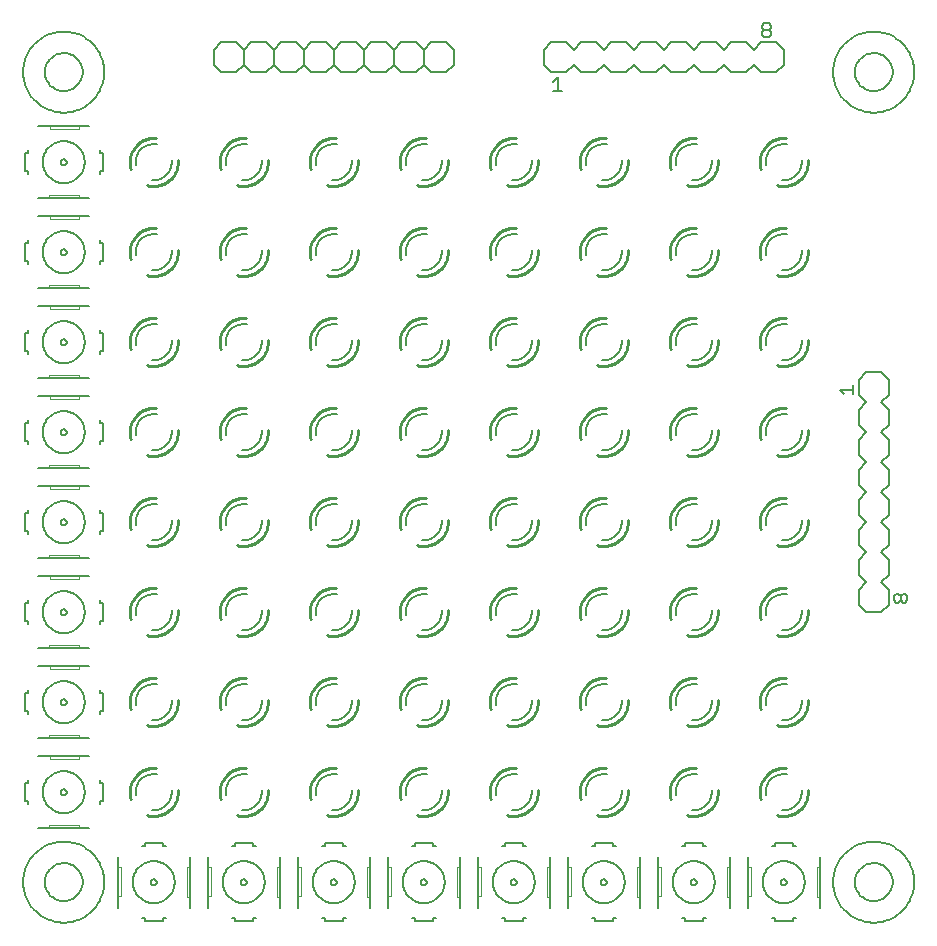
<source format=gto>
G75*
G70*
%OFA0B0*%
%FSLAX24Y24*%
%IPPOS*%
%LPD*%
%AMOC8*
5,1,8,0,0,1.08239X$1,22.5*
%
%ADD10C,0.0060*%
%ADD11C,0.0100*%
%ADD12C,0.0050*%
%ADD13C,0.0020*%
%ADD14C,0.0080*%
D10*
X001259Y002601D02*
X001261Y002674D01*
X001267Y002747D01*
X001277Y002819D01*
X001291Y002891D01*
X001308Y002962D01*
X001330Y003032D01*
X001355Y003101D01*
X001384Y003168D01*
X001416Y003233D01*
X001452Y003297D01*
X001492Y003359D01*
X001534Y003418D01*
X001580Y003475D01*
X001629Y003529D01*
X001681Y003581D01*
X001735Y003630D01*
X001792Y003676D01*
X001851Y003718D01*
X001913Y003758D01*
X001977Y003794D01*
X002042Y003826D01*
X002109Y003855D01*
X002178Y003880D01*
X002248Y003902D01*
X002319Y003919D01*
X002391Y003933D01*
X002463Y003943D01*
X002536Y003949D01*
X002609Y003951D01*
X002682Y003949D01*
X002755Y003943D01*
X002827Y003933D01*
X002899Y003919D01*
X002970Y003902D01*
X003040Y003880D01*
X003109Y003855D01*
X003176Y003826D01*
X003241Y003794D01*
X003305Y003758D01*
X003367Y003718D01*
X003426Y003676D01*
X003483Y003630D01*
X003537Y003581D01*
X003589Y003529D01*
X003638Y003475D01*
X003684Y003418D01*
X003726Y003359D01*
X003766Y003297D01*
X003802Y003233D01*
X003834Y003168D01*
X003863Y003101D01*
X003888Y003032D01*
X003910Y002962D01*
X003927Y002891D01*
X003941Y002819D01*
X003951Y002747D01*
X003957Y002674D01*
X003959Y002601D01*
X003957Y002528D01*
X003951Y002455D01*
X003941Y002383D01*
X003927Y002311D01*
X003910Y002240D01*
X003888Y002170D01*
X003863Y002101D01*
X003834Y002034D01*
X003802Y001969D01*
X003766Y001905D01*
X003726Y001843D01*
X003684Y001784D01*
X003638Y001727D01*
X003589Y001673D01*
X003537Y001621D01*
X003483Y001572D01*
X003426Y001526D01*
X003367Y001484D01*
X003305Y001444D01*
X003241Y001408D01*
X003176Y001376D01*
X003109Y001347D01*
X003040Y001322D01*
X002970Y001300D01*
X002899Y001283D01*
X002827Y001269D01*
X002755Y001259D01*
X002682Y001253D01*
X002609Y001251D01*
X002536Y001253D01*
X002463Y001259D01*
X002391Y001269D01*
X002319Y001283D01*
X002248Y001300D01*
X002178Y001322D01*
X002109Y001347D01*
X002042Y001376D01*
X001977Y001408D01*
X001913Y001444D01*
X001851Y001484D01*
X001792Y001526D01*
X001735Y001572D01*
X001681Y001621D01*
X001629Y001673D01*
X001580Y001727D01*
X001534Y001784D01*
X001492Y001843D01*
X001452Y001905D01*
X001416Y001969D01*
X001384Y002034D01*
X001355Y002101D01*
X001330Y002170D01*
X001308Y002240D01*
X001291Y002311D01*
X001277Y002383D01*
X001267Y002455D01*
X001261Y002528D01*
X001259Y002601D01*
X001759Y004401D02*
X002109Y004401D01*
X003109Y004401D01*
X003459Y004401D01*
X003809Y005201D02*
X003809Y005301D01*
X003909Y005301D01*
X003909Y005901D01*
X003809Y005901D01*
X003809Y006001D01*
X003459Y006801D02*
X003109Y006801D01*
X002159Y006801D01*
X001759Y006801D01*
X001759Y007401D02*
X002109Y007401D01*
X003109Y007401D01*
X003459Y007401D01*
X003809Y008201D02*
X003809Y008301D01*
X003909Y008301D01*
X003909Y008901D01*
X003809Y008901D01*
X003809Y009001D01*
X003459Y009801D02*
X003109Y009801D01*
X002159Y009801D01*
X001759Y009801D01*
X001759Y010401D02*
X002109Y010401D01*
X003109Y010401D01*
X003459Y010401D01*
X003809Y011201D02*
X003809Y011301D01*
X003909Y011301D01*
X003909Y011901D01*
X003809Y011901D01*
X003809Y012001D01*
X003459Y012801D02*
X003109Y012801D01*
X002159Y012801D01*
X001759Y012801D01*
X001759Y013401D02*
X002109Y013401D01*
X003109Y013401D01*
X003459Y013401D01*
X003809Y014201D02*
X003809Y014301D01*
X003909Y014301D01*
X003909Y014901D01*
X003809Y014901D01*
X003809Y015001D01*
X003459Y015801D02*
X003109Y015801D01*
X002159Y015801D01*
X001759Y015801D01*
X001759Y016401D02*
X002109Y016401D01*
X003109Y016401D01*
X003459Y016401D01*
X003809Y017201D02*
X003809Y017301D01*
X003909Y017301D01*
X003909Y017901D01*
X003809Y017901D01*
X003809Y018001D01*
X003459Y018801D02*
X003109Y018801D01*
X002159Y018801D01*
X001759Y018801D01*
X001759Y019401D02*
X002109Y019401D01*
X003109Y019401D01*
X003459Y019401D01*
X003809Y020201D02*
X003809Y020301D01*
X003909Y020301D01*
X003909Y020901D01*
X003809Y020901D01*
X003809Y021001D01*
X003459Y021801D02*
X003109Y021801D01*
X002159Y021801D01*
X001759Y021801D01*
X001759Y022401D02*
X002109Y022401D01*
X003109Y022401D01*
X003459Y022401D01*
X003809Y023201D02*
X003809Y023301D01*
X003909Y023301D01*
X003909Y023901D01*
X003809Y023901D01*
X003809Y024001D01*
X003459Y024801D02*
X003109Y024801D01*
X002159Y024801D01*
X001759Y024801D01*
X001759Y025401D02*
X002109Y025401D01*
X003109Y025401D01*
X003459Y025401D01*
X003809Y026201D02*
X003809Y026301D01*
X003909Y026301D01*
X003909Y026901D01*
X003809Y026901D01*
X003809Y027001D01*
X003459Y027801D02*
X003109Y027801D01*
X002159Y027801D01*
X001759Y027801D01*
X001409Y027001D02*
X001409Y026901D01*
X001309Y026901D01*
X001309Y026301D01*
X001409Y026301D01*
X001409Y026201D01*
X002509Y026601D02*
X002511Y026621D01*
X002517Y026639D01*
X002526Y026657D01*
X002538Y026672D01*
X002553Y026684D01*
X002571Y026693D01*
X002589Y026699D01*
X002609Y026701D01*
X002629Y026699D01*
X002647Y026693D01*
X002665Y026684D01*
X002680Y026672D01*
X002692Y026657D01*
X002701Y026639D01*
X002707Y026621D01*
X002709Y026601D01*
X002707Y026581D01*
X002701Y026563D01*
X002692Y026545D01*
X002680Y026530D01*
X002665Y026518D01*
X002647Y026509D01*
X002629Y026503D01*
X002609Y026501D01*
X002589Y026503D01*
X002571Y026509D01*
X002553Y026518D01*
X002538Y026530D01*
X002526Y026545D01*
X002517Y026563D01*
X002511Y026581D01*
X002509Y026601D01*
X001909Y026601D02*
X001911Y026653D01*
X001917Y026705D01*
X001927Y026757D01*
X001940Y026807D01*
X001957Y026857D01*
X001978Y026905D01*
X002003Y026951D01*
X002031Y026995D01*
X002062Y027037D01*
X002096Y027077D01*
X002133Y027114D01*
X002173Y027148D01*
X002215Y027179D01*
X002259Y027207D01*
X002305Y027232D01*
X002353Y027253D01*
X002403Y027270D01*
X002453Y027283D01*
X002505Y027293D01*
X002557Y027299D01*
X002609Y027301D01*
X002661Y027299D01*
X002713Y027293D01*
X002765Y027283D01*
X002815Y027270D01*
X002865Y027253D01*
X002913Y027232D01*
X002959Y027207D01*
X003003Y027179D01*
X003045Y027148D01*
X003085Y027114D01*
X003122Y027077D01*
X003156Y027037D01*
X003187Y026995D01*
X003215Y026951D01*
X003240Y026905D01*
X003261Y026857D01*
X003278Y026807D01*
X003291Y026757D01*
X003301Y026705D01*
X003307Y026653D01*
X003309Y026601D01*
X003307Y026549D01*
X003301Y026497D01*
X003291Y026445D01*
X003278Y026395D01*
X003261Y026345D01*
X003240Y026297D01*
X003215Y026251D01*
X003187Y026207D01*
X003156Y026165D01*
X003122Y026125D01*
X003085Y026088D01*
X003045Y026054D01*
X003003Y026023D01*
X002959Y025995D01*
X002913Y025970D01*
X002865Y025949D01*
X002815Y025932D01*
X002765Y025919D01*
X002713Y025909D01*
X002661Y025903D01*
X002609Y025901D01*
X002557Y025903D01*
X002505Y025909D01*
X002453Y025919D01*
X002403Y025932D01*
X002353Y025949D01*
X002305Y025970D01*
X002259Y025995D01*
X002215Y026023D01*
X002173Y026054D01*
X002133Y026088D01*
X002096Y026125D01*
X002062Y026165D01*
X002031Y026207D01*
X002003Y026251D01*
X001978Y026297D01*
X001957Y026345D01*
X001940Y026395D01*
X001927Y026445D01*
X001917Y026497D01*
X001911Y026549D01*
X001909Y026601D01*
X001409Y024001D02*
X001409Y023901D01*
X001309Y023901D01*
X001309Y023301D01*
X001409Y023301D01*
X001409Y023201D01*
X002509Y023601D02*
X002511Y023621D01*
X002517Y023639D01*
X002526Y023657D01*
X002538Y023672D01*
X002553Y023684D01*
X002571Y023693D01*
X002589Y023699D01*
X002609Y023701D01*
X002629Y023699D01*
X002647Y023693D01*
X002665Y023684D01*
X002680Y023672D01*
X002692Y023657D01*
X002701Y023639D01*
X002707Y023621D01*
X002709Y023601D01*
X002707Y023581D01*
X002701Y023563D01*
X002692Y023545D01*
X002680Y023530D01*
X002665Y023518D01*
X002647Y023509D01*
X002629Y023503D01*
X002609Y023501D01*
X002589Y023503D01*
X002571Y023509D01*
X002553Y023518D01*
X002538Y023530D01*
X002526Y023545D01*
X002517Y023563D01*
X002511Y023581D01*
X002509Y023601D01*
X001909Y023601D02*
X001911Y023653D01*
X001917Y023705D01*
X001927Y023757D01*
X001940Y023807D01*
X001957Y023857D01*
X001978Y023905D01*
X002003Y023951D01*
X002031Y023995D01*
X002062Y024037D01*
X002096Y024077D01*
X002133Y024114D01*
X002173Y024148D01*
X002215Y024179D01*
X002259Y024207D01*
X002305Y024232D01*
X002353Y024253D01*
X002403Y024270D01*
X002453Y024283D01*
X002505Y024293D01*
X002557Y024299D01*
X002609Y024301D01*
X002661Y024299D01*
X002713Y024293D01*
X002765Y024283D01*
X002815Y024270D01*
X002865Y024253D01*
X002913Y024232D01*
X002959Y024207D01*
X003003Y024179D01*
X003045Y024148D01*
X003085Y024114D01*
X003122Y024077D01*
X003156Y024037D01*
X003187Y023995D01*
X003215Y023951D01*
X003240Y023905D01*
X003261Y023857D01*
X003278Y023807D01*
X003291Y023757D01*
X003301Y023705D01*
X003307Y023653D01*
X003309Y023601D01*
X003307Y023549D01*
X003301Y023497D01*
X003291Y023445D01*
X003278Y023395D01*
X003261Y023345D01*
X003240Y023297D01*
X003215Y023251D01*
X003187Y023207D01*
X003156Y023165D01*
X003122Y023125D01*
X003085Y023088D01*
X003045Y023054D01*
X003003Y023023D01*
X002959Y022995D01*
X002913Y022970D01*
X002865Y022949D01*
X002815Y022932D01*
X002765Y022919D01*
X002713Y022909D01*
X002661Y022903D01*
X002609Y022901D01*
X002557Y022903D01*
X002505Y022909D01*
X002453Y022919D01*
X002403Y022932D01*
X002353Y022949D01*
X002305Y022970D01*
X002259Y022995D01*
X002215Y023023D01*
X002173Y023054D01*
X002133Y023088D01*
X002096Y023125D01*
X002062Y023165D01*
X002031Y023207D01*
X002003Y023251D01*
X001978Y023297D01*
X001957Y023345D01*
X001940Y023395D01*
X001927Y023445D01*
X001917Y023497D01*
X001911Y023549D01*
X001909Y023601D01*
X001409Y021001D02*
X001409Y020901D01*
X001309Y020901D01*
X001309Y020301D01*
X001409Y020301D01*
X001409Y020201D01*
X002509Y020601D02*
X002511Y020621D01*
X002517Y020639D01*
X002526Y020657D01*
X002538Y020672D01*
X002553Y020684D01*
X002571Y020693D01*
X002589Y020699D01*
X002609Y020701D01*
X002629Y020699D01*
X002647Y020693D01*
X002665Y020684D01*
X002680Y020672D01*
X002692Y020657D01*
X002701Y020639D01*
X002707Y020621D01*
X002709Y020601D01*
X002707Y020581D01*
X002701Y020563D01*
X002692Y020545D01*
X002680Y020530D01*
X002665Y020518D01*
X002647Y020509D01*
X002629Y020503D01*
X002609Y020501D01*
X002589Y020503D01*
X002571Y020509D01*
X002553Y020518D01*
X002538Y020530D01*
X002526Y020545D01*
X002517Y020563D01*
X002511Y020581D01*
X002509Y020601D01*
X001909Y020601D02*
X001911Y020653D01*
X001917Y020705D01*
X001927Y020757D01*
X001940Y020807D01*
X001957Y020857D01*
X001978Y020905D01*
X002003Y020951D01*
X002031Y020995D01*
X002062Y021037D01*
X002096Y021077D01*
X002133Y021114D01*
X002173Y021148D01*
X002215Y021179D01*
X002259Y021207D01*
X002305Y021232D01*
X002353Y021253D01*
X002403Y021270D01*
X002453Y021283D01*
X002505Y021293D01*
X002557Y021299D01*
X002609Y021301D01*
X002661Y021299D01*
X002713Y021293D01*
X002765Y021283D01*
X002815Y021270D01*
X002865Y021253D01*
X002913Y021232D01*
X002959Y021207D01*
X003003Y021179D01*
X003045Y021148D01*
X003085Y021114D01*
X003122Y021077D01*
X003156Y021037D01*
X003187Y020995D01*
X003215Y020951D01*
X003240Y020905D01*
X003261Y020857D01*
X003278Y020807D01*
X003291Y020757D01*
X003301Y020705D01*
X003307Y020653D01*
X003309Y020601D01*
X003307Y020549D01*
X003301Y020497D01*
X003291Y020445D01*
X003278Y020395D01*
X003261Y020345D01*
X003240Y020297D01*
X003215Y020251D01*
X003187Y020207D01*
X003156Y020165D01*
X003122Y020125D01*
X003085Y020088D01*
X003045Y020054D01*
X003003Y020023D01*
X002959Y019995D01*
X002913Y019970D01*
X002865Y019949D01*
X002815Y019932D01*
X002765Y019919D01*
X002713Y019909D01*
X002661Y019903D01*
X002609Y019901D01*
X002557Y019903D01*
X002505Y019909D01*
X002453Y019919D01*
X002403Y019932D01*
X002353Y019949D01*
X002305Y019970D01*
X002259Y019995D01*
X002215Y020023D01*
X002173Y020054D01*
X002133Y020088D01*
X002096Y020125D01*
X002062Y020165D01*
X002031Y020207D01*
X002003Y020251D01*
X001978Y020297D01*
X001957Y020345D01*
X001940Y020395D01*
X001927Y020445D01*
X001917Y020497D01*
X001911Y020549D01*
X001909Y020601D01*
X001409Y018001D02*
X001409Y017901D01*
X001309Y017901D01*
X001309Y017301D01*
X001409Y017301D01*
X001409Y017201D01*
X002509Y017601D02*
X002511Y017621D01*
X002517Y017639D01*
X002526Y017657D01*
X002538Y017672D01*
X002553Y017684D01*
X002571Y017693D01*
X002589Y017699D01*
X002609Y017701D01*
X002629Y017699D01*
X002647Y017693D01*
X002665Y017684D01*
X002680Y017672D01*
X002692Y017657D01*
X002701Y017639D01*
X002707Y017621D01*
X002709Y017601D01*
X002707Y017581D01*
X002701Y017563D01*
X002692Y017545D01*
X002680Y017530D01*
X002665Y017518D01*
X002647Y017509D01*
X002629Y017503D01*
X002609Y017501D01*
X002589Y017503D01*
X002571Y017509D01*
X002553Y017518D01*
X002538Y017530D01*
X002526Y017545D01*
X002517Y017563D01*
X002511Y017581D01*
X002509Y017601D01*
X001909Y017601D02*
X001911Y017653D01*
X001917Y017705D01*
X001927Y017757D01*
X001940Y017807D01*
X001957Y017857D01*
X001978Y017905D01*
X002003Y017951D01*
X002031Y017995D01*
X002062Y018037D01*
X002096Y018077D01*
X002133Y018114D01*
X002173Y018148D01*
X002215Y018179D01*
X002259Y018207D01*
X002305Y018232D01*
X002353Y018253D01*
X002403Y018270D01*
X002453Y018283D01*
X002505Y018293D01*
X002557Y018299D01*
X002609Y018301D01*
X002661Y018299D01*
X002713Y018293D01*
X002765Y018283D01*
X002815Y018270D01*
X002865Y018253D01*
X002913Y018232D01*
X002959Y018207D01*
X003003Y018179D01*
X003045Y018148D01*
X003085Y018114D01*
X003122Y018077D01*
X003156Y018037D01*
X003187Y017995D01*
X003215Y017951D01*
X003240Y017905D01*
X003261Y017857D01*
X003278Y017807D01*
X003291Y017757D01*
X003301Y017705D01*
X003307Y017653D01*
X003309Y017601D01*
X003307Y017549D01*
X003301Y017497D01*
X003291Y017445D01*
X003278Y017395D01*
X003261Y017345D01*
X003240Y017297D01*
X003215Y017251D01*
X003187Y017207D01*
X003156Y017165D01*
X003122Y017125D01*
X003085Y017088D01*
X003045Y017054D01*
X003003Y017023D01*
X002959Y016995D01*
X002913Y016970D01*
X002865Y016949D01*
X002815Y016932D01*
X002765Y016919D01*
X002713Y016909D01*
X002661Y016903D01*
X002609Y016901D01*
X002557Y016903D01*
X002505Y016909D01*
X002453Y016919D01*
X002403Y016932D01*
X002353Y016949D01*
X002305Y016970D01*
X002259Y016995D01*
X002215Y017023D01*
X002173Y017054D01*
X002133Y017088D01*
X002096Y017125D01*
X002062Y017165D01*
X002031Y017207D01*
X002003Y017251D01*
X001978Y017297D01*
X001957Y017345D01*
X001940Y017395D01*
X001927Y017445D01*
X001917Y017497D01*
X001911Y017549D01*
X001909Y017601D01*
X001409Y015001D02*
X001409Y014901D01*
X001309Y014901D01*
X001309Y014301D01*
X001409Y014301D01*
X001409Y014201D01*
X002509Y014601D02*
X002511Y014621D01*
X002517Y014639D01*
X002526Y014657D01*
X002538Y014672D01*
X002553Y014684D01*
X002571Y014693D01*
X002589Y014699D01*
X002609Y014701D01*
X002629Y014699D01*
X002647Y014693D01*
X002665Y014684D01*
X002680Y014672D01*
X002692Y014657D01*
X002701Y014639D01*
X002707Y014621D01*
X002709Y014601D01*
X002707Y014581D01*
X002701Y014563D01*
X002692Y014545D01*
X002680Y014530D01*
X002665Y014518D01*
X002647Y014509D01*
X002629Y014503D01*
X002609Y014501D01*
X002589Y014503D01*
X002571Y014509D01*
X002553Y014518D01*
X002538Y014530D01*
X002526Y014545D01*
X002517Y014563D01*
X002511Y014581D01*
X002509Y014601D01*
X001909Y014601D02*
X001911Y014653D01*
X001917Y014705D01*
X001927Y014757D01*
X001940Y014807D01*
X001957Y014857D01*
X001978Y014905D01*
X002003Y014951D01*
X002031Y014995D01*
X002062Y015037D01*
X002096Y015077D01*
X002133Y015114D01*
X002173Y015148D01*
X002215Y015179D01*
X002259Y015207D01*
X002305Y015232D01*
X002353Y015253D01*
X002403Y015270D01*
X002453Y015283D01*
X002505Y015293D01*
X002557Y015299D01*
X002609Y015301D01*
X002661Y015299D01*
X002713Y015293D01*
X002765Y015283D01*
X002815Y015270D01*
X002865Y015253D01*
X002913Y015232D01*
X002959Y015207D01*
X003003Y015179D01*
X003045Y015148D01*
X003085Y015114D01*
X003122Y015077D01*
X003156Y015037D01*
X003187Y014995D01*
X003215Y014951D01*
X003240Y014905D01*
X003261Y014857D01*
X003278Y014807D01*
X003291Y014757D01*
X003301Y014705D01*
X003307Y014653D01*
X003309Y014601D01*
X003307Y014549D01*
X003301Y014497D01*
X003291Y014445D01*
X003278Y014395D01*
X003261Y014345D01*
X003240Y014297D01*
X003215Y014251D01*
X003187Y014207D01*
X003156Y014165D01*
X003122Y014125D01*
X003085Y014088D01*
X003045Y014054D01*
X003003Y014023D01*
X002959Y013995D01*
X002913Y013970D01*
X002865Y013949D01*
X002815Y013932D01*
X002765Y013919D01*
X002713Y013909D01*
X002661Y013903D01*
X002609Y013901D01*
X002557Y013903D01*
X002505Y013909D01*
X002453Y013919D01*
X002403Y013932D01*
X002353Y013949D01*
X002305Y013970D01*
X002259Y013995D01*
X002215Y014023D01*
X002173Y014054D01*
X002133Y014088D01*
X002096Y014125D01*
X002062Y014165D01*
X002031Y014207D01*
X002003Y014251D01*
X001978Y014297D01*
X001957Y014345D01*
X001940Y014395D01*
X001927Y014445D01*
X001917Y014497D01*
X001911Y014549D01*
X001909Y014601D01*
X001409Y012001D02*
X001409Y011901D01*
X001309Y011901D01*
X001309Y011301D01*
X001409Y011301D01*
X001409Y011201D01*
X002509Y011601D02*
X002511Y011621D01*
X002517Y011639D01*
X002526Y011657D01*
X002538Y011672D01*
X002553Y011684D01*
X002571Y011693D01*
X002589Y011699D01*
X002609Y011701D01*
X002629Y011699D01*
X002647Y011693D01*
X002665Y011684D01*
X002680Y011672D01*
X002692Y011657D01*
X002701Y011639D01*
X002707Y011621D01*
X002709Y011601D01*
X002707Y011581D01*
X002701Y011563D01*
X002692Y011545D01*
X002680Y011530D01*
X002665Y011518D01*
X002647Y011509D01*
X002629Y011503D01*
X002609Y011501D01*
X002589Y011503D01*
X002571Y011509D01*
X002553Y011518D01*
X002538Y011530D01*
X002526Y011545D01*
X002517Y011563D01*
X002511Y011581D01*
X002509Y011601D01*
X001909Y011601D02*
X001911Y011653D01*
X001917Y011705D01*
X001927Y011757D01*
X001940Y011807D01*
X001957Y011857D01*
X001978Y011905D01*
X002003Y011951D01*
X002031Y011995D01*
X002062Y012037D01*
X002096Y012077D01*
X002133Y012114D01*
X002173Y012148D01*
X002215Y012179D01*
X002259Y012207D01*
X002305Y012232D01*
X002353Y012253D01*
X002403Y012270D01*
X002453Y012283D01*
X002505Y012293D01*
X002557Y012299D01*
X002609Y012301D01*
X002661Y012299D01*
X002713Y012293D01*
X002765Y012283D01*
X002815Y012270D01*
X002865Y012253D01*
X002913Y012232D01*
X002959Y012207D01*
X003003Y012179D01*
X003045Y012148D01*
X003085Y012114D01*
X003122Y012077D01*
X003156Y012037D01*
X003187Y011995D01*
X003215Y011951D01*
X003240Y011905D01*
X003261Y011857D01*
X003278Y011807D01*
X003291Y011757D01*
X003301Y011705D01*
X003307Y011653D01*
X003309Y011601D01*
X003307Y011549D01*
X003301Y011497D01*
X003291Y011445D01*
X003278Y011395D01*
X003261Y011345D01*
X003240Y011297D01*
X003215Y011251D01*
X003187Y011207D01*
X003156Y011165D01*
X003122Y011125D01*
X003085Y011088D01*
X003045Y011054D01*
X003003Y011023D01*
X002959Y010995D01*
X002913Y010970D01*
X002865Y010949D01*
X002815Y010932D01*
X002765Y010919D01*
X002713Y010909D01*
X002661Y010903D01*
X002609Y010901D01*
X002557Y010903D01*
X002505Y010909D01*
X002453Y010919D01*
X002403Y010932D01*
X002353Y010949D01*
X002305Y010970D01*
X002259Y010995D01*
X002215Y011023D01*
X002173Y011054D01*
X002133Y011088D01*
X002096Y011125D01*
X002062Y011165D01*
X002031Y011207D01*
X002003Y011251D01*
X001978Y011297D01*
X001957Y011345D01*
X001940Y011395D01*
X001927Y011445D01*
X001917Y011497D01*
X001911Y011549D01*
X001909Y011601D01*
X001409Y009001D02*
X001409Y008901D01*
X001309Y008901D01*
X001309Y008301D01*
X001409Y008301D01*
X001409Y008201D01*
X002509Y008601D02*
X002511Y008621D01*
X002517Y008639D01*
X002526Y008657D01*
X002538Y008672D01*
X002553Y008684D01*
X002571Y008693D01*
X002589Y008699D01*
X002609Y008701D01*
X002629Y008699D01*
X002647Y008693D01*
X002665Y008684D01*
X002680Y008672D01*
X002692Y008657D01*
X002701Y008639D01*
X002707Y008621D01*
X002709Y008601D01*
X002707Y008581D01*
X002701Y008563D01*
X002692Y008545D01*
X002680Y008530D01*
X002665Y008518D01*
X002647Y008509D01*
X002629Y008503D01*
X002609Y008501D01*
X002589Y008503D01*
X002571Y008509D01*
X002553Y008518D01*
X002538Y008530D01*
X002526Y008545D01*
X002517Y008563D01*
X002511Y008581D01*
X002509Y008601D01*
X001909Y008601D02*
X001911Y008653D01*
X001917Y008705D01*
X001927Y008757D01*
X001940Y008807D01*
X001957Y008857D01*
X001978Y008905D01*
X002003Y008951D01*
X002031Y008995D01*
X002062Y009037D01*
X002096Y009077D01*
X002133Y009114D01*
X002173Y009148D01*
X002215Y009179D01*
X002259Y009207D01*
X002305Y009232D01*
X002353Y009253D01*
X002403Y009270D01*
X002453Y009283D01*
X002505Y009293D01*
X002557Y009299D01*
X002609Y009301D01*
X002661Y009299D01*
X002713Y009293D01*
X002765Y009283D01*
X002815Y009270D01*
X002865Y009253D01*
X002913Y009232D01*
X002959Y009207D01*
X003003Y009179D01*
X003045Y009148D01*
X003085Y009114D01*
X003122Y009077D01*
X003156Y009037D01*
X003187Y008995D01*
X003215Y008951D01*
X003240Y008905D01*
X003261Y008857D01*
X003278Y008807D01*
X003291Y008757D01*
X003301Y008705D01*
X003307Y008653D01*
X003309Y008601D01*
X003307Y008549D01*
X003301Y008497D01*
X003291Y008445D01*
X003278Y008395D01*
X003261Y008345D01*
X003240Y008297D01*
X003215Y008251D01*
X003187Y008207D01*
X003156Y008165D01*
X003122Y008125D01*
X003085Y008088D01*
X003045Y008054D01*
X003003Y008023D01*
X002959Y007995D01*
X002913Y007970D01*
X002865Y007949D01*
X002815Y007932D01*
X002765Y007919D01*
X002713Y007909D01*
X002661Y007903D01*
X002609Y007901D01*
X002557Y007903D01*
X002505Y007909D01*
X002453Y007919D01*
X002403Y007932D01*
X002353Y007949D01*
X002305Y007970D01*
X002259Y007995D01*
X002215Y008023D01*
X002173Y008054D01*
X002133Y008088D01*
X002096Y008125D01*
X002062Y008165D01*
X002031Y008207D01*
X002003Y008251D01*
X001978Y008297D01*
X001957Y008345D01*
X001940Y008395D01*
X001927Y008445D01*
X001917Y008497D01*
X001911Y008549D01*
X001909Y008601D01*
X001409Y006001D02*
X001409Y005901D01*
X001309Y005901D01*
X001309Y005301D01*
X001409Y005301D01*
X001409Y005201D01*
X002509Y005601D02*
X002511Y005621D01*
X002517Y005639D01*
X002526Y005657D01*
X002538Y005672D01*
X002553Y005684D01*
X002571Y005693D01*
X002589Y005699D01*
X002609Y005701D01*
X002629Y005699D01*
X002647Y005693D01*
X002665Y005684D01*
X002680Y005672D01*
X002692Y005657D01*
X002701Y005639D01*
X002707Y005621D01*
X002709Y005601D01*
X002707Y005581D01*
X002701Y005563D01*
X002692Y005545D01*
X002680Y005530D01*
X002665Y005518D01*
X002647Y005509D01*
X002629Y005503D01*
X002609Y005501D01*
X002589Y005503D01*
X002571Y005509D01*
X002553Y005518D01*
X002538Y005530D01*
X002526Y005545D01*
X002517Y005563D01*
X002511Y005581D01*
X002509Y005601D01*
X001909Y005601D02*
X001911Y005653D01*
X001917Y005705D01*
X001927Y005757D01*
X001940Y005807D01*
X001957Y005857D01*
X001978Y005905D01*
X002003Y005951D01*
X002031Y005995D01*
X002062Y006037D01*
X002096Y006077D01*
X002133Y006114D01*
X002173Y006148D01*
X002215Y006179D01*
X002259Y006207D01*
X002305Y006232D01*
X002353Y006253D01*
X002403Y006270D01*
X002453Y006283D01*
X002505Y006293D01*
X002557Y006299D01*
X002609Y006301D01*
X002661Y006299D01*
X002713Y006293D01*
X002765Y006283D01*
X002815Y006270D01*
X002865Y006253D01*
X002913Y006232D01*
X002959Y006207D01*
X003003Y006179D01*
X003045Y006148D01*
X003085Y006114D01*
X003122Y006077D01*
X003156Y006037D01*
X003187Y005995D01*
X003215Y005951D01*
X003240Y005905D01*
X003261Y005857D01*
X003278Y005807D01*
X003291Y005757D01*
X003301Y005705D01*
X003307Y005653D01*
X003309Y005601D01*
X003307Y005549D01*
X003301Y005497D01*
X003291Y005445D01*
X003278Y005395D01*
X003261Y005345D01*
X003240Y005297D01*
X003215Y005251D01*
X003187Y005207D01*
X003156Y005165D01*
X003122Y005125D01*
X003085Y005088D01*
X003045Y005054D01*
X003003Y005023D01*
X002959Y004995D01*
X002913Y004970D01*
X002865Y004949D01*
X002815Y004932D01*
X002765Y004919D01*
X002713Y004909D01*
X002661Y004903D01*
X002609Y004901D01*
X002557Y004903D01*
X002505Y004909D01*
X002453Y004919D01*
X002403Y004932D01*
X002353Y004949D01*
X002305Y004970D01*
X002259Y004995D01*
X002215Y005023D01*
X002173Y005054D01*
X002133Y005088D01*
X002096Y005125D01*
X002062Y005165D01*
X002031Y005207D01*
X002003Y005251D01*
X001978Y005297D01*
X001957Y005345D01*
X001940Y005395D01*
X001927Y005445D01*
X001917Y005497D01*
X001911Y005549D01*
X001909Y005601D01*
X004409Y003451D02*
X004409Y003101D01*
X004409Y002151D01*
X004409Y001751D01*
X005209Y001401D02*
X005309Y001401D01*
X005309Y001301D01*
X005909Y001301D01*
X005909Y001401D01*
X006009Y001401D01*
X006809Y001751D02*
X006809Y002101D01*
X006809Y003101D01*
X006809Y003451D01*
X007409Y003451D02*
X007409Y003101D01*
X007409Y002151D01*
X007409Y001751D01*
X008209Y001401D02*
X008309Y001401D01*
X008309Y001301D01*
X008909Y001301D01*
X008909Y001401D01*
X009009Y001401D01*
X009809Y001751D02*
X009809Y002101D01*
X009809Y003101D01*
X009809Y003451D01*
X010409Y003451D02*
X010409Y003101D01*
X010409Y002151D01*
X010409Y001751D01*
X011209Y001401D02*
X011309Y001401D01*
X011309Y001301D01*
X011909Y001301D01*
X011909Y001401D01*
X012009Y001401D01*
X012809Y001751D02*
X012809Y002101D01*
X012809Y003101D01*
X012809Y003451D01*
X013409Y003451D02*
X013409Y003101D01*
X013409Y002151D01*
X013409Y001751D01*
X014209Y001401D02*
X014309Y001401D01*
X014309Y001301D01*
X014909Y001301D01*
X014909Y001401D01*
X015009Y001401D01*
X015809Y001751D02*
X015809Y002101D01*
X015809Y003101D01*
X015809Y003451D01*
X016409Y003451D02*
X016409Y003101D01*
X016409Y002151D01*
X016409Y001751D01*
X017209Y001401D02*
X017309Y001401D01*
X017309Y001301D01*
X017909Y001301D01*
X017909Y001401D01*
X018009Y001401D01*
X018809Y001751D02*
X018809Y002101D01*
X018809Y003101D01*
X018809Y003451D01*
X019409Y003451D02*
X019409Y003101D01*
X019409Y002151D01*
X019409Y001751D01*
X020209Y001401D02*
X020309Y001401D01*
X020309Y001301D01*
X020909Y001301D01*
X020909Y001401D01*
X021009Y001401D01*
X021809Y001751D02*
X021809Y002101D01*
X021809Y003101D01*
X021809Y003451D01*
X022409Y003451D02*
X022409Y003101D01*
X022409Y002151D01*
X022409Y001751D01*
X023209Y001401D02*
X023309Y001401D01*
X023309Y001301D01*
X023909Y001301D01*
X023909Y001401D01*
X024009Y001401D01*
X024809Y001751D02*
X024809Y002101D01*
X024809Y003101D01*
X024809Y003451D01*
X025409Y003451D02*
X025409Y003101D01*
X025409Y002151D01*
X025409Y001751D01*
X026209Y001401D02*
X026309Y001401D01*
X026309Y001301D01*
X026909Y001301D01*
X026909Y001401D01*
X027009Y001401D01*
X027809Y001751D02*
X027809Y002101D01*
X027809Y003101D01*
X027809Y003451D01*
X027009Y003801D02*
X026909Y003801D01*
X026909Y003901D01*
X026309Y003901D01*
X026309Y003801D01*
X026209Y003801D01*
X026509Y002601D02*
X026511Y002621D01*
X026517Y002639D01*
X026526Y002657D01*
X026538Y002672D01*
X026553Y002684D01*
X026571Y002693D01*
X026589Y002699D01*
X026609Y002701D01*
X026629Y002699D01*
X026647Y002693D01*
X026665Y002684D01*
X026680Y002672D01*
X026692Y002657D01*
X026701Y002639D01*
X026707Y002621D01*
X026709Y002601D01*
X026707Y002581D01*
X026701Y002563D01*
X026692Y002545D01*
X026680Y002530D01*
X026665Y002518D01*
X026647Y002509D01*
X026629Y002503D01*
X026609Y002501D01*
X026589Y002503D01*
X026571Y002509D01*
X026553Y002518D01*
X026538Y002530D01*
X026526Y002545D01*
X026517Y002563D01*
X026511Y002581D01*
X026509Y002601D01*
X025909Y002601D02*
X025911Y002653D01*
X025917Y002705D01*
X025927Y002757D01*
X025940Y002807D01*
X025957Y002857D01*
X025978Y002905D01*
X026003Y002951D01*
X026031Y002995D01*
X026062Y003037D01*
X026096Y003077D01*
X026133Y003114D01*
X026173Y003148D01*
X026215Y003179D01*
X026259Y003207D01*
X026305Y003232D01*
X026353Y003253D01*
X026403Y003270D01*
X026453Y003283D01*
X026505Y003293D01*
X026557Y003299D01*
X026609Y003301D01*
X026661Y003299D01*
X026713Y003293D01*
X026765Y003283D01*
X026815Y003270D01*
X026865Y003253D01*
X026913Y003232D01*
X026959Y003207D01*
X027003Y003179D01*
X027045Y003148D01*
X027085Y003114D01*
X027122Y003077D01*
X027156Y003037D01*
X027187Y002995D01*
X027215Y002951D01*
X027240Y002905D01*
X027261Y002857D01*
X027278Y002807D01*
X027291Y002757D01*
X027301Y002705D01*
X027307Y002653D01*
X027309Y002601D01*
X027307Y002549D01*
X027301Y002497D01*
X027291Y002445D01*
X027278Y002395D01*
X027261Y002345D01*
X027240Y002297D01*
X027215Y002251D01*
X027187Y002207D01*
X027156Y002165D01*
X027122Y002125D01*
X027085Y002088D01*
X027045Y002054D01*
X027003Y002023D01*
X026959Y001995D01*
X026913Y001970D01*
X026865Y001949D01*
X026815Y001932D01*
X026765Y001919D01*
X026713Y001909D01*
X026661Y001903D01*
X026609Y001901D01*
X026557Y001903D01*
X026505Y001909D01*
X026453Y001919D01*
X026403Y001932D01*
X026353Y001949D01*
X026305Y001970D01*
X026259Y001995D01*
X026215Y002023D01*
X026173Y002054D01*
X026133Y002088D01*
X026096Y002125D01*
X026062Y002165D01*
X026031Y002207D01*
X026003Y002251D01*
X025978Y002297D01*
X025957Y002345D01*
X025940Y002395D01*
X025927Y002445D01*
X025917Y002497D01*
X025911Y002549D01*
X025909Y002601D01*
X024009Y003801D02*
X023909Y003801D01*
X023909Y003901D01*
X023309Y003901D01*
X023309Y003801D01*
X023209Y003801D01*
X023509Y002601D02*
X023511Y002621D01*
X023517Y002639D01*
X023526Y002657D01*
X023538Y002672D01*
X023553Y002684D01*
X023571Y002693D01*
X023589Y002699D01*
X023609Y002701D01*
X023629Y002699D01*
X023647Y002693D01*
X023665Y002684D01*
X023680Y002672D01*
X023692Y002657D01*
X023701Y002639D01*
X023707Y002621D01*
X023709Y002601D01*
X023707Y002581D01*
X023701Y002563D01*
X023692Y002545D01*
X023680Y002530D01*
X023665Y002518D01*
X023647Y002509D01*
X023629Y002503D01*
X023609Y002501D01*
X023589Y002503D01*
X023571Y002509D01*
X023553Y002518D01*
X023538Y002530D01*
X023526Y002545D01*
X023517Y002563D01*
X023511Y002581D01*
X023509Y002601D01*
X022909Y002601D02*
X022911Y002653D01*
X022917Y002705D01*
X022927Y002757D01*
X022940Y002807D01*
X022957Y002857D01*
X022978Y002905D01*
X023003Y002951D01*
X023031Y002995D01*
X023062Y003037D01*
X023096Y003077D01*
X023133Y003114D01*
X023173Y003148D01*
X023215Y003179D01*
X023259Y003207D01*
X023305Y003232D01*
X023353Y003253D01*
X023403Y003270D01*
X023453Y003283D01*
X023505Y003293D01*
X023557Y003299D01*
X023609Y003301D01*
X023661Y003299D01*
X023713Y003293D01*
X023765Y003283D01*
X023815Y003270D01*
X023865Y003253D01*
X023913Y003232D01*
X023959Y003207D01*
X024003Y003179D01*
X024045Y003148D01*
X024085Y003114D01*
X024122Y003077D01*
X024156Y003037D01*
X024187Y002995D01*
X024215Y002951D01*
X024240Y002905D01*
X024261Y002857D01*
X024278Y002807D01*
X024291Y002757D01*
X024301Y002705D01*
X024307Y002653D01*
X024309Y002601D01*
X024307Y002549D01*
X024301Y002497D01*
X024291Y002445D01*
X024278Y002395D01*
X024261Y002345D01*
X024240Y002297D01*
X024215Y002251D01*
X024187Y002207D01*
X024156Y002165D01*
X024122Y002125D01*
X024085Y002088D01*
X024045Y002054D01*
X024003Y002023D01*
X023959Y001995D01*
X023913Y001970D01*
X023865Y001949D01*
X023815Y001932D01*
X023765Y001919D01*
X023713Y001909D01*
X023661Y001903D01*
X023609Y001901D01*
X023557Y001903D01*
X023505Y001909D01*
X023453Y001919D01*
X023403Y001932D01*
X023353Y001949D01*
X023305Y001970D01*
X023259Y001995D01*
X023215Y002023D01*
X023173Y002054D01*
X023133Y002088D01*
X023096Y002125D01*
X023062Y002165D01*
X023031Y002207D01*
X023003Y002251D01*
X022978Y002297D01*
X022957Y002345D01*
X022940Y002395D01*
X022927Y002445D01*
X022917Y002497D01*
X022911Y002549D01*
X022909Y002601D01*
X021009Y003801D02*
X020909Y003801D01*
X020909Y003901D01*
X020309Y003901D01*
X020309Y003801D01*
X020209Y003801D01*
X020509Y002601D02*
X020511Y002621D01*
X020517Y002639D01*
X020526Y002657D01*
X020538Y002672D01*
X020553Y002684D01*
X020571Y002693D01*
X020589Y002699D01*
X020609Y002701D01*
X020629Y002699D01*
X020647Y002693D01*
X020665Y002684D01*
X020680Y002672D01*
X020692Y002657D01*
X020701Y002639D01*
X020707Y002621D01*
X020709Y002601D01*
X020707Y002581D01*
X020701Y002563D01*
X020692Y002545D01*
X020680Y002530D01*
X020665Y002518D01*
X020647Y002509D01*
X020629Y002503D01*
X020609Y002501D01*
X020589Y002503D01*
X020571Y002509D01*
X020553Y002518D01*
X020538Y002530D01*
X020526Y002545D01*
X020517Y002563D01*
X020511Y002581D01*
X020509Y002601D01*
X019909Y002601D02*
X019911Y002653D01*
X019917Y002705D01*
X019927Y002757D01*
X019940Y002807D01*
X019957Y002857D01*
X019978Y002905D01*
X020003Y002951D01*
X020031Y002995D01*
X020062Y003037D01*
X020096Y003077D01*
X020133Y003114D01*
X020173Y003148D01*
X020215Y003179D01*
X020259Y003207D01*
X020305Y003232D01*
X020353Y003253D01*
X020403Y003270D01*
X020453Y003283D01*
X020505Y003293D01*
X020557Y003299D01*
X020609Y003301D01*
X020661Y003299D01*
X020713Y003293D01*
X020765Y003283D01*
X020815Y003270D01*
X020865Y003253D01*
X020913Y003232D01*
X020959Y003207D01*
X021003Y003179D01*
X021045Y003148D01*
X021085Y003114D01*
X021122Y003077D01*
X021156Y003037D01*
X021187Y002995D01*
X021215Y002951D01*
X021240Y002905D01*
X021261Y002857D01*
X021278Y002807D01*
X021291Y002757D01*
X021301Y002705D01*
X021307Y002653D01*
X021309Y002601D01*
X021307Y002549D01*
X021301Y002497D01*
X021291Y002445D01*
X021278Y002395D01*
X021261Y002345D01*
X021240Y002297D01*
X021215Y002251D01*
X021187Y002207D01*
X021156Y002165D01*
X021122Y002125D01*
X021085Y002088D01*
X021045Y002054D01*
X021003Y002023D01*
X020959Y001995D01*
X020913Y001970D01*
X020865Y001949D01*
X020815Y001932D01*
X020765Y001919D01*
X020713Y001909D01*
X020661Y001903D01*
X020609Y001901D01*
X020557Y001903D01*
X020505Y001909D01*
X020453Y001919D01*
X020403Y001932D01*
X020353Y001949D01*
X020305Y001970D01*
X020259Y001995D01*
X020215Y002023D01*
X020173Y002054D01*
X020133Y002088D01*
X020096Y002125D01*
X020062Y002165D01*
X020031Y002207D01*
X020003Y002251D01*
X019978Y002297D01*
X019957Y002345D01*
X019940Y002395D01*
X019927Y002445D01*
X019917Y002497D01*
X019911Y002549D01*
X019909Y002601D01*
X018009Y003801D02*
X017909Y003801D01*
X017909Y003901D01*
X017309Y003901D01*
X017309Y003801D01*
X017209Y003801D01*
X017509Y002601D02*
X017511Y002621D01*
X017517Y002639D01*
X017526Y002657D01*
X017538Y002672D01*
X017553Y002684D01*
X017571Y002693D01*
X017589Y002699D01*
X017609Y002701D01*
X017629Y002699D01*
X017647Y002693D01*
X017665Y002684D01*
X017680Y002672D01*
X017692Y002657D01*
X017701Y002639D01*
X017707Y002621D01*
X017709Y002601D01*
X017707Y002581D01*
X017701Y002563D01*
X017692Y002545D01*
X017680Y002530D01*
X017665Y002518D01*
X017647Y002509D01*
X017629Y002503D01*
X017609Y002501D01*
X017589Y002503D01*
X017571Y002509D01*
X017553Y002518D01*
X017538Y002530D01*
X017526Y002545D01*
X017517Y002563D01*
X017511Y002581D01*
X017509Y002601D01*
X016909Y002601D02*
X016911Y002653D01*
X016917Y002705D01*
X016927Y002757D01*
X016940Y002807D01*
X016957Y002857D01*
X016978Y002905D01*
X017003Y002951D01*
X017031Y002995D01*
X017062Y003037D01*
X017096Y003077D01*
X017133Y003114D01*
X017173Y003148D01*
X017215Y003179D01*
X017259Y003207D01*
X017305Y003232D01*
X017353Y003253D01*
X017403Y003270D01*
X017453Y003283D01*
X017505Y003293D01*
X017557Y003299D01*
X017609Y003301D01*
X017661Y003299D01*
X017713Y003293D01*
X017765Y003283D01*
X017815Y003270D01*
X017865Y003253D01*
X017913Y003232D01*
X017959Y003207D01*
X018003Y003179D01*
X018045Y003148D01*
X018085Y003114D01*
X018122Y003077D01*
X018156Y003037D01*
X018187Y002995D01*
X018215Y002951D01*
X018240Y002905D01*
X018261Y002857D01*
X018278Y002807D01*
X018291Y002757D01*
X018301Y002705D01*
X018307Y002653D01*
X018309Y002601D01*
X018307Y002549D01*
X018301Y002497D01*
X018291Y002445D01*
X018278Y002395D01*
X018261Y002345D01*
X018240Y002297D01*
X018215Y002251D01*
X018187Y002207D01*
X018156Y002165D01*
X018122Y002125D01*
X018085Y002088D01*
X018045Y002054D01*
X018003Y002023D01*
X017959Y001995D01*
X017913Y001970D01*
X017865Y001949D01*
X017815Y001932D01*
X017765Y001919D01*
X017713Y001909D01*
X017661Y001903D01*
X017609Y001901D01*
X017557Y001903D01*
X017505Y001909D01*
X017453Y001919D01*
X017403Y001932D01*
X017353Y001949D01*
X017305Y001970D01*
X017259Y001995D01*
X017215Y002023D01*
X017173Y002054D01*
X017133Y002088D01*
X017096Y002125D01*
X017062Y002165D01*
X017031Y002207D01*
X017003Y002251D01*
X016978Y002297D01*
X016957Y002345D01*
X016940Y002395D01*
X016927Y002445D01*
X016917Y002497D01*
X016911Y002549D01*
X016909Y002601D01*
X015009Y003801D02*
X014909Y003801D01*
X014909Y003901D01*
X014309Y003901D01*
X014309Y003801D01*
X014209Y003801D01*
X014509Y002601D02*
X014511Y002621D01*
X014517Y002639D01*
X014526Y002657D01*
X014538Y002672D01*
X014553Y002684D01*
X014571Y002693D01*
X014589Y002699D01*
X014609Y002701D01*
X014629Y002699D01*
X014647Y002693D01*
X014665Y002684D01*
X014680Y002672D01*
X014692Y002657D01*
X014701Y002639D01*
X014707Y002621D01*
X014709Y002601D01*
X014707Y002581D01*
X014701Y002563D01*
X014692Y002545D01*
X014680Y002530D01*
X014665Y002518D01*
X014647Y002509D01*
X014629Y002503D01*
X014609Y002501D01*
X014589Y002503D01*
X014571Y002509D01*
X014553Y002518D01*
X014538Y002530D01*
X014526Y002545D01*
X014517Y002563D01*
X014511Y002581D01*
X014509Y002601D01*
X013909Y002601D02*
X013911Y002653D01*
X013917Y002705D01*
X013927Y002757D01*
X013940Y002807D01*
X013957Y002857D01*
X013978Y002905D01*
X014003Y002951D01*
X014031Y002995D01*
X014062Y003037D01*
X014096Y003077D01*
X014133Y003114D01*
X014173Y003148D01*
X014215Y003179D01*
X014259Y003207D01*
X014305Y003232D01*
X014353Y003253D01*
X014403Y003270D01*
X014453Y003283D01*
X014505Y003293D01*
X014557Y003299D01*
X014609Y003301D01*
X014661Y003299D01*
X014713Y003293D01*
X014765Y003283D01*
X014815Y003270D01*
X014865Y003253D01*
X014913Y003232D01*
X014959Y003207D01*
X015003Y003179D01*
X015045Y003148D01*
X015085Y003114D01*
X015122Y003077D01*
X015156Y003037D01*
X015187Y002995D01*
X015215Y002951D01*
X015240Y002905D01*
X015261Y002857D01*
X015278Y002807D01*
X015291Y002757D01*
X015301Y002705D01*
X015307Y002653D01*
X015309Y002601D01*
X015307Y002549D01*
X015301Y002497D01*
X015291Y002445D01*
X015278Y002395D01*
X015261Y002345D01*
X015240Y002297D01*
X015215Y002251D01*
X015187Y002207D01*
X015156Y002165D01*
X015122Y002125D01*
X015085Y002088D01*
X015045Y002054D01*
X015003Y002023D01*
X014959Y001995D01*
X014913Y001970D01*
X014865Y001949D01*
X014815Y001932D01*
X014765Y001919D01*
X014713Y001909D01*
X014661Y001903D01*
X014609Y001901D01*
X014557Y001903D01*
X014505Y001909D01*
X014453Y001919D01*
X014403Y001932D01*
X014353Y001949D01*
X014305Y001970D01*
X014259Y001995D01*
X014215Y002023D01*
X014173Y002054D01*
X014133Y002088D01*
X014096Y002125D01*
X014062Y002165D01*
X014031Y002207D01*
X014003Y002251D01*
X013978Y002297D01*
X013957Y002345D01*
X013940Y002395D01*
X013927Y002445D01*
X013917Y002497D01*
X013911Y002549D01*
X013909Y002601D01*
X012009Y003801D02*
X011909Y003801D01*
X011909Y003901D01*
X011309Y003901D01*
X011309Y003801D01*
X011209Y003801D01*
X011509Y002601D02*
X011511Y002621D01*
X011517Y002639D01*
X011526Y002657D01*
X011538Y002672D01*
X011553Y002684D01*
X011571Y002693D01*
X011589Y002699D01*
X011609Y002701D01*
X011629Y002699D01*
X011647Y002693D01*
X011665Y002684D01*
X011680Y002672D01*
X011692Y002657D01*
X011701Y002639D01*
X011707Y002621D01*
X011709Y002601D01*
X011707Y002581D01*
X011701Y002563D01*
X011692Y002545D01*
X011680Y002530D01*
X011665Y002518D01*
X011647Y002509D01*
X011629Y002503D01*
X011609Y002501D01*
X011589Y002503D01*
X011571Y002509D01*
X011553Y002518D01*
X011538Y002530D01*
X011526Y002545D01*
X011517Y002563D01*
X011511Y002581D01*
X011509Y002601D01*
X010909Y002601D02*
X010911Y002653D01*
X010917Y002705D01*
X010927Y002757D01*
X010940Y002807D01*
X010957Y002857D01*
X010978Y002905D01*
X011003Y002951D01*
X011031Y002995D01*
X011062Y003037D01*
X011096Y003077D01*
X011133Y003114D01*
X011173Y003148D01*
X011215Y003179D01*
X011259Y003207D01*
X011305Y003232D01*
X011353Y003253D01*
X011403Y003270D01*
X011453Y003283D01*
X011505Y003293D01*
X011557Y003299D01*
X011609Y003301D01*
X011661Y003299D01*
X011713Y003293D01*
X011765Y003283D01*
X011815Y003270D01*
X011865Y003253D01*
X011913Y003232D01*
X011959Y003207D01*
X012003Y003179D01*
X012045Y003148D01*
X012085Y003114D01*
X012122Y003077D01*
X012156Y003037D01*
X012187Y002995D01*
X012215Y002951D01*
X012240Y002905D01*
X012261Y002857D01*
X012278Y002807D01*
X012291Y002757D01*
X012301Y002705D01*
X012307Y002653D01*
X012309Y002601D01*
X012307Y002549D01*
X012301Y002497D01*
X012291Y002445D01*
X012278Y002395D01*
X012261Y002345D01*
X012240Y002297D01*
X012215Y002251D01*
X012187Y002207D01*
X012156Y002165D01*
X012122Y002125D01*
X012085Y002088D01*
X012045Y002054D01*
X012003Y002023D01*
X011959Y001995D01*
X011913Y001970D01*
X011865Y001949D01*
X011815Y001932D01*
X011765Y001919D01*
X011713Y001909D01*
X011661Y001903D01*
X011609Y001901D01*
X011557Y001903D01*
X011505Y001909D01*
X011453Y001919D01*
X011403Y001932D01*
X011353Y001949D01*
X011305Y001970D01*
X011259Y001995D01*
X011215Y002023D01*
X011173Y002054D01*
X011133Y002088D01*
X011096Y002125D01*
X011062Y002165D01*
X011031Y002207D01*
X011003Y002251D01*
X010978Y002297D01*
X010957Y002345D01*
X010940Y002395D01*
X010927Y002445D01*
X010917Y002497D01*
X010911Y002549D01*
X010909Y002601D01*
X009009Y003801D02*
X008909Y003801D01*
X008909Y003901D01*
X008309Y003901D01*
X008309Y003801D01*
X008209Y003801D01*
X008509Y002601D02*
X008511Y002621D01*
X008517Y002639D01*
X008526Y002657D01*
X008538Y002672D01*
X008553Y002684D01*
X008571Y002693D01*
X008589Y002699D01*
X008609Y002701D01*
X008629Y002699D01*
X008647Y002693D01*
X008665Y002684D01*
X008680Y002672D01*
X008692Y002657D01*
X008701Y002639D01*
X008707Y002621D01*
X008709Y002601D01*
X008707Y002581D01*
X008701Y002563D01*
X008692Y002545D01*
X008680Y002530D01*
X008665Y002518D01*
X008647Y002509D01*
X008629Y002503D01*
X008609Y002501D01*
X008589Y002503D01*
X008571Y002509D01*
X008553Y002518D01*
X008538Y002530D01*
X008526Y002545D01*
X008517Y002563D01*
X008511Y002581D01*
X008509Y002601D01*
X007909Y002601D02*
X007911Y002653D01*
X007917Y002705D01*
X007927Y002757D01*
X007940Y002807D01*
X007957Y002857D01*
X007978Y002905D01*
X008003Y002951D01*
X008031Y002995D01*
X008062Y003037D01*
X008096Y003077D01*
X008133Y003114D01*
X008173Y003148D01*
X008215Y003179D01*
X008259Y003207D01*
X008305Y003232D01*
X008353Y003253D01*
X008403Y003270D01*
X008453Y003283D01*
X008505Y003293D01*
X008557Y003299D01*
X008609Y003301D01*
X008661Y003299D01*
X008713Y003293D01*
X008765Y003283D01*
X008815Y003270D01*
X008865Y003253D01*
X008913Y003232D01*
X008959Y003207D01*
X009003Y003179D01*
X009045Y003148D01*
X009085Y003114D01*
X009122Y003077D01*
X009156Y003037D01*
X009187Y002995D01*
X009215Y002951D01*
X009240Y002905D01*
X009261Y002857D01*
X009278Y002807D01*
X009291Y002757D01*
X009301Y002705D01*
X009307Y002653D01*
X009309Y002601D01*
X009307Y002549D01*
X009301Y002497D01*
X009291Y002445D01*
X009278Y002395D01*
X009261Y002345D01*
X009240Y002297D01*
X009215Y002251D01*
X009187Y002207D01*
X009156Y002165D01*
X009122Y002125D01*
X009085Y002088D01*
X009045Y002054D01*
X009003Y002023D01*
X008959Y001995D01*
X008913Y001970D01*
X008865Y001949D01*
X008815Y001932D01*
X008765Y001919D01*
X008713Y001909D01*
X008661Y001903D01*
X008609Y001901D01*
X008557Y001903D01*
X008505Y001909D01*
X008453Y001919D01*
X008403Y001932D01*
X008353Y001949D01*
X008305Y001970D01*
X008259Y001995D01*
X008215Y002023D01*
X008173Y002054D01*
X008133Y002088D01*
X008096Y002125D01*
X008062Y002165D01*
X008031Y002207D01*
X008003Y002251D01*
X007978Y002297D01*
X007957Y002345D01*
X007940Y002395D01*
X007927Y002445D01*
X007917Y002497D01*
X007911Y002549D01*
X007909Y002601D01*
X006009Y003801D02*
X005909Y003801D01*
X005909Y003901D01*
X005309Y003901D01*
X005309Y003801D01*
X005209Y003801D01*
X005509Y002601D02*
X005511Y002621D01*
X005517Y002639D01*
X005526Y002657D01*
X005538Y002672D01*
X005553Y002684D01*
X005571Y002693D01*
X005589Y002699D01*
X005609Y002701D01*
X005629Y002699D01*
X005647Y002693D01*
X005665Y002684D01*
X005680Y002672D01*
X005692Y002657D01*
X005701Y002639D01*
X005707Y002621D01*
X005709Y002601D01*
X005707Y002581D01*
X005701Y002563D01*
X005692Y002545D01*
X005680Y002530D01*
X005665Y002518D01*
X005647Y002509D01*
X005629Y002503D01*
X005609Y002501D01*
X005589Y002503D01*
X005571Y002509D01*
X005553Y002518D01*
X005538Y002530D01*
X005526Y002545D01*
X005517Y002563D01*
X005511Y002581D01*
X005509Y002601D01*
X004909Y002601D02*
X004911Y002653D01*
X004917Y002705D01*
X004927Y002757D01*
X004940Y002807D01*
X004957Y002857D01*
X004978Y002905D01*
X005003Y002951D01*
X005031Y002995D01*
X005062Y003037D01*
X005096Y003077D01*
X005133Y003114D01*
X005173Y003148D01*
X005215Y003179D01*
X005259Y003207D01*
X005305Y003232D01*
X005353Y003253D01*
X005403Y003270D01*
X005453Y003283D01*
X005505Y003293D01*
X005557Y003299D01*
X005609Y003301D01*
X005661Y003299D01*
X005713Y003293D01*
X005765Y003283D01*
X005815Y003270D01*
X005865Y003253D01*
X005913Y003232D01*
X005959Y003207D01*
X006003Y003179D01*
X006045Y003148D01*
X006085Y003114D01*
X006122Y003077D01*
X006156Y003037D01*
X006187Y002995D01*
X006215Y002951D01*
X006240Y002905D01*
X006261Y002857D01*
X006278Y002807D01*
X006291Y002757D01*
X006301Y002705D01*
X006307Y002653D01*
X006309Y002601D01*
X006307Y002549D01*
X006301Y002497D01*
X006291Y002445D01*
X006278Y002395D01*
X006261Y002345D01*
X006240Y002297D01*
X006215Y002251D01*
X006187Y002207D01*
X006156Y002165D01*
X006122Y002125D01*
X006085Y002088D01*
X006045Y002054D01*
X006003Y002023D01*
X005959Y001995D01*
X005913Y001970D01*
X005865Y001949D01*
X005815Y001932D01*
X005765Y001919D01*
X005713Y001909D01*
X005661Y001903D01*
X005609Y001901D01*
X005557Y001903D01*
X005505Y001909D01*
X005453Y001919D01*
X005403Y001932D01*
X005353Y001949D01*
X005305Y001970D01*
X005259Y001995D01*
X005215Y002023D01*
X005173Y002054D01*
X005133Y002088D01*
X005096Y002125D01*
X005062Y002165D01*
X005031Y002207D01*
X005003Y002251D01*
X004978Y002297D01*
X004957Y002345D01*
X004940Y002395D01*
X004927Y002445D01*
X004917Y002497D01*
X004911Y002549D01*
X004909Y002601D01*
X006033Y005177D02*
X006064Y005210D01*
X006092Y005246D01*
X006118Y005283D01*
X006141Y005323D01*
X006160Y005364D01*
X006177Y005406D01*
X006190Y005450D01*
X006199Y005494D01*
X006206Y005539D01*
X006209Y005585D01*
X006208Y005630D01*
X006204Y005675D01*
X005185Y006025D02*
X005153Y005991D01*
X005124Y005955D01*
X005099Y005916D01*
X005076Y005876D01*
X005056Y005834D01*
X005040Y005791D01*
X005027Y005746D01*
X005017Y005701D01*
X005011Y005655D01*
X005009Y005609D01*
X005010Y005562D01*
X005015Y005516D01*
X005535Y005006D02*
X005580Y005002D01*
X005625Y005001D01*
X005671Y005004D01*
X005716Y005011D01*
X005760Y005020D01*
X005804Y005033D01*
X005846Y005050D01*
X005887Y005069D01*
X005927Y005092D01*
X005964Y005118D01*
X006000Y005146D01*
X006033Y005177D01*
X005708Y006193D02*
X005661Y006199D01*
X005613Y006201D01*
X005566Y006199D01*
X005518Y006194D01*
X005472Y006185D01*
X005426Y006172D01*
X005381Y006156D01*
X005338Y006136D01*
X005297Y006113D01*
X005257Y006087D01*
X005220Y006058D01*
X005185Y006025D01*
X005535Y008006D02*
X005580Y008002D01*
X005625Y008001D01*
X005671Y008004D01*
X005716Y008011D01*
X005760Y008020D01*
X005804Y008033D01*
X005846Y008050D01*
X005887Y008069D01*
X005927Y008092D01*
X005964Y008118D01*
X006000Y008146D01*
X006033Y008177D01*
X006064Y008210D01*
X006092Y008246D01*
X006118Y008283D01*
X006141Y008323D01*
X006160Y008364D01*
X006177Y008406D01*
X006190Y008450D01*
X006199Y008494D01*
X006206Y008539D01*
X006209Y008585D01*
X006208Y008630D01*
X006204Y008675D01*
X005185Y009025D02*
X005153Y008991D01*
X005124Y008955D01*
X005099Y008916D01*
X005076Y008876D01*
X005056Y008834D01*
X005040Y008791D01*
X005027Y008746D01*
X005017Y008701D01*
X005011Y008655D01*
X005009Y008609D01*
X005010Y008562D01*
X005015Y008516D01*
X005185Y009025D02*
X005220Y009058D01*
X005257Y009087D01*
X005297Y009113D01*
X005338Y009136D01*
X005381Y009156D01*
X005426Y009172D01*
X005472Y009185D01*
X005518Y009194D01*
X005566Y009199D01*
X005613Y009201D01*
X005661Y009199D01*
X005708Y009193D01*
X006033Y011177D02*
X006064Y011210D01*
X006092Y011246D01*
X006118Y011283D01*
X006141Y011323D01*
X006160Y011364D01*
X006177Y011406D01*
X006190Y011450D01*
X006199Y011494D01*
X006206Y011539D01*
X006209Y011585D01*
X006208Y011630D01*
X006204Y011675D01*
X005185Y012025D02*
X005153Y011991D01*
X005124Y011955D01*
X005099Y011916D01*
X005076Y011876D01*
X005056Y011834D01*
X005040Y011791D01*
X005027Y011746D01*
X005017Y011701D01*
X005011Y011655D01*
X005009Y011609D01*
X005010Y011562D01*
X005015Y011516D01*
X005535Y011006D02*
X005580Y011002D01*
X005625Y011001D01*
X005671Y011004D01*
X005716Y011011D01*
X005760Y011020D01*
X005804Y011033D01*
X005846Y011050D01*
X005887Y011069D01*
X005927Y011092D01*
X005964Y011118D01*
X006000Y011146D01*
X006033Y011177D01*
X005708Y012193D02*
X005661Y012199D01*
X005613Y012201D01*
X005566Y012199D01*
X005518Y012194D01*
X005472Y012185D01*
X005426Y012172D01*
X005381Y012156D01*
X005338Y012136D01*
X005297Y012113D01*
X005257Y012087D01*
X005220Y012058D01*
X005185Y012025D01*
X005535Y014006D02*
X005580Y014002D01*
X005625Y014001D01*
X005671Y014004D01*
X005716Y014011D01*
X005760Y014020D01*
X005804Y014033D01*
X005846Y014050D01*
X005887Y014069D01*
X005927Y014092D01*
X005964Y014118D01*
X006000Y014146D01*
X006033Y014177D01*
X006064Y014210D01*
X006092Y014246D01*
X006118Y014283D01*
X006141Y014323D01*
X006160Y014364D01*
X006177Y014406D01*
X006190Y014450D01*
X006199Y014494D01*
X006206Y014539D01*
X006209Y014585D01*
X006208Y014630D01*
X006204Y014675D01*
X005185Y015025D02*
X005153Y014991D01*
X005124Y014955D01*
X005099Y014916D01*
X005076Y014876D01*
X005056Y014834D01*
X005040Y014791D01*
X005027Y014746D01*
X005017Y014701D01*
X005011Y014655D01*
X005009Y014609D01*
X005010Y014562D01*
X005015Y014516D01*
X005185Y015025D02*
X005220Y015058D01*
X005257Y015087D01*
X005297Y015113D01*
X005338Y015136D01*
X005381Y015156D01*
X005426Y015172D01*
X005472Y015185D01*
X005518Y015194D01*
X005566Y015199D01*
X005613Y015201D01*
X005661Y015199D01*
X005708Y015193D01*
X006033Y017177D02*
X006064Y017210D01*
X006092Y017246D01*
X006118Y017283D01*
X006141Y017323D01*
X006160Y017364D01*
X006177Y017406D01*
X006190Y017450D01*
X006199Y017494D01*
X006206Y017539D01*
X006209Y017585D01*
X006208Y017630D01*
X006204Y017675D01*
X005185Y018025D02*
X005153Y017991D01*
X005124Y017955D01*
X005099Y017916D01*
X005076Y017876D01*
X005056Y017834D01*
X005040Y017791D01*
X005027Y017746D01*
X005017Y017701D01*
X005011Y017655D01*
X005009Y017609D01*
X005010Y017562D01*
X005015Y017516D01*
X005535Y017006D02*
X005580Y017002D01*
X005625Y017001D01*
X005671Y017004D01*
X005716Y017011D01*
X005760Y017020D01*
X005804Y017033D01*
X005846Y017050D01*
X005887Y017069D01*
X005927Y017092D01*
X005964Y017118D01*
X006000Y017146D01*
X006033Y017177D01*
X005708Y018193D02*
X005661Y018199D01*
X005613Y018201D01*
X005566Y018199D01*
X005518Y018194D01*
X005472Y018185D01*
X005426Y018172D01*
X005381Y018156D01*
X005338Y018136D01*
X005297Y018113D01*
X005257Y018087D01*
X005220Y018058D01*
X005185Y018025D01*
X005535Y020006D02*
X005580Y020002D01*
X005625Y020001D01*
X005671Y020004D01*
X005716Y020011D01*
X005760Y020020D01*
X005804Y020033D01*
X005846Y020050D01*
X005887Y020069D01*
X005927Y020092D01*
X005964Y020118D01*
X006000Y020146D01*
X006033Y020177D01*
X006064Y020210D01*
X006092Y020246D01*
X006118Y020283D01*
X006141Y020323D01*
X006160Y020364D01*
X006177Y020406D01*
X006190Y020450D01*
X006199Y020494D01*
X006206Y020539D01*
X006209Y020585D01*
X006208Y020630D01*
X006204Y020675D01*
X005185Y021025D02*
X005153Y020991D01*
X005124Y020955D01*
X005099Y020916D01*
X005076Y020876D01*
X005056Y020834D01*
X005040Y020791D01*
X005027Y020746D01*
X005017Y020701D01*
X005011Y020655D01*
X005009Y020609D01*
X005010Y020562D01*
X005015Y020516D01*
X005185Y021025D02*
X005220Y021058D01*
X005257Y021087D01*
X005297Y021113D01*
X005338Y021136D01*
X005381Y021156D01*
X005426Y021172D01*
X005472Y021185D01*
X005518Y021194D01*
X005566Y021199D01*
X005613Y021201D01*
X005661Y021199D01*
X005708Y021193D01*
X006033Y023177D02*
X006064Y023210D01*
X006092Y023246D01*
X006118Y023283D01*
X006141Y023323D01*
X006160Y023364D01*
X006177Y023406D01*
X006190Y023450D01*
X006199Y023494D01*
X006206Y023539D01*
X006209Y023585D01*
X006208Y023630D01*
X006204Y023675D01*
X005185Y024025D02*
X005153Y023991D01*
X005124Y023955D01*
X005099Y023916D01*
X005076Y023876D01*
X005056Y023834D01*
X005040Y023791D01*
X005027Y023746D01*
X005017Y023701D01*
X005011Y023655D01*
X005009Y023609D01*
X005010Y023562D01*
X005015Y023516D01*
X005535Y023006D02*
X005580Y023002D01*
X005625Y023001D01*
X005671Y023004D01*
X005716Y023011D01*
X005760Y023020D01*
X005804Y023033D01*
X005846Y023050D01*
X005887Y023069D01*
X005927Y023092D01*
X005964Y023118D01*
X006000Y023146D01*
X006033Y023177D01*
X005708Y024193D02*
X005661Y024199D01*
X005613Y024201D01*
X005566Y024199D01*
X005518Y024194D01*
X005472Y024185D01*
X005426Y024172D01*
X005381Y024156D01*
X005338Y024136D01*
X005297Y024113D01*
X005257Y024087D01*
X005220Y024058D01*
X005185Y024025D01*
X005535Y026006D02*
X005580Y026002D01*
X005625Y026001D01*
X005671Y026004D01*
X005716Y026011D01*
X005760Y026020D01*
X005804Y026033D01*
X005846Y026050D01*
X005887Y026069D01*
X005927Y026092D01*
X005964Y026118D01*
X006000Y026146D01*
X006033Y026177D01*
X006064Y026210D01*
X006092Y026246D01*
X006118Y026283D01*
X006141Y026323D01*
X006160Y026364D01*
X006177Y026406D01*
X006190Y026450D01*
X006199Y026494D01*
X006206Y026539D01*
X006209Y026585D01*
X006208Y026630D01*
X006204Y026675D01*
X005185Y027025D02*
X005153Y026991D01*
X005124Y026955D01*
X005099Y026916D01*
X005076Y026876D01*
X005056Y026834D01*
X005040Y026791D01*
X005027Y026746D01*
X005017Y026701D01*
X005011Y026655D01*
X005009Y026609D01*
X005010Y026562D01*
X005015Y026516D01*
X005185Y027025D02*
X005220Y027058D01*
X005257Y027087D01*
X005297Y027113D01*
X005338Y027136D01*
X005381Y027156D01*
X005426Y027172D01*
X005472Y027185D01*
X005518Y027194D01*
X005566Y027199D01*
X005613Y027201D01*
X005661Y027199D01*
X005708Y027193D01*
X007859Y029601D02*
X007609Y029851D01*
X007609Y030351D01*
X007859Y030601D01*
X008359Y030601D01*
X008609Y030351D01*
X008859Y030601D01*
X009359Y030601D01*
X009609Y030351D01*
X009859Y030601D01*
X010359Y030601D01*
X010609Y030351D01*
X010859Y030601D01*
X011359Y030601D01*
X011609Y030351D01*
X011859Y030601D01*
X012359Y030601D01*
X012609Y030351D01*
X012859Y030601D01*
X013359Y030601D01*
X013609Y030351D01*
X013859Y030601D01*
X014359Y030601D01*
X014609Y030351D01*
X014859Y030601D01*
X015359Y030601D01*
X015609Y030351D01*
X015609Y029851D01*
X015359Y029601D01*
X014859Y029601D01*
X014609Y029851D01*
X014359Y029601D01*
X013859Y029601D01*
X013609Y029851D01*
X013609Y030351D01*
X013609Y029851D02*
X013359Y029601D01*
X012859Y029601D01*
X012609Y029851D01*
X012359Y029601D01*
X011859Y029601D01*
X011609Y029851D01*
X011359Y029601D01*
X010859Y029601D01*
X010609Y029851D01*
X010609Y030351D01*
X010609Y029851D02*
X010359Y029601D01*
X009859Y029601D01*
X009609Y029851D01*
X009359Y029601D01*
X008859Y029601D01*
X008609Y029851D01*
X008359Y029601D01*
X007859Y029601D01*
X008609Y029851D02*
X008609Y030351D01*
X009609Y030351D02*
X009609Y029851D01*
X011609Y029851D02*
X011609Y030351D01*
X012609Y030351D02*
X012609Y029851D01*
X014609Y029851D02*
X014609Y030351D01*
X015033Y026177D02*
X015000Y026146D01*
X014964Y026118D01*
X014927Y026092D01*
X014887Y026069D01*
X014846Y026050D01*
X014804Y026033D01*
X014760Y026020D01*
X014716Y026011D01*
X014671Y026004D01*
X014625Y026001D01*
X014580Y026002D01*
X014535Y026006D01*
X015033Y026177D02*
X015064Y026210D01*
X015092Y026246D01*
X015118Y026283D01*
X015141Y026323D01*
X015160Y026364D01*
X015177Y026406D01*
X015190Y026450D01*
X015199Y026494D01*
X015206Y026539D01*
X015209Y026585D01*
X015208Y026630D01*
X015204Y026675D01*
X014185Y027025D02*
X014153Y026991D01*
X014124Y026955D01*
X014099Y026916D01*
X014076Y026876D01*
X014056Y026834D01*
X014040Y026791D01*
X014027Y026746D01*
X014017Y026701D01*
X014011Y026655D01*
X014009Y026609D01*
X014010Y026562D01*
X014015Y026516D01*
X014185Y027025D02*
X014220Y027058D01*
X014257Y027087D01*
X014297Y027113D01*
X014338Y027136D01*
X014381Y027156D01*
X014426Y027172D01*
X014472Y027185D01*
X014518Y027194D01*
X014566Y027199D01*
X014613Y027201D01*
X014661Y027199D01*
X014708Y027193D01*
X017535Y026006D02*
X017580Y026002D01*
X017625Y026001D01*
X017671Y026004D01*
X017716Y026011D01*
X017760Y026020D01*
X017804Y026033D01*
X017846Y026050D01*
X017887Y026069D01*
X017927Y026092D01*
X017964Y026118D01*
X018000Y026146D01*
X018033Y026177D01*
X018064Y026210D01*
X018092Y026246D01*
X018118Y026283D01*
X018141Y026323D01*
X018160Y026364D01*
X018177Y026406D01*
X018190Y026450D01*
X018199Y026494D01*
X018206Y026539D01*
X018209Y026585D01*
X018208Y026630D01*
X018204Y026675D01*
X017185Y027025D02*
X017153Y026991D01*
X017124Y026955D01*
X017099Y026916D01*
X017076Y026876D01*
X017056Y026834D01*
X017040Y026791D01*
X017027Y026746D01*
X017017Y026701D01*
X017011Y026655D01*
X017009Y026609D01*
X017010Y026562D01*
X017015Y026516D01*
X017185Y027025D02*
X017220Y027058D01*
X017257Y027087D01*
X017297Y027113D01*
X017338Y027136D01*
X017381Y027156D01*
X017426Y027172D01*
X017472Y027185D01*
X017518Y027194D01*
X017566Y027199D01*
X017613Y027201D01*
X017661Y027199D01*
X017708Y027193D01*
X018859Y029601D02*
X019359Y029601D01*
X019609Y029851D01*
X019859Y029601D01*
X020359Y029601D01*
X020609Y029851D01*
X020859Y029601D01*
X021359Y029601D01*
X021609Y029851D01*
X021859Y029601D01*
X022359Y029601D01*
X022609Y029851D01*
X022859Y029601D01*
X023359Y029601D01*
X023609Y029851D01*
X023859Y029601D01*
X024359Y029601D01*
X024609Y029851D01*
X024859Y029601D01*
X025359Y029601D01*
X025609Y029851D01*
X025859Y029601D01*
X026359Y029601D01*
X026609Y029851D01*
X026609Y030351D01*
X026359Y030601D01*
X025859Y030601D01*
X025609Y030351D01*
X025359Y030601D01*
X024859Y030601D01*
X024609Y030351D01*
X024359Y030601D01*
X023859Y030601D01*
X023609Y030351D01*
X023359Y030601D01*
X022859Y030601D01*
X022609Y030351D01*
X022359Y030601D01*
X021859Y030601D01*
X021609Y030351D01*
X021359Y030601D01*
X020859Y030601D01*
X020609Y030351D01*
X020359Y030601D01*
X019859Y030601D01*
X019609Y030351D01*
X019359Y030601D01*
X018859Y030601D01*
X018609Y030351D01*
X018609Y029851D01*
X018859Y029601D01*
X020535Y026006D02*
X020580Y026002D01*
X020625Y026001D01*
X020671Y026004D01*
X020716Y026011D01*
X020760Y026020D01*
X020804Y026033D01*
X020846Y026050D01*
X020887Y026069D01*
X020927Y026092D01*
X020964Y026118D01*
X021000Y026146D01*
X021033Y026177D01*
X021064Y026210D01*
X021092Y026246D01*
X021118Y026283D01*
X021141Y026323D01*
X021160Y026364D01*
X021177Y026406D01*
X021190Y026450D01*
X021199Y026494D01*
X021206Y026539D01*
X021209Y026585D01*
X021208Y026630D01*
X021204Y026675D01*
X020185Y027025D02*
X020153Y026991D01*
X020124Y026955D01*
X020099Y026916D01*
X020076Y026876D01*
X020056Y026834D01*
X020040Y026791D01*
X020027Y026746D01*
X020017Y026701D01*
X020011Y026655D01*
X020009Y026609D01*
X020010Y026562D01*
X020015Y026516D01*
X020185Y027025D02*
X020220Y027058D01*
X020257Y027087D01*
X020297Y027113D01*
X020338Y027136D01*
X020381Y027156D01*
X020426Y027172D01*
X020472Y027185D01*
X020518Y027194D01*
X020566Y027199D01*
X020613Y027201D01*
X020661Y027199D01*
X020708Y027193D01*
X023535Y026006D02*
X023580Y026002D01*
X023625Y026001D01*
X023671Y026004D01*
X023716Y026011D01*
X023760Y026020D01*
X023804Y026033D01*
X023846Y026050D01*
X023887Y026069D01*
X023927Y026092D01*
X023964Y026118D01*
X024000Y026146D01*
X024033Y026177D01*
X024064Y026210D01*
X024092Y026246D01*
X024118Y026283D01*
X024141Y026323D01*
X024160Y026364D01*
X024177Y026406D01*
X024190Y026450D01*
X024199Y026494D01*
X024206Y026539D01*
X024209Y026585D01*
X024208Y026630D01*
X024204Y026675D01*
X023185Y027025D02*
X023153Y026991D01*
X023124Y026955D01*
X023099Y026916D01*
X023076Y026876D01*
X023056Y026834D01*
X023040Y026791D01*
X023027Y026746D01*
X023017Y026701D01*
X023011Y026655D01*
X023009Y026609D01*
X023010Y026562D01*
X023015Y026516D01*
X023185Y027025D02*
X023220Y027058D01*
X023257Y027087D01*
X023297Y027113D01*
X023338Y027136D01*
X023381Y027156D01*
X023426Y027172D01*
X023472Y027185D01*
X023518Y027194D01*
X023566Y027199D01*
X023613Y027201D01*
X023661Y027199D01*
X023708Y027193D01*
X026535Y026006D02*
X026580Y026002D01*
X026625Y026001D01*
X026671Y026004D01*
X026716Y026011D01*
X026760Y026020D01*
X026804Y026033D01*
X026846Y026050D01*
X026887Y026069D01*
X026927Y026092D01*
X026964Y026118D01*
X027000Y026146D01*
X027033Y026177D01*
X027064Y026210D01*
X027092Y026246D01*
X027118Y026283D01*
X027141Y026323D01*
X027160Y026364D01*
X027177Y026406D01*
X027190Y026450D01*
X027199Y026494D01*
X027206Y026539D01*
X027209Y026585D01*
X027208Y026630D01*
X027204Y026675D01*
X026185Y027025D02*
X026153Y026991D01*
X026124Y026955D01*
X026099Y026916D01*
X026076Y026876D01*
X026056Y026834D01*
X026040Y026791D01*
X026027Y026746D01*
X026017Y026701D01*
X026011Y026655D01*
X026009Y026609D01*
X026010Y026562D01*
X026015Y026516D01*
X026185Y027025D02*
X026220Y027058D01*
X026257Y027087D01*
X026297Y027113D01*
X026338Y027136D01*
X026381Y027156D01*
X026426Y027172D01*
X026472Y027185D01*
X026518Y027194D01*
X026566Y027199D01*
X026613Y027201D01*
X026661Y027199D01*
X026708Y027193D01*
X028259Y029601D02*
X028261Y029674D01*
X028267Y029747D01*
X028277Y029819D01*
X028291Y029891D01*
X028308Y029962D01*
X028330Y030032D01*
X028355Y030101D01*
X028384Y030168D01*
X028416Y030233D01*
X028452Y030297D01*
X028492Y030359D01*
X028534Y030418D01*
X028580Y030475D01*
X028629Y030529D01*
X028681Y030581D01*
X028735Y030630D01*
X028792Y030676D01*
X028851Y030718D01*
X028913Y030758D01*
X028977Y030794D01*
X029042Y030826D01*
X029109Y030855D01*
X029178Y030880D01*
X029248Y030902D01*
X029319Y030919D01*
X029391Y030933D01*
X029463Y030943D01*
X029536Y030949D01*
X029609Y030951D01*
X029682Y030949D01*
X029755Y030943D01*
X029827Y030933D01*
X029899Y030919D01*
X029970Y030902D01*
X030040Y030880D01*
X030109Y030855D01*
X030176Y030826D01*
X030241Y030794D01*
X030305Y030758D01*
X030367Y030718D01*
X030426Y030676D01*
X030483Y030630D01*
X030537Y030581D01*
X030589Y030529D01*
X030638Y030475D01*
X030684Y030418D01*
X030726Y030359D01*
X030766Y030297D01*
X030802Y030233D01*
X030834Y030168D01*
X030863Y030101D01*
X030888Y030032D01*
X030910Y029962D01*
X030927Y029891D01*
X030941Y029819D01*
X030951Y029747D01*
X030957Y029674D01*
X030959Y029601D01*
X030957Y029528D01*
X030951Y029455D01*
X030941Y029383D01*
X030927Y029311D01*
X030910Y029240D01*
X030888Y029170D01*
X030863Y029101D01*
X030834Y029034D01*
X030802Y028969D01*
X030766Y028905D01*
X030726Y028843D01*
X030684Y028784D01*
X030638Y028727D01*
X030589Y028673D01*
X030537Y028621D01*
X030483Y028572D01*
X030426Y028526D01*
X030367Y028484D01*
X030305Y028444D01*
X030241Y028408D01*
X030176Y028376D01*
X030109Y028347D01*
X030040Y028322D01*
X029970Y028300D01*
X029899Y028283D01*
X029827Y028269D01*
X029755Y028259D01*
X029682Y028253D01*
X029609Y028251D01*
X029536Y028253D01*
X029463Y028259D01*
X029391Y028269D01*
X029319Y028283D01*
X029248Y028300D01*
X029178Y028322D01*
X029109Y028347D01*
X029042Y028376D01*
X028977Y028408D01*
X028913Y028444D01*
X028851Y028484D01*
X028792Y028526D01*
X028735Y028572D01*
X028681Y028621D01*
X028629Y028673D01*
X028580Y028727D01*
X028534Y028784D01*
X028492Y028843D01*
X028452Y028905D01*
X028416Y028969D01*
X028384Y029034D01*
X028355Y029101D01*
X028330Y029170D01*
X028308Y029240D01*
X028291Y029311D01*
X028277Y029383D01*
X028267Y029455D01*
X028261Y029528D01*
X028259Y029601D01*
X027033Y023177D02*
X027000Y023146D01*
X026964Y023118D01*
X026927Y023092D01*
X026887Y023069D01*
X026846Y023050D01*
X026804Y023033D01*
X026760Y023020D01*
X026716Y023011D01*
X026671Y023004D01*
X026625Y023001D01*
X026580Y023002D01*
X026535Y023006D01*
X027033Y023177D02*
X027064Y023210D01*
X027092Y023246D01*
X027118Y023283D01*
X027141Y023323D01*
X027160Y023364D01*
X027177Y023406D01*
X027190Y023450D01*
X027199Y023494D01*
X027206Y023539D01*
X027209Y023585D01*
X027208Y023630D01*
X027204Y023675D01*
X026185Y024025D02*
X026153Y023991D01*
X026124Y023955D01*
X026099Y023916D01*
X026076Y023876D01*
X026056Y023834D01*
X026040Y023791D01*
X026027Y023746D01*
X026017Y023701D01*
X026011Y023655D01*
X026009Y023609D01*
X026010Y023562D01*
X026015Y023516D01*
X026185Y024025D02*
X026220Y024058D01*
X026257Y024087D01*
X026297Y024113D01*
X026338Y024136D01*
X026381Y024156D01*
X026426Y024172D01*
X026472Y024185D01*
X026518Y024194D01*
X026566Y024199D01*
X026613Y024201D01*
X026661Y024199D01*
X026708Y024193D01*
X024204Y023675D02*
X024208Y023630D01*
X024209Y023585D01*
X024206Y023539D01*
X024199Y023494D01*
X024190Y023450D01*
X024177Y023406D01*
X024160Y023364D01*
X024141Y023323D01*
X024118Y023283D01*
X024092Y023246D01*
X024064Y023210D01*
X024033Y023177D01*
X024000Y023146D01*
X023964Y023118D01*
X023927Y023092D01*
X023887Y023069D01*
X023846Y023050D01*
X023804Y023033D01*
X023760Y023020D01*
X023716Y023011D01*
X023671Y023004D01*
X023625Y023001D01*
X023580Y023002D01*
X023535Y023006D01*
X023015Y023516D02*
X023010Y023562D01*
X023009Y023609D01*
X023011Y023655D01*
X023017Y023701D01*
X023027Y023746D01*
X023040Y023791D01*
X023056Y023834D01*
X023076Y023876D01*
X023099Y023916D01*
X023124Y023955D01*
X023153Y023991D01*
X023185Y024025D01*
X023220Y024058D01*
X023257Y024087D01*
X023297Y024113D01*
X023338Y024136D01*
X023381Y024156D01*
X023426Y024172D01*
X023472Y024185D01*
X023518Y024194D01*
X023566Y024199D01*
X023613Y024201D01*
X023661Y024199D01*
X023708Y024193D01*
X021204Y023675D02*
X021208Y023630D01*
X021209Y023585D01*
X021206Y023539D01*
X021199Y023494D01*
X021190Y023450D01*
X021177Y023406D01*
X021160Y023364D01*
X021141Y023323D01*
X021118Y023283D01*
X021092Y023246D01*
X021064Y023210D01*
X021033Y023177D01*
X021000Y023146D01*
X020964Y023118D01*
X020927Y023092D01*
X020887Y023069D01*
X020846Y023050D01*
X020804Y023033D01*
X020760Y023020D01*
X020716Y023011D01*
X020671Y023004D01*
X020625Y023001D01*
X020580Y023002D01*
X020535Y023006D01*
X020015Y023516D02*
X020010Y023562D01*
X020009Y023609D01*
X020011Y023655D01*
X020017Y023701D01*
X020027Y023746D01*
X020040Y023791D01*
X020056Y023834D01*
X020076Y023876D01*
X020099Y023916D01*
X020124Y023955D01*
X020153Y023991D01*
X020185Y024025D01*
X020220Y024058D01*
X020257Y024087D01*
X020297Y024113D01*
X020338Y024136D01*
X020381Y024156D01*
X020426Y024172D01*
X020472Y024185D01*
X020518Y024194D01*
X020566Y024199D01*
X020613Y024201D01*
X020661Y024199D01*
X020708Y024193D01*
X018204Y023675D02*
X018208Y023630D01*
X018209Y023585D01*
X018206Y023539D01*
X018199Y023494D01*
X018190Y023450D01*
X018177Y023406D01*
X018160Y023364D01*
X018141Y023323D01*
X018118Y023283D01*
X018092Y023246D01*
X018064Y023210D01*
X018033Y023177D01*
X018000Y023146D01*
X017964Y023118D01*
X017927Y023092D01*
X017887Y023069D01*
X017846Y023050D01*
X017804Y023033D01*
X017760Y023020D01*
X017716Y023011D01*
X017671Y023004D01*
X017625Y023001D01*
X017580Y023002D01*
X017535Y023006D01*
X017015Y023516D02*
X017010Y023562D01*
X017009Y023609D01*
X017011Y023655D01*
X017017Y023701D01*
X017027Y023746D01*
X017040Y023791D01*
X017056Y023834D01*
X017076Y023876D01*
X017099Y023916D01*
X017124Y023955D01*
X017153Y023991D01*
X017185Y024025D01*
X017220Y024058D01*
X017257Y024087D01*
X017297Y024113D01*
X017338Y024136D01*
X017381Y024156D01*
X017426Y024172D01*
X017472Y024185D01*
X017518Y024194D01*
X017566Y024199D01*
X017613Y024201D01*
X017661Y024199D01*
X017708Y024193D01*
X015204Y023675D02*
X015208Y023630D01*
X015209Y023585D01*
X015206Y023539D01*
X015199Y023494D01*
X015190Y023450D01*
X015177Y023406D01*
X015160Y023364D01*
X015141Y023323D01*
X015118Y023283D01*
X015092Y023246D01*
X015064Y023210D01*
X015033Y023177D01*
X015000Y023146D01*
X014964Y023118D01*
X014927Y023092D01*
X014887Y023069D01*
X014846Y023050D01*
X014804Y023033D01*
X014760Y023020D01*
X014716Y023011D01*
X014671Y023004D01*
X014625Y023001D01*
X014580Y023002D01*
X014535Y023006D01*
X014015Y023516D02*
X014010Y023562D01*
X014009Y023609D01*
X014011Y023655D01*
X014017Y023701D01*
X014027Y023746D01*
X014040Y023791D01*
X014056Y023834D01*
X014076Y023876D01*
X014099Y023916D01*
X014124Y023955D01*
X014153Y023991D01*
X014185Y024025D01*
X014220Y024058D01*
X014257Y024087D01*
X014297Y024113D01*
X014338Y024136D01*
X014381Y024156D01*
X014426Y024172D01*
X014472Y024185D01*
X014518Y024194D01*
X014566Y024199D01*
X014613Y024201D01*
X014661Y024199D01*
X014708Y024193D01*
X012204Y023675D02*
X012208Y023630D01*
X012209Y023585D01*
X012206Y023539D01*
X012199Y023494D01*
X012190Y023450D01*
X012177Y023406D01*
X012160Y023364D01*
X012141Y023323D01*
X012118Y023283D01*
X012092Y023246D01*
X012064Y023210D01*
X012033Y023177D01*
X012000Y023146D01*
X011964Y023118D01*
X011927Y023092D01*
X011887Y023069D01*
X011846Y023050D01*
X011804Y023033D01*
X011760Y023020D01*
X011716Y023011D01*
X011671Y023004D01*
X011625Y023001D01*
X011580Y023002D01*
X011535Y023006D01*
X011015Y023516D02*
X011010Y023562D01*
X011009Y023609D01*
X011011Y023655D01*
X011017Y023701D01*
X011027Y023746D01*
X011040Y023791D01*
X011056Y023834D01*
X011076Y023876D01*
X011099Y023916D01*
X011124Y023955D01*
X011153Y023991D01*
X011185Y024025D01*
X011220Y024058D01*
X011257Y024087D01*
X011297Y024113D01*
X011338Y024136D01*
X011381Y024156D01*
X011426Y024172D01*
X011472Y024185D01*
X011518Y024194D01*
X011566Y024199D01*
X011613Y024201D01*
X011661Y024199D01*
X011708Y024193D01*
X012033Y026177D02*
X012064Y026210D01*
X012092Y026246D01*
X012118Y026283D01*
X012141Y026323D01*
X012160Y026364D01*
X012177Y026406D01*
X012190Y026450D01*
X012199Y026494D01*
X012206Y026539D01*
X012209Y026585D01*
X012208Y026630D01*
X012204Y026675D01*
X011185Y027025D02*
X011153Y026991D01*
X011124Y026955D01*
X011099Y026916D01*
X011076Y026876D01*
X011056Y026834D01*
X011040Y026791D01*
X011027Y026746D01*
X011017Y026701D01*
X011011Y026655D01*
X011009Y026609D01*
X011010Y026562D01*
X011015Y026516D01*
X011535Y026006D02*
X011580Y026002D01*
X011625Y026001D01*
X011671Y026004D01*
X011716Y026011D01*
X011760Y026020D01*
X011804Y026033D01*
X011846Y026050D01*
X011887Y026069D01*
X011927Y026092D01*
X011964Y026118D01*
X012000Y026146D01*
X012033Y026177D01*
X011708Y027193D02*
X011661Y027199D01*
X011613Y027201D01*
X011566Y027199D01*
X011518Y027194D01*
X011472Y027185D01*
X011426Y027172D01*
X011381Y027156D01*
X011338Y027136D01*
X011297Y027113D01*
X011257Y027087D01*
X011220Y027058D01*
X011185Y027025D01*
X009204Y026675D02*
X009208Y026630D01*
X009209Y026585D01*
X009206Y026539D01*
X009199Y026494D01*
X009190Y026450D01*
X009177Y026406D01*
X009160Y026364D01*
X009141Y026323D01*
X009118Y026283D01*
X009092Y026246D01*
X009064Y026210D01*
X009033Y026177D01*
X009000Y026146D01*
X008964Y026118D01*
X008927Y026092D01*
X008887Y026069D01*
X008846Y026050D01*
X008804Y026033D01*
X008760Y026020D01*
X008716Y026011D01*
X008671Y026004D01*
X008625Y026001D01*
X008580Y026002D01*
X008535Y026006D01*
X008015Y026516D02*
X008010Y026562D01*
X008009Y026609D01*
X008011Y026655D01*
X008017Y026701D01*
X008027Y026746D01*
X008040Y026791D01*
X008056Y026834D01*
X008076Y026876D01*
X008099Y026916D01*
X008124Y026955D01*
X008153Y026991D01*
X008185Y027025D01*
X008220Y027058D01*
X008257Y027087D01*
X008297Y027113D01*
X008338Y027136D01*
X008381Y027156D01*
X008426Y027172D01*
X008472Y027185D01*
X008518Y027194D01*
X008566Y027199D01*
X008613Y027201D01*
X008661Y027199D01*
X008708Y027193D01*
X009033Y023177D02*
X009000Y023146D01*
X008964Y023118D01*
X008927Y023092D01*
X008887Y023069D01*
X008846Y023050D01*
X008804Y023033D01*
X008760Y023020D01*
X008716Y023011D01*
X008671Y023004D01*
X008625Y023001D01*
X008580Y023002D01*
X008535Y023006D01*
X009033Y023177D02*
X009064Y023210D01*
X009092Y023246D01*
X009118Y023283D01*
X009141Y023323D01*
X009160Y023364D01*
X009177Y023406D01*
X009190Y023450D01*
X009199Y023494D01*
X009206Y023539D01*
X009209Y023585D01*
X009208Y023630D01*
X009204Y023675D01*
X008185Y024025D02*
X008153Y023991D01*
X008124Y023955D01*
X008099Y023916D01*
X008076Y023876D01*
X008056Y023834D01*
X008040Y023791D01*
X008027Y023746D01*
X008017Y023701D01*
X008011Y023655D01*
X008009Y023609D01*
X008010Y023562D01*
X008015Y023516D01*
X008185Y024025D02*
X008220Y024058D01*
X008257Y024087D01*
X008297Y024113D01*
X008338Y024136D01*
X008381Y024156D01*
X008426Y024172D01*
X008472Y024185D01*
X008518Y024194D01*
X008566Y024199D01*
X008613Y024201D01*
X008661Y024199D01*
X008708Y024193D01*
X009033Y020177D02*
X009000Y020146D01*
X008964Y020118D01*
X008927Y020092D01*
X008887Y020069D01*
X008846Y020050D01*
X008804Y020033D01*
X008760Y020020D01*
X008716Y020011D01*
X008671Y020004D01*
X008625Y020001D01*
X008580Y020002D01*
X008535Y020006D01*
X009033Y020177D02*
X009064Y020210D01*
X009092Y020246D01*
X009118Y020283D01*
X009141Y020323D01*
X009160Y020364D01*
X009177Y020406D01*
X009190Y020450D01*
X009199Y020494D01*
X009206Y020539D01*
X009209Y020585D01*
X009208Y020630D01*
X009204Y020675D01*
X008185Y021025D02*
X008153Y020991D01*
X008124Y020955D01*
X008099Y020916D01*
X008076Y020876D01*
X008056Y020834D01*
X008040Y020791D01*
X008027Y020746D01*
X008017Y020701D01*
X008011Y020655D01*
X008009Y020609D01*
X008010Y020562D01*
X008015Y020516D01*
X008185Y021025D02*
X008220Y021058D01*
X008257Y021087D01*
X008297Y021113D01*
X008338Y021136D01*
X008381Y021156D01*
X008426Y021172D01*
X008472Y021185D01*
X008518Y021194D01*
X008566Y021199D01*
X008613Y021201D01*
X008661Y021199D01*
X008708Y021193D01*
X011535Y020006D02*
X011580Y020002D01*
X011625Y020001D01*
X011671Y020004D01*
X011716Y020011D01*
X011760Y020020D01*
X011804Y020033D01*
X011846Y020050D01*
X011887Y020069D01*
X011927Y020092D01*
X011964Y020118D01*
X012000Y020146D01*
X012033Y020177D01*
X012064Y020210D01*
X012092Y020246D01*
X012118Y020283D01*
X012141Y020323D01*
X012160Y020364D01*
X012177Y020406D01*
X012190Y020450D01*
X012199Y020494D01*
X012206Y020539D01*
X012209Y020585D01*
X012208Y020630D01*
X012204Y020675D01*
X011185Y021025D02*
X011153Y020991D01*
X011124Y020955D01*
X011099Y020916D01*
X011076Y020876D01*
X011056Y020834D01*
X011040Y020791D01*
X011027Y020746D01*
X011017Y020701D01*
X011011Y020655D01*
X011009Y020609D01*
X011010Y020562D01*
X011015Y020516D01*
X011185Y021025D02*
X011220Y021058D01*
X011257Y021087D01*
X011297Y021113D01*
X011338Y021136D01*
X011381Y021156D01*
X011426Y021172D01*
X011472Y021185D01*
X011518Y021194D01*
X011566Y021199D01*
X011613Y021201D01*
X011661Y021199D01*
X011708Y021193D01*
X014535Y020006D02*
X014580Y020002D01*
X014625Y020001D01*
X014671Y020004D01*
X014716Y020011D01*
X014760Y020020D01*
X014804Y020033D01*
X014846Y020050D01*
X014887Y020069D01*
X014927Y020092D01*
X014964Y020118D01*
X015000Y020146D01*
X015033Y020177D01*
X015064Y020210D01*
X015092Y020246D01*
X015118Y020283D01*
X015141Y020323D01*
X015160Y020364D01*
X015177Y020406D01*
X015190Y020450D01*
X015199Y020494D01*
X015206Y020539D01*
X015209Y020585D01*
X015208Y020630D01*
X015204Y020675D01*
X014185Y021025D02*
X014153Y020991D01*
X014124Y020955D01*
X014099Y020916D01*
X014076Y020876D01*
X014056Y020834D01*
X014040Y020791D01*
X014027Y020746D01*
X014017Y020701D01*
X014011Y020655D01*
X014009Y020609D01*
X014010Y020562D01*
X014015Y020516D01*
X014185Y021025D02*
X014220Y021058D01*
X014257Y021087D01*
X014297Y021113D01*
X014338Y021136D01*
X014381Y021156D01*
X014426Y021172D01*
X014472Y021185D01*
X014518Y021194D01*
X014566Y021199D01*
X014613Y021201D01*
X014661Y021199D01*
X014708Y021193D01*
X017535Y020006D02*
X017580Y020002D01*
X017625Y020001D01*
X017671Y020004D01*
X017716Y020011D01*
X017760Y020020D01*
X017804Y020033D01*
X017846Y020050D01*
X017887Y020069D01*
X017927Y020092D01*
X017964Y020118D01*
X018000Y020146D01*
X018033Y020177D01*
X018064Y020210D01*
X018092Y020246D01*
X018118Y020283D01*
X018141Y020323D01*
X018160Y020364D01*
X018177Y020406D01*
X018190Y020450D01*
X018199Y020494D01*
X018206Y020539D01*
X018209Y020585D01*
X018208Y020630D01*
X018204Y020675D01*
X017185Y021025D02*
X017153Y020991D01*
X017124Y020955D01*
X017099Y020916D01*
X017076Y020876D01*
X017056Y020834D01*
X017040Y020791D01*
X017027Y020746D01*
X017017Y020701D01*
X017011Y020655D01*
X017009Y020609D01*
X017010Y020562D01*
X017015Y020516D01*
X017185Y021025D02*
X017220Y021058D01*
X017257Y021087D01*
X017297Y021113D01*
X017338Y021136D01*
X017381Y021156D01*
X017426Y021172D01*
X017472Y021185D01*
X017518Y021194D01*
X017566Y021199D01*
X017613Y021201D01*
X017661Y021199D01*
X017708Y021193D01*
X020535Y020006D02*
X020580Y020002D01*
X020625Y020001D01*
X020671Y020004D01*
X020716Y020011D01*
X020760Y020020D01*
X020804Y020033D01*
X020846Y020050D01*
X020887Y020069D01*
X020927Y020092D01*
X020964Y020118D01*
X021000Y020146D01*
X021033Y020177D01*
X021064Y020210D01*
X021092Y020246D01*
X021118Y020283D01*
X021141Y020323D01*
X021160Y020364D01*
X021177Y020406D01*
X021190Y020450D01*
X021199Y020494D01*
X021206Y020539D01*
X021209Y020585D01*
X021208Y020630D01*
X021204Y020675D01*
X020185Y021025D02*
X020153Y020991D01*
X020124Y020955D01*
X020099Y020916D01*
X020076Y020876D01*
X020056Y020834D01*
X020040Y020791D01*
X020027Y020746D01*
X020017Y020701D01*
X020011Y020655D01*
X020009Y020609D01*
X020010Y020562D01*
X020015Y020516D01*
X020185Y021025D02*
X020220Y021058D01*
X020257Y021087D01*
X020297Y021113D01*
X020338Y021136D01*
X020381Y021156D01*
X020426Y021172D01*
X020472Y021185D01*
X020518Y021194D01*
X020566Y021199D01*
X020613Y021201D01*
X020661Y021199D01*
X020708Y021193D01*
X023535Y020006D02*
X023580Y020002D01*
X023625Y020001D01*
X023671Y020004D01*
X023716Y020011D01*
X023760Y020020D01*
X023804Y020033D01*
X023846Y020050D01*
X023887Y020069D01*
X023927Y020092D01*
X023964Y020118D01*
X024000Y020146D01*
X024033Y020177D01*
X024064Y020210D01*
X024092Y020246D01*
X024118Y020283D01*
X024141Y020323D01*
X024160Y020364D01*
X024177Y020406D01*
X024190Y020450D01*
X024199Y020494D01*
X024206Y020539D01*
X024209Y020585D01*
X024208Y020630D01*
X024204Y020675D01*
X023185Y021025D02*
X023153Y020991D01*
X023124Y020955D01*
X023099Y020916D01*
X023076Y020876D01*
X023056Y020834D01*
X023040Y020791D01*
X023027Y020746D01*
X023017Y020701D01*
X023011Y020655D01*
X023009Y020609D01*
X023010Y020562D01*
X023015Y020516D01*
X023185Y021025D02*
X023220Y021058D01*
X023257Y021087D01*
X023297Y021113D01*
X023338Y021136D01*
X023381Y021156D01*
X023426Y021172D01*
X023472Y021185D01*
X023518Y021194D01*
X023566Y021199D01*
X023613Y021201D01*
X023661Y021199D01*
X023708Y021193D01*
X026535Y020006D02*
X026580Y020002D01*
X026625Y020001D01*
X026671Y020004D01*
X026716Y020011D01*
X026760Y020020D01*
X026804Y020033D01*
X026846Y020050D01*
X026887Y020069D01*
X026927Y020092D01*
X026964Y020118D01*
X027000Y020146D01*
X027033Y020177D01*
X027064Y020210D01*
X027092Y020246D01*
X027118Y020283D01*
X027141Y020323D01*
X027160Y020364D01*
X027177Y020406D01*
X027190Y020450D01*
X027199Y020494D01*
X027206Y020539D01*
X027209Y020585D01*
X027208Y020630D01*
X027204Y020675D01*
X026185Y021025D02*
X026153Y020991D01*
X026124Y020955D01*
X026099Y020916D01*
X026076Y020876D01*
X026056Y020834D01*
X026040Y020791D01*
X026027Y020746D01*
X026017Y020701D01*
X026011Y020655D01*
X026009Y020609D01*
X026010Y020562D01*
X026015Y020516D01*
X026185Y021025D02*
X026220Y021058D01*
X026257Y021087D01*
X026297Y021113D01*
X026338Y021136D01*
X026381Y021156D01*
X026426Y021172D01*
X026472Y021185D01*
X026518Y021194D01*
X026566Y021199D01*
X026613Y021201D01*
X026661Y021199D01*
X026708Y021193D01*
X029109Y019351D02*
X029109Y018851D01*
X029359Y018601D01*
X029109Y018351D01*
X029109Y017851D01*
X029359Y017601D01*
X029109Y017351D01*
X029109Y016851D01*
X029359Y016601D01*
X029109Y016351D01*
X029109Y015851D01*
X029359Y015601D01*
X029109Y015351D01*
X029109Y014851D01*
X029359Y014601D01*
X029109Y014351D01*
X029109Y013851D01*
X029359Y013601D01*
X029109Y013351D01*
X029109Y012851D01*
X029359Y012601D01*
X029109Y012351D01*
X029109Y011851D01*
X029359Y011601D01*
X029859Y011601D01*
X030109Y011851D01*
X030109Y012351D01*
X029859Y012601D01*
X030109Y012851D01*
X030109Y013351D01*
X029859Y013601D01*
X030109Y013851D01*
X030109Y014351D01*
X029859Y014601D01*
X030109Y014851D01*
X030109Y015351D01*
X029859Y015601D01*
X030109Y015851D01*
X030109Y016351D01*
X029859Y016601D01*
X030109Y016851D01*
X030109Y017351D01*
X029859Y017601D01*
X030109Y017851D01*
X030109Y018351D01*
X029859Y018601D01*
X030109Y018851D01*
X030109Y019351D01*
X029859Y019601D01*
X029359Y019601D01*
X029109Y019351D01*
X026185Y018025D02*
X026153Y017991D01*
X026124Y017955D01*
X026099Y017916D01*
X026076Y017876D01*
X026056Y017834D01*
X026040Y017791D01*
X026027Y017746D01*
X026017Y017701D01*
X026011Y017655D01*
X026009Y017609D01*
X026010Y017562D01*
X026015Y017516D01*
X026535Y017006D02*
X026580Y017002D01*
X026625Y017001D01*
X026671Y017004D01*
X026716Y017011D01*
X026760Y017020D01*
X026804Y017033D01*
X026846Y017050D01*
X026887Y017069D01*
X026927Y017092D01*
X026964Y017118D01*
X027000Y017146D01*
X027033Y017177D01*
X027064Y017210D01*
X027092Y017246D01*
X027118Y017283D01*
X027141Y017323D01*
X027160Y017364D01*
X027177Y017406D01*
X027190Y017450D01*
X027199Y017494D01*
X027206Y017539D01*
X027209Y017585D01*
X027208Y017630D01*
X027204Y017675D01*
X026708Y018193D02*
X026661Y018199D01*
X026613Y018201D01*
X026566Y018199D01*
X026518Y018194D01*
X026472Y018185D01*
X026426Y018172D01*
X026381Y018156D01*
X026338Y018136D01*
X026297Y018113D01*
X026257Y018087D01*
X026220Y018058D01*
X026185Y018025D01*
X024204Y017675D02*
X024208Y017630D01*
X024209Y017585D01*
X024206Y017539D01*
X024199Y017494D01*
X024190Y017450D01*
X024177Y017406D01*
X024160Y017364D01*
X024141Y017323D01*
X024118Y017283D01*
X024092Y017246D01*
X024064Y017210D01*
X024033Y017177D01*
X024000Y017146D01*
X023964Y017118D01*
X023927Y017092D01*
X023887Y017069D01*
X023846Y017050D01*
X023804Y017033D01*
X023760Y017020D01*
X023716Y017011D01*
X023671Y017004D01*
X023625Y017001D01*
X023580Y017002D01*
X023535Y017006D01*
X023015Y017516D02*
X023010Y017562D01*
X023009Y017609D01*
X023011Y017655D01*
X023017Y017701D01*
X023027Y017746D01*
X023040Y017791D01*
X023056Y017834D01*
X023076Y017876D01*
X023099Y017916D01*
X023124Y017955D01*
X023153Y017991D01*
X023185Y018025D01*
X023220Y018058D01*
X023257Y018087D01*
X023297Y018113D01*
X023338Y018136D01*
X023381Y018156D01*
X023426Y018172D01*
X023472Y018185D01*
X023518Y018194D01*
X023566Y018199D01*
X023613Y018201D01*
X023661Y018199D01*
X023708Y018193D01*
X021204Y017675D02*
X021208Y017630D01*
X021209Y017585D01*
X021206Y017539D01*
X021199Y017494D01*
X021190Y017450D01*
X021177Y017406D01*
X021160Y017364D01*
X021141Y017323D01*
X021118Y017283D01*
X021092Y017246D01*
X021064Y017210D01*
X021033Y017177D01*
X021000Y017146D01*
X020964Y017118D01*
X020927Y017092D01*
X020887Y017069D01*
X020846Y017050D01*
X020804Y017033D01*
X020760Y017020D01*
X020716Y017011D01*
X020671Y017004D01*
X020625Y017001D01*
X020580Y017002D01*
X020535Y017006D01*
X020015Y017516D02*
X020010Y017562D01*
X020009Y017609D01*
X020011Y017655D01*
X020017Y017701D01*
X020027Y017746D01*
X020040Y017791D01*
X020056Y017834D01*
X020076Y017876D01*
X020099Y017916D01*
X020124Y017955D01*
X020153Y017991D01*
X020185Y018025D01*
X020220Y018058D01*
X020257Y018087D01*
X020297Y018113D01*
X020338Y018136D01*
X020381Y018156D01*
X020426Y018172D01*
X020472Y018185D01*
X020518Y018194D01*
X020566Y018199D01*
X020613Y018201D01*
X020661Y018199D01*
X020708Y018193D01*
X018204Y017675D02*
X018208Y017630D01*
X018209Y017585D01*
X018206Y017539D01*
X018199Y017494D01*
X018190Y017450D01*
X018177Y017406D01*
X018160Y017364D01*
X018141Y017323D01*
X018118Y017283D01*
X018092Y017246D01*
X018064Y017210D01*
X018033Y017177D01*
X018000Y017146D01*
X017964Y017118D01*
X017927Y017092D01*
X017887Y017069D01*
X017846Y017050D01*
X017804Y017033D01*
X017760Y017020D01*
X017716Y017011D01*
X017671Y017004D01*
X017625Y017001D01*
X017580Y017002D01*
X017535Y017006D01*
X017015Y017516D02*
X017010Y017562D01*
X017009Y017609D01*
X017011Y017655D01*
X017017Y017701D01*
X017027Y017746D01*
X017040Y017791D01*
X017056Y017834D01*
X017076Y017876D01*
X017099Y017916D01*
X017124Y017955D01*
X017153Y017991D01*
X017185Y018025D01*
X017220Y018058D01*
X017257Y018087D01*
X017297Y018113D01*
X017338Y018136D01*
X017381Y018156D01*
X017426Y018172D01*
X017472Y018185D01*
X017518Y018194D01*
X017566Y018199D01*
X017613Y018201D01*
X017661Y018199D01*
X017708Y018193D01*
X015204Y017675D02*
X015208Y017630D01*
X015209Y017585D01*
X015206Y017539D01*
X015199Y017494D01*
X015190Y017450D01*
X015177Y017406D01*
X015160Y017364D01*
X015141Y017323D01*
X015118Y017283D01*
X015092Y017246D01*
X015064Y017210D01*
X015033Y017177D01*
X015000Y017146D01*
X014964Y017118D01*
X014927Y017092D01*
X014887Y017069D01*
X014846Y017050D01*
X014804Y017033D01*
X014760Y017020D01*
X014716Y017011D01*
X014671Y017004D01*
X014625Y017001D01*
X014580Y017002D01*
X014535Y017006D01*
X014015Y017516D02*
X014010Y017562D01*
X014009Y017609D01*
X014011Y017655D01*
X014017Y017701D01*
X014027Y017746D01*
X014040Y017791D01*
X014056Y017834D01*
X014076Y017876D01*
X014099Y017916D01*
X014124Y017955D01*
X014153Y017991D01*
X014185Y018025D01*
X014220Y018058D01*
X014257Y018087D01*
X014297Y018113D01*
X014338Y018136D01*
X014381Y018156D01*
X014426Y018172D01*
X014472Y018185D01*
X014518Y018194D01*
X014566Y018199D01*
X014613Y018201D01*
X014661Y018199D01*
X014708Y018193D01*
X012204Y017675D02*
X012208Y017630D01*
X012209Y017585D01*
X012206Y017539D01*
X012199Y017494D01*
X012190Y017450D01*
X012177Y017406D01*
X012160Y017364D01*
X012141Y017323D01*
X012118Y017283D01*
X012092Y017246D01*
X012064Y017210D01*
X012033Y017177D01*
X012000Y017146D01*
X011964Y017118D01*
X011927Y017092D01*
X011887Y017069D01*
X011846Y017050D01*
X011804Y017033D01*
X011760Y017020D01*
X011716Y017011D01*
X011671Y017004D01*
X011625Y017001D01*
X011580Y017002D01*
X011535Y017006D01*
X011015Y017516D02*
X011010Y017562D01*
X011009Y017609D01*
X011011Y017655D01*
X011017Y017701D01*
X011027Y017746D01*
X011040Y017791D01*
X011056Y017834D01*
X011076Y017876D01*
X011099Y017916D01*
X011124Y017955D01*
X011153Y017991D01*
X011185Y018025D01*
X011220Y018058D01*
X011257Y018087D01*
X011297Y018113D01*
X011338Y018136D01*
X011381Y018156D01*
X011426Y018172D01*
X011472Y018185D01*
X011518Y018194D01*
X011566Y018199D01*
X011613Y018201D01*
X011661Y018199D01*
X011708Y018193D01*
X009204Y017675D02*
X009208Y017630D01*
X009209Y017585D01*
X009206Y017539D01*
X009199Y017494D01*
X009190Y017450D01*
X009177Y017406D01*
X009160Y017364D01*
X009141Y017323D01*
X009118Y017283D01*
X009092Y017246D01*
X009064Y017210D01*
X009033Y017177D01*
X009000Y017146D01*
X008964Y017118D01*
X008927Y017092D01*
X008887Y017069D01*
X008846Y017050D01*
X008804Y017033D01*
X008760Y017020D01*
X008716Y017011D01*
X008671Y017004D01*
X008625Y017001D01*
X008580Y017002D01*
X008535Y017006D01*
X008015Y017516D02*
X008010Y017562D01*
X008009Y017609D01*
X008011Y017655D01*
X008017Y017701D01*
X008027Y017746D01*
X008040Y017791D01*
X008056Y017834D01*
X008076Y017876D01*
X008099Y017916D01*
X008124Y017955D01*
X008153Y017991D01*
X008185Y018025D01*
X008220Y018058D01*
X008257Y018087D01*
X008297Y018113D01*
X008338Y018136D01*
X008381Y018156D01*
X008426Y018172D01*
X008472Y018185D01*
X008518Y018194D01*
X008566Y018199D01*
X008613Y018201D01*
X008661Y018199D01*
X008708Y018193D01*
X009033Y014177D02*
X009000Y014146D01*
X008964Y014118D01*
X008927Y014092D01*
X008887Y014069D01*
X008846Y014050D01*
X008804Y014033D01*
X008760Y014020D01*
X008716Y014011D01*
X008671Y014004D01*
X008625Y014001D01*
X008580Y014002D01*
X008535Y014006D01*
X009033Y014177D02*
X009064Y014210D01*
X009092Y014246D01*
X009118Y014283D01*
X009141Y014323D01*
X009160Y014364D01*
X009177Y014406D01*
X009190Y014450D01*
X009199Y014494D01*
X009206Y014539D01*
X009209Y014585D01*
X009208Y014630D01*
X009204Y014675D01*
X008185Y015025D02*
X008153Y014991D01*
X008124Y014955D01*
X008099Y014916D01*
X008076Y014876D01*
X008056Y014834D01*
X008040Y014791D01*
X008027Y014746D01*
X008017Y014701D01*
X008011Y014655D01*
X008009Y014609D01*
X008010Y014562D01*
X008015Y014516D01*
X008185Y015025D02*
X008220Y015058D01*
X008257Y015087D01*
X008297Y015113D01*
X008338Y015136D01*
X008381Y015156D01*
X008426Y015172D01*
X008472Y015185D01*
X008518Y015194D01*
X008566Y015199D01*
X008613Y015201D01*
X008661Y015199D01*
X008708Y015193D01*
X011535Y014006D02*
X011580Y014002D01*
X011625Y014001D01*
X011671Y014004D01*
X011716Y014011D01*
X011760Y014020D01*
X011804Y014033D01*
X011846Y014050D01*
X011887Y014069D01*
X011927Y014092D01*
X011964Y014118D01*
X012000Y014146D01*
X012033Y014177D01*
X012064Y014210D01*
X012092Y014246D01*
X012118Y014283D01*
X012141Y014323D01*
X012160Y014364D01*
X012177Y014406D01*
X012190Y014450D01*
X012199Y014494D01*
X012206Y014539D01*
X012209Y014585D01*
X012208Y014630D01*
X012204Y014675D01*
X011185Y015025D02*
X011153Y014991D01*
X011124Y014955D01*
X011099Y014916D01*
X011076Y014876D01*
X011056Y014834D01*
X011040Y014791D01*
X011027Y014746D01*
X011017Y014701D01*
X011011Y014655D01*
X011009Y014609D01*
X011010Y014562D01*
X011015Y014516D01*
X011185Y015025D02*
X011220Y015058D01*
X011257Y015087D01*
X011297Y015113D01*
X011338Y015136D01*
X011381Y015156D01*
X011426Y015172D01*
X011472Y015185D01*
X011518Y015194D01*
X011566Y015199D01*
X011613Y015201D01*
X011661Y015199D01*
X011708Y015193D01*
X014535Y014006D02*
X014580Y014002D01*
X014625Y014001D01*
X014671Y014004D01*
X014716Y014011D01*
X014760Y014020D01*
X014804Y014033D01*
X014846Y014050D01*
X014887Y014069D01*
X014927Y014092D01*
X014964Y014118D01*
X015000Y014146D01*
X015033Y014177D01*
X015064Y014210D01*
X015092Y014246D01*
X015118Y014283D01*
X015141Y014323D01*
X015160Y014364D01*
X015177Y014406D01*
X015190Y014450D01*
X015199Y014494D01*
X015206Y014539D01*
X015209Y014585D01*
X015208Y014630D01*
X015204Y014675D01*
X014185Y015025D02*
X014153Y014991D01*
X014124Y014955D01*
X014099Y014916D01*
X014076Y014876D01*
X014056Y014834D01*
X014040Y014791D01*
X014027Y014746D01*
X014017Y014701D01*
X014011Y014655D01*
X014009Y014609D01*
X014010Y014562D01*
X014015Y014516D01*
X014185Y015025D02*
X014220Y015058D01*
X014257Y015087D01*
X014297Y015113D01*
X014338Y015136D01*
X014381Y015156D01*
X014426Y015172D01*
X014472Y015185D01*
X014518Y015194D01*
X014566Y015199D01*
X014613Y015201D01*
X014661Y015199D01*
X014708Y015193D01*
X017535Y014006D02*
X017580Y014002D01*
X017625Y014001D01*
X017671Y014004D01*
X017716Y014011D01*
X017760Y014020D01*
X017804Y014033D01*
X017846Y014050D01*
X017887Y014069D01*
X017927Y014092D01*
X017964Y014118D01*
X018000Y014146D01*
X018033Y014177D01*
X018064Y014210D01*
X018092Y014246D01*
X018118Y014283D01*
X018141Y014323D01*
X018160Y014364D01*
X018177Y014406D01*
X018190Y014450D01*
X018199Y014494D01*
X018206Y014539D01*
X018209Y014585D01*
X018208Y014630D01*
X018204Y014675D01*
X017185Y015025D02*
X017153Y014991D01*
X017124Y014955D01*
X017099Y014916D01*
X017076Y014876D01*
X017056Y014834D01*
X017040Y014791D01*
X017027Y014746D01*
X017017Y014701D01*
X017011Y014655D01*
X017009Y014609D01*
X017010Y014562D01*
X017015Y014516D01*
X017185Y015025D02*
X017220Y015058D01*
X017257Y015087D01*
X017297Y015113D01*
X017338Y015136D01*
X017381Y015156D01*
X017426Y015172D01*
X017472Y015185D01*
X017518Y015194D01*
X017566Y015199D01*
X017613Y015201D01*
X017661Y015199D01*
X017708Y015193D01*
X020535Y014006D02*
X020580Y014002D01*
X020625Y014001D01*
X020671Y014004D01*
X020716Y014011D01*
X020760Y014020D01*
X020804Y014033D01*
X020846Y014050D01*
X020887Y014069D01*
X020927Y014092D01*
X020964Y014118D01*
X021000Y014146D01*
X021033Y014177D01*
X021064Y014210D01*
X021092Y014246D01*
X021118Y014283D01*
X021141Y014323D01*
X021160Y014364D01*
X021177Y014406D01*
X021190Y014450D01*
X021199Y014494D01*
X021206Y014539D01*
X021209Y014585D01*
X021208Y014630D01*
X021204Y014675D01*
X020185Y015025D02*
X020153Y014991D01*
X020124Y014955D01*
X020099Y014916D01*
X020076Y014876D01*
X020056Y014834D01*
X020040Y014791D01*
X020027Y014746D01*
X020017Y014701D01*
X020011Y014655D01*
X020009Y014609D01*
X020010Y014562D01*
X020015Y014516D01*
X020185Y015025D02*
X020220Y015058D01*
X020257Y015087D01*
X020297Y015113D01*
X020338Y015136D01*
X020381Y015156D01*
X020426Y015172D01*
X020472Y015185D01*
X020518Y015194D01*
X020566Y015199D01*
X020613Y015201D01*
X020661Y015199D01*
X020708Y015193D01*
X023535Y014006D02*
X023580Y014002D01*
X023625Y014001D01*
X023671Y014004D01*
X023716Y014011D01*
X023760Y014020D01*
X023804Y014033D01*
X023846Y014050D01*
X023887Y014069D01*
X023927Y014092D01*
X023964Y014118D01*
X024000Y014146D01*
X024033Y014177D01*
X024064Y014210D01*
X024092Y014246D01*
X024118Y014283D01*
X024141Y014323D01*
X024160Y014364D01*
X024177Y014406D01*
X024190Y014450D01*
X024199Y014494D01*
X024206Y014539D01*
X024209Y014585D01*
X024208Y014630D01*
X024204Y014675D01*
X023185Y015025D02*
X023153Y014991D01*
X023124Y014955D01*
X023099Y014916D01*
X023076Y014876D01*
X023056Y014834D01*
X023040Y014791D01*
X023027Y014746D01*
X023017Y014701D01*
X023011Y014655D01*
X023009Y014609D01*
X023010Y014562D01*
X023015Y014516D01*
X023185Y015025D02*
X023220Y015058D01*
X023257Y015087D01*
X023297Y015113D01*
X023338Y015136D01*
X023381Y015156D01*
X023426Y015172D01*
X023472Y015185D01*
X023518Y015194D01*
X023566Y015199D01*
X023613Y015201D01*
X023661Y015199D01*
X023708Y015193D01*
X026535Y014006D02*
X026580Y014002D01*
X026625Y014001D01*
X026671Y014004D01*
X026716Y014011D01*
X026760Y014020D01*
X026804Y014033D01*
X026846Y014050D01*
X026887Y014069D01*
X026927Y014092D01*
X026964Y014118D01*
X027000Y014146D01*
X027033Y014177D01*
X027064Y014210D01*
X027092Y014246D01*
X027118Y014283D01*
X027141Y014323D01*
X027160Y014364D01*
X027177Y014406D01*
X027190Y014450D01*
X027199Y014494D01*
X027206Y014539D01*
X027209Y014585D01*
X027208Y014630D01*
X027204Y014675D01*
X026185Y015025D02*
X026153Y014991D01*
X026124Y014955D01*
X026099Y014916D01*
X026076Y014876D01*
X026056Y014834D01*
X026040Y014791D01*
X026027Y014746D01*
X026017Y014701D01*
X026011Y014655D01*
X026009Y014609D01*
X026010Y014562D01*
X026015Y014516D01*
X026185Y015025D02*
X026220Y015058D01*
X026257Y015087D01*
X026297Y015113D01*
X026338Y015136D01*
X026381Y015156D01*
X026426Y015172D01*
X026472Y015185D01*
X026518Y015194D01*
X026566Y015199D01*
X026613Y015201D01*
X026661Y015199D01*
X026708Y015193D01*
X027033Y011177D02*
X027000Y011146D01*
X026964Y011118D01*
X026927Y011092D01*
X026887Y011069D01*
X026846Y011050D01*
X026804Y011033D01*
X026760Y011020D01*
X026716Y011011D01*
X026671Y011004D01*
X026625Y011001D01*
X026580Y011002D01*
X026535Y011006D01*
X027033Y011177D02*
X027064Y011210D01*
X027092Y011246D01*
X027118Y011283D01*
X027141Y011323D01*
X027160Y011364D01*
X027177Y011406D01*
X027190Y011450D01*
X027199Y011494D01*
X027206Y011539D01*
X027209Y011585D01*
X027208Y011630D01*
X027204Y011675D01*
X026185Y012025D02*
X026153Y011991D01*
X026124Y011955D01*
X026099Y011916D01*
X026076Y011876D01*
X026056Y011834D01*
X026040Y011791D01*
X026027Y011746D01*
X026017Y011701D01*
X026011Y011655D01*
X026009Y011609D01*
X026010Y011562D01*
X026015Y011516D01*
X026185Y012025D02*
X026220Y012058D01*
X026257Y012087D01*
X026297Y012113D01*
X026338Y012136D01*
X026381Y012156D01*
X026426Y012172D01*
X026472Y012185D01*
X026518Y012194D01*
X026566Y012199D01*
X026613Y012201D01*
X026661Y012199D01*
X026708Y012193D01*
X024204Y011675D02*
X024208Y011630D01*
X024209Y011585D01*
X024206Y011539D01*
X024199Y011494D01*
X024190Y011450D01*
X024177Y011406D01*
X024160Y011364D01*
X024141Y011323D01*
X024118Y011283D01*
X024092Y011246D01*
X024064Y011210D01*
X024033Y011177D01*
X024000Y011146D01*
X023964Y011118D01*
X023927Y011092D01*
X023887Y011069D01*
X023846Y011050D01*
X023804Y011033D01*
X023760Y011020D01*
X023716Y011011D01*
X023671Y011004D01*
X023625Y011001D01*
X023580Y011002D01*
X023535Y011006D01*
X023015Y011516D02*
X023010Y011562D01*
X023009Y011609D01*
X023011Y011655D01*
X023017Y011701D01*
X023027Y011746D01*
X023040Y011791D01*
X023056Y011834D01*
X023076Y011876D01*
X023099Y011916D01*
X023124Y011955D01*
X023153Y011991D01*
X023185Y012025D01*
X023220Y012058D01*
X023257Y012087D01*
X023297Y012113D01*
X023338Y012136D01*
X023381Y012156D01*
X023426Y012172D01*
X023472Y012185D01*
X023518Y012194D01*
X023566Y012199D01*
X023613Y012201D01*
X023661Y012199D01*
X023708Y012193D01*
X021204Y011675D02*
X021208Y011630D01*
X021209Y011585D01*
X021206Y011539D01*
X021199Y011494D01*
X021190Y011450D01*
X021177Y011406D01*
X021160Y011364D01*
X021141Y011323D01*
X021118Y011283D01*
X021092Y011246D01*
X021064Y011210D01*
X021033Y011177D01*
X021000Y011146D01*
X020964Y011118D01*
X020927Y011092D01*
X020887Y011069D01*
X020846Y011050D01*
X020804Y011033D01*
X020760Y011020D01*
X020716Y011011D01*
X020671Y011004D01*
X020625Y011001D01*
X020580Y011002D01*
X020535Y011006D01*
X020015Y011516D02*
X020010Y011562D01*
X020009Y011609D01*
X020011Y011655D01*
X020017Y011701D01*
X020027Y011746D01*
X020040Y011791D01*
X020056Y011834D01*
X020076Y011876D01*
X020099Y011916D01*
X020124Y011955D01*
X020153Y011991D01*
X020185Y012025D01*
X020220Y012058D01*
X020257Y012087D01*
X020297Y012113D01*
X020338Y012136D01*
X020381Y012156D01*
X020426Y012172D01*
X020472Y012185D01*
X020518Y012194D01*
X020566Y012199D01*
X020613Y012201D01*
X020661Y012199D01*
X020708Y012193D01*
X018204Y011675D02*
X018208Y011630D01*
X018209Y011585D01*
X018206Y011539D01*
X018199Y011494D01*
X018190Y011450D01*
X018177Y011406D01*
X018160Y011364D01*
X018141Y011323D01*
X018118Y011283D01*
X018092Y011246D01*
X018064Y011210D01*
X018033Y011177D01*
X018000Y011146D01*
X017964Y011118D01*
X017927Y011092D01*
X017887Y011069D01*
X017846Y011050D01*
X017804Y011033D01*
X017760Y011020D01*
X017716Y011011D01*
X017671Y011004D01*
X017625Y011001D01*
X017580Y011002D01*
X017535Y011006D01*
X017015Y011516D02*
X017010Y011562D01*
X017009Y011609D01*
X017011Y011655D01*
X017017Y011701D01*
X017027Y011746D01*
X017040Y011791D01*
X017056Y011834D01*
X017076Y011876D01*
X017099Y011916D01*
X017124Y011955D01*
X017153Y011991D01*
X017185Y012025D01*
X017220Y012058D01*
X017257Y012087D01*
X017297Y012113D01*
X017338Y012136D01*
X017381Y012156D01*
X017426Y012172D01*
X017472Y012185D01*
X017518Y012194D01*
X017566Y012199D01*
X017613Y012201D01*
X017661Y012199D01*
X017708Y012193D01*
X015204Y011675D02*
X015208Y011630D01*
X015209Y011585D01*
X015206Y011539D01*
X015199Y011494D01*
X015190Y011450D01*
X015177Y011406D01*
X015160Y011364D01*
X015141Y011323D01*
X015118Y011283D01*
X015092Y011246D01*
X015064Y011210D01*
X015033Y011177D01*
X015000Y011146D01*
X014964Y011118D01*
X014927Y011092D01*
X014887Y011069D01*
X014846Y011050D01*
X014804Y011033D01*
X014760Y011020D01*
X014716Y011011D01*
X014671Y011004D01*
X014625Y011001D01*
X014580Y011002D01*
X014535Y011006D01*
X014015Y011516D02*
X014010Y011562D01*
X014009Y011609D01*
X014011Y011655D01*
X014017Y011701D01*
X014027Y011746D01*
X014040Y011791D01*
X014056Y011834D01*
X014076Y011876D01*
X014099Y011916D01*
X014124Y011955D01*
X014153Y011991D01*
X014185Y012025D01*
X014220Y012058D01*
X014257Y012087D01*
X014297Y012113D01*
X014338Y012136D01*
X014381Y012156D01*
X014426Y012172D01*
X014472Y012185D01*
X014518Y012194D01*
X014566Y012199D01*
X014613Y012201D01*
X014661Y012199D01*
X014708Y012193D01*
X012204Y011675D02*
X012208Y011630D01*
X012209Y011585D01*
X012206Y011539D01*
X012199Y011494D01*
X012190Y011450D01*
X012177Y011406D01*
X012160Y011364D01*
X012141Y011323D01*
X012118Y011283D01*
X012092Y011246D01*
X012064Y011210D01*
X012033Y011177D01*
X012000Y011146D01*
X011964Y011118D01*
X011927Y011092D01*
X011887Y011069D01*
X011846Y011050D01*
X011804Y011033D01*
X011760Y011020D01*
X011716Y011011D01*
X011671Y011004D01*
X011625Y011001D01*
X011580Y011002D01*
X011535Y011006D01*
X011015Y011516D02*
X011010Y011562D01*
X011009Y011609D01*
X011011Y011655D01*
X011017Y011701D01*
X011027Y011746D01*
X011040Y011791D01*
X011056Y011834D01*
X011076Y011876D01*
X011099Y011916D01*
X011124Y011955D01*
X011153Y011991D01*
X011185Y012025D01*
X011220Y012058D01*
X011257Y012087D01*
X011297Y012113D01*
X011338Y012136D01*
X011381Y012156D01*
X011426Y012172D01*
X011472Y012185D01*
X011518Y012194D01*
X011566Y012199D01*
X011613Y012201D01*
X011661Y012199D01*
X011708Y012193D01*
X009204Y011675D02*
X009208Y011630D01*
X009209Y011585D01*
X009206Y011539D01*
X009199Y011494D01*
X009190Y011450D01*
X009177Y011406D01*
X009160Y011364D01*
X009141Y011323D01*
X009118Y011283D01*
X009092Y011246D01*
X009064Y011210D01*
X009033Y011177D01*
X009000Y011146D01*
X008964Y011118D01*
X008927Y011092D01*
X008887Y011069D01*
X008846Y011050D01*
X008804Y011033D01*
X008760Y011020D01*
X008716Y011011D01*
X008671Y011004D01*
X008625Y011001D01*
X008580Y011002D01*
X008535Y011006D01*
X008015Y011516D02*
X008010Y011562D01*
X008009Y011609D01*
X008011Y011655D01*
X008017Y011701D01*
X008027Y011746D01*
X008040Y011791D01*
X008056Y011834D01*
X008076Y011876D01*
X008099Y011916D01*
X008124Y011955D01*
X008153Y011991D01*
X008185Y012025D01*
X008220Y012058D01*
X008257Y012087D01*
X008297Y012113D01*
X008338Y012136D01*
X008381Y012156D01*
X008426Y012172D01*
X008472Y012185D01*
X008518Y012194D01*
X008566Y012199D01*
X008613Y012201D01*
X008661Y012199D01*
X008708Y012193D01*
X009033Y008177D02*
X009000Y008146D01*
X008964Y008118D01*
X008927Y008092D01*
X008887Y008069D01*
X008846Y008050D01*
X008804Y008033D01*
X008760Y008020D01*
X008716Y008011D01*
X008671Y008004D01*
X008625Y008001D01*
X008580Y008002D01*
X008535Y008006D01*
X009033Y008177D02*
X009064Y008210D01*
X009092Y008246D01*
X009118Y008283D01*
X009141Y008323D01*
X009160Y008364D01*
X009177Y008406D01*
X009190Y008450D01*
X009199Y008494D01*
X009206Y008539D01*
X009209Y008585D01*
X009208Y008630D01*
X009204Y008675D01*
X008185Y009025D02*
X008153Y008991D01*
X008124Y008955D01*
X008099Y008916D01*
X008076Y008876D01*
X008056Y008834D01*
X008040Y008791D01*
X008027Y008746D01*
X008017Y008701D01*
X008011Y008655D01*
X008009Y008609D01*
X008010Y008562D01*
X008015Y008516D01*
X008185Y009025D02*
X008220Y009058D01*
X008257Y009087D01*
X008297Y009113D01*
X008338Y009136D01*
X008381Y009156D01*
X008426Y009172D01*
X008472Y009185D01*
X008518Y009194D01*
X008566Y009199D01*
X008613Y009201D01*
X008661Y009199D01*
X008708Y009193D01*
X011535Y008006D02*
X011580Y008002D01*
X011625Y008001D01*
X011671Y008004D01*
X011716Y008011D01*
X011760Y008020D01*
X011804Y008033D01*
X011846Y008050D01*
X011887Y008069D01*
X011927Y008092D01*
X011964Y008118D01*
X012000Y008146D01*
X012033Y008177D01*
X012064Y008210D01*
X012092Y008246D01*
X012118Y008283D01*
X012141Y008323D01*
X012160Y008364D01*
X012177Y008406D01*
X012190Y008450D01*
X012199Y008494D01*
X012206Y008539D01*
X012209Y008585D01*
X012208Y008630D01*
X012204Y008675D01*
X011185Y009025D02*
X011153Y008991D01*
X011124Y008955D01*
X011099Y008916D01*
X011076Y008876D01*
X011056Y008834D01*
X011040Y008791D01*
X011027Y008746D01*
X011017Y008701D01*
X011011Y008655D01*
X011009Y008609D01*
X011010Y008562D01*
X011015Y008516D01*
X011185Y009025D02*
X011220Y009058D01*
X011257Y009087D01*
X011297Y009113D01*
X011338Y009136D01*
X011381Y009156D01*
X011426Y009172D01*
X011472Y009185D01*
X011518Y009194D01*
X011566Y009199D01*
X011613Y009201D01*
X011661Y009199D01*
X011708Y009193D01*
X014535Y008006D02*
X014580Y008002D01*
X014625Y008001D01*
X014671Y008004D01*
X014716Y008011D01*
X014760Y008020D01*
X014804Y008033D01*
X014846Y008050D01*
X014887Y008069D01*
X014927Y008092D01*
X014964Y008118D01*
X015000Y008146D01*
X015033Y008177D01*
X015064Y008210D01*
X015092Y008246D01*
X015118Y008283D01*
X015141Y008323D01*
X015160Y008364D01*
X015177Y008406D01*
X015190Y008450D01*
X015199Y008494D01*
X015206Y008539D01*
X015209Y008585D01*
X015208Y008630D01*
X015204Y008675D01*
X014185Y009025D02*
X014153Y008991D01*
X014124Y008955D01*
X014099Y008916D01*
X014076Y008876D01*
X014056Y008834D01*
X014040Y008791D01*
X014027Y008746D01*
X014017Y008701D01*
X014011Y008655D01*
X014009Y008609D01*
X014010Y008562D01*
X014015Y008516D01*
X014185Y009025D02*
X014220Y009058D01*
X014257Y009087D01*
X014297Y009113D01*
X014338Y009136D01*
X014381Y009156D01*
X014426Y009172D01*
X014472Y009185D01*
X014518Y009194D01*
X014566Y009199D01*
X014613Y009201D01*
X014661Y009199D01*
X014708Y009193D01*
X017535Y008006D02*
X017580Y008002D01*
X017625Y008001D01*
X017671Y008004D01*
X017716Y008011D01*
X017760Y008020D01*
X017804Y008033D01*
X017846Y008050D01*
X017887Y008069D01*
X017927Y008092D01*
X017964Y008118D01*
X018000Y008146D01*
X018033Y008177D01*
X018064Y008210D01*
X018092Y008246D01*
X018118Y008283D01*
X018141Y008323D01*
X018160Y008364D01*
X018177Y008406D01*
X018190Y008450D01*
X018199Y008494D01*
X018206Y008539D01*
X018209Y008585D01*
X018208Y008630D01*
X018204Y008675D01*
X017185Y009025D02*
X017153Y008991D01*
X017124Y008955D01*
X017099Y008916D01*
X017076Y008876D01*
X017056Y008834D01*
X017040Y008791D01*
X017027Y008746D01*
X017017Y008701D01*
X017011Y008655D01*
X017009Y008609D01*
X017010Y008562D01*
X017015Y008516D01*
X017185Y009025D02*
X017220Y009058D01*
X017257Y009087D01*
X017297Y009113D01*
X017338Y009136D01*
X017381Y009156D01*
X017426Y009172D01*
X017472Y009185D01*
X017518Y009194D01*
X017566Y009199D01*
X017613Y009201D01*
X017661Y009199D01*
X017708Y009193D01*
X020535Y008006D02*
X020580Y008002D01*
X020625Y008001D01*
X020671Y008004D01*
X020716Y008011D01*
X020760Y008020D01*
X020804Y008033D01*
X020846Y008050D01*
X020887Y008069D01*
X020927Y008092D01*
X020964Y008118D01*
X021000Y008146D01*
X021033Y008177D01*
X021064Y008210D01*
X021092Y008246D01*
X021118Y008283D01*
X021141Y008323D01*
X021160Y008364D01*
X021177Y008406D01*
X021190Y008450D01*
X021199Y008494D01*
X021206Y008539D01*
X021209Y008585D01*
X021208Y008630D01*
X021204Y008675D01*
X020185Y009025D02*
X020153Y008991D01*
X020124Y008955D01*
X020099Y008916D01*
X020076Y008876D01*
X020056Y008834D01*
X020040Y008791D01*
X020027Y008746D01*
X020017Y008701D01*
X020011Y008655D01*
X020009Y008609D01*
X020010Y008562D01*
X020015Y008516D01*
X020185Y009025D02*
X020220Y009058D01*
X020257Y009087D01*
X020297Y009113D01*
X020338Y009136D01*
X020381Y009156D01*
X020426Y009172D01*
X020472Y009185D01*
X020518Y009194D01*
X020566Y009199D01*
X020613Y009201D01*
X020661Y009199D01*
X020708Y009193D01*
X023535Y008006D02*
X023580Y008002D01*
X023625Y008001D01*
X023671Y008004D01*
X023716Y008011D01*
X023760Y008020D01*
X023804Y008033D01*
X023846Y008050D01*
X023887Y008069D01*
X023927Y008092D01*
X023964Y008118D01*
X024000Y008146D01*
X024033Y008177D01*
X024064Y008210D01*
X024092Y008246D01*
X024118Y008283D01*
X024141Y008323D01*
X024160Y008364D01*
X024177Y008406D01*
X024190Y008450D01*
X024199Y008494D01*
X024206Y008539D01*
X024209Y008585D01*
X024208Y008630D01*
X024204Y008675D01*
X023185Y009025D02*
X023153Y008991D01*
X023124Y008955D01*
X023099Y008916D01*
X023076Y008876D01*
X023056Y008834D01*
X023040Y008791D01*
X023027Y008746D01*
X023017Y008701D01*
X023011Y008655D01*
X023009Y008609D01*
X023010Y008562D01*
X023015Y008516D01*
X023185Y009025D02*
X023220Y009058D01*
X023257Y009087D01*
X023297Y009113D01*
X023338Y009136D01*
X023381Y009156D01*
X023426Y009172D01*
X023472Y009185D01*
X023518Y009194D01*
X023566Y009199D01*
X023613Y009201D01*
X023661Y009199D01*
X023708Y009193D01*
X026535Y008006D02*
X026580Y008002D01*
X026625Y008001D01*
X026671Y008004D01*
X026716Y008011D01*
X026760Y008020D01*
X026804Y008033D01*
X026846Y008050D01*
X026887Y008069D01*
X026927Y008092D01*
X026964Y008118D01*
X027000Y008146D01*
X027033Y008177D01*
X027064Y008210D01*
X027092Y008246D01*
X027118Y008283D01*
X027141Y008323D01*
X027160Y008364D01*
X027177Y008406D01*
X027190Y008450D01*
X027199Y008494D01*
X027206Y008539D01*
X027209Y008585D01*
X027208Y008630D01*
X027204Y008675D01*
X026185Y009025D02*
X026153Y008991D01*
X026124Y008955D01*
X026099Y008916D01*
X026076Y008876D01*
X026056Y008834D01*
X026040Y008791D01*
X026027Y008746D01*
X026017Y008701D01*
X026011Y008655D01*
X026009Y008609D01*
X026010Y008562D01*
X026015Y008516D01*
X026185Y009025D02*
X026220Y009058D01*
X026257Y009087D01*
X026297Y009113D01*
X026338Y009136D01*
X026381Y009156D01*
X026426Y009172D01*
X026472Y009185D01*
X026518Y009194D01*
X026566Y009199D01*
X026613Y009201D01*
X026661Y009199D01*
X026708Y009193D01*
X027033Y005177D02*
X027000Y005146D01*
X026964Y005118D01*
X026927Y005092D01*
X026887Y005069D01*
X026846Y005050D01*
X026804Y005033D01*
X026760Y005020D01*
X026716Y005011D01*
X026671Y005004D01*
X026625Y005001D01*
X026580Y005002D01*
X026535Y005006D01*
X027033Y005177D02*
X027064Y005210D01*
X027092Y005246D01*
X027118Y005283D01*
X027141Y005323D01*
X027160Y005364D01*
X027177Y005406D01*
X027190Y005450D01*
X027199Y005494D01*
X027206Y005539D01*
X027209Y005585D01*
X027208Y005630D01*
X027204Y005675D01*
X026185Y006025D02*
X026153Y005991D01*
X026124Y005955D01*
X026099Y005916D01*
X026076Y005876D01*
X026056Y005834D01*
X026040Y005791D01*
X026027Y005746D01*
X026017Y005701D01*
X026011Y005655D01*
X026009Y005609D01*
X026010Y005562D01*
X026015Y005516D01*
X026185Y006025D02*
X026220Y006058D01*
X026257Y006087D01*
X026297Y006113D01*
X026338Y006136D01*
X026381Y006156D01*
X026426Y006172D01*
X026472Y006185D01*
X026518Y006194D01*
X026566Y006199D01*
X026613Y006201D01*
X026661Y006199D01*
X026708Y006193D01*
X024204Y005675D02*
X024208Y005630D01*
X024209Y005585D01*
X024206Y005539D01*
X024199Y005494D01*
X024190Y005450D01*
X024177Y005406D01*
X024160Y005364D01*
X024141Y005323D01*
X024118Y005283D01*
X024092Y005246D01*
X024064Y005210D01*
X024033Y005177D01*
X024000Y005146D01*
X023964Y005118D01*
X023927Y005092D01*
X023887Y005069D01*
X023846Y005050D01*
X023804Y005033D01*
X023760Y005020D01*
X023716Y005011D01*
X023671Y005004D01*
X023625Y005001D01*
X023580Y005002D01*
X023535Y005006D01*
X023015Y005516D02*
X023010Y005562D01*
X023009Y005609D01*
X023011Y005655D01*
X023017Y005701D01*
X023027Y005746D01*
X023040Y005791D01*
X023056Y005834D01*
X023076Y005876D01*
X023099Y005916D01*
X023124Y005955D01*
X023153Y005991D01*
X023185Y006025D01*
X023220Y006058D01*
X023257Y006087D01*
X023297Y006113D01*
X023338Y006136D01*
X023381Y006156D01*
X023426Y006172D01*
X023472Y006185D01*
X023518Y006194D01*
X023566Y006199D01*
X023613Y006201D01*
X023661Y006199D01*
X023708Y006193D01*
X021204Y005675D02*
X021208Y005630D01*
X021209Y005585D01*
X021206Y005539D01*
X021199Y005494D01*
X021190Y005450D01*
X021177Y005406D01*
X021160Y005364D01*
X021141Y005323D01*
X021118Y005283D01*
X021092Y005246D01*
X021064Y005210D01*
X021033Y005177D01*
X021000Y005146D01*
X020964Y005118D01*
X020927Y005092D01*
X020887Y005069D01*
X020846Y005050D01*
X020804Y005033D01*
X020760Y005020D01*
X020716Y005011D01*
X020671Y005004D01*
X020625Y005001D01*
X020580Y005002D01*
X020535Y005006D01*
X020015Y005516D02*
X020010Y005562D01*
X020009Y005609D01*
X020011Y005655D01*
X020017Y005701D01*
X020027Y005746D01*
X020040Y005791D01*
X020056Y005834D01*
X020076Y005876D01*
X020099Y005916D01*
X020124Y005955D01*
X020153Y005991D01*
X020185Y006025D01*
X020220Y006058D01*
X020257Y006087D01*
X020297Y006113D01*
X020338Y006136D01*
X020381Y006156D01*
X020426Y006172D01*
X020472Y006185D01*
X020518Y006194D01*
X020566Y006199D01*
X020613Y006201D01*
X020661Y006199D01*
X020708Y006193D01*
X018204Y005675D02*
X018208Y005630D01*
X018209Y005585D01*
X018206Y005539D01*
X018199Y005494D01*
X018190Y005450D01*
X018177Y005406D01*
X018160Y005364D01*
X018141Y005323D01*
X018118Y005283D01*
X018092Y005246D01*
X018064Y005210D01*
X018033Y005177D01*
X018000Y005146D01*
X017964Y005118D01*
X017927Y005092D01*
X017887Y005069D01*
X017846Y005050D01*
X017804Y005033D01*
X017760Y005020D01*
X017716Y005011D01*
X017671Y005004D01*
X017625Y005001D01*
X017580Y005002D01*
X017535Y005006D01*
X017015Y005516D02*
X017010Y005562D01*
X017009Y005609D01*
X017011Y005655D01*
X017017Y005701D01*
X017027Y005746D01*
X017040Y005791D01*
X017056Y005834D01*
X017076Y005876D01*
X017099Y005916D01*
X017124Y005955D01*
X017153Y005991D01*
X017185Y006025D01*
X017220Y006058D01*
X017257Y006087D01*
X017297Y006113D01*
X017338Y006136D01*
X017381Y006156D01*
X017426Y006172D01*
X017472Y006185D01*
X017518Y006194D01*
X017566Y006199D01*
X017613Y006201D01*
X017661Y006199D01*
X017708Y006193D01*
X015204Y005675D02*
X015208Y005630D01*
X015209Y005585D01*
X015206Y005539D01*
X015199Y005494D01*
X015190Y005450D01*
X015177Y005406D01*
X015160Y005364D01*
X015141Y005323D01*
X015118Y005283D01*
X015092Y005246D01*
X015064Y005210D01*
X015033Y005177D01*
X015000Y005146D01*
X014964Y005118D01*
X014927Y005092D01*
X014887Y005069D01*
X014846Y005050D01*
X014804Y005033D01*
X014760Y005020D01*
X014716Y005011D01*
X014671Y005004D01*
X014625Y005001D01*
X014580Y005002D01*
X014535Y005006D01*
X014015Y005516D02*
X014010Y005562D01*
X014009Y005609D01*
X014011Y005655D01*
X014017Y005701D01*
X014027Y005746D01*
X014040Y005791D01*
X014056Y005834D01*
X014076Y005876D01*
X014099Y005916D01*
X014124Y005955D01*
X014153Y005991D01*
X014185Y006025D01*
X014220Y006058D01*
X014257Y006087D01*
X014297Y006113D01*
X014338Y006136D01*
X014381Y006156D01*
X014426Y006172D01*
X014472Y006185D01*
X014518Y006194D01*
X014566Y006199D01*
X014613Y006201D01*
X014661Y006199D01*
X014708Y006193D01*
X012204Y005675D02*
X012208Y005630D01*
X012209Y005585D01*
X012206Y005539D01*
X012199Y005494D01*
X012190Y005450D01*
X012177Y005406D01*
X012160Y005364D01*
X012141Y005323D01*
X012118Y005283D01*
X012092Y005246D01*
X012064Y005210D01*
X012033Y005177D01*
X012000Y005146D01*
X011964Y005118D01*
X011927Y005092D01*
X011887Y005069D01*
X011846Y005050D01*
X011804Y005033D01*
X011760Y005020D01*
X011716Y005011D01*
X011671Y005004D01*
X011625Y005001D01*
X011580Y005002D01*
X011535Y005006D01*
X011015Y005516D02*
X011010Y005562D01*
X011009Y005609D01*
X011011Y005655D01*
X011017Y005701D01*
X011027Y005746D01*
X011040Y005791D01*
X011056Y005834D01*
X011076Y005876D01*
X011099Y005916D01*
X011124Y005955D01*
X011153Y005991D01*
X011185Y006025D01*
X011220Y006058D01*
X011257Y006087D01*
X011297Y006113D01*
X011338Y006136D01*
X011381Y006156D01*
X011426Y006172D01*
X011472Y006185D01*
X011518Y006194D01*
X011566Y006199D01*
X011613Y006201D01*
X011661Y006199D01*
X011708Y006193D01*
X009204Y005675D02*
X009208Y005630D01*
X009209Y005585D01*
X009206Y005539D01*
X009199Y005494D01*
X009190Y005450D01*
X009177Y005406D01*
X009160Y005364D01*
X009141Y005323D01*
X009118Y005283D01*
X009092Y005246D01*
X009064Y005210D01*
X009033Y005177D01*
X009000Y005146D01*
X008964Y005118D01*
X008927Y005092D01*
X008887Y005069D01*
X008846Y005050D01*
X008804Y005033D01*
X008760Y005020D01*
X008716Y005011D01*
X008671Y005004D01*
X008625Y005001D01*
X008580Y005002D01*
X008535Y005006D01*
X008015Y005516D02*
X008010Y005562D01*
X008009Y005609D01*
X008011Y005655D01*
X008017Y005701D01*
X008027Y005746D01*
X008040Y005791D01*
X008056Y005834D01*
X008076Y005876D01*
X008099Y005916D01*
X008124Y005955D01*
X008153Y005991D01*
X008185Y006025D01*
X008220Y006058D01*
X008257Y006087D01*
X008297Y006113D01*
X008338Y006136D01*
X008381Y006156D01*
X008426Y006172D01*
X008472Y006185D01*
X008518Y006194D01*
X008566Y006199D01*
X008613Y006201D01*
X008661Y006199D01*
X008708Y006193D01*
X028259Y002601D02*
X028261Y002674D01*
X028267Y002747D01*
X028277Y002819D01*
X028291Y002891D01*
X028308Y002962D01*
X028330Y003032D01*
X028355Y003101D01*
X028384Y003168D01*
X028416Y003233D01*
X028452Y003297D01*
X028492Y003359D01*
X028534Y003418D01*
X028580Y003475D01*
X028629Y003529D01*
X028681Y003581D01*
X028735Y003630D01*
X028792Y003676D01*
X028851Y003718D01*
X028913Y003758D01*
X028977Y003794D01*
X029042Y003826D01*
X029109Y003855D01*
X029178Y003880D01*
X029248Y003902D01*
X029319Y003919D01*
X029391Y003933D01*
X029463Y003943D01*
X029536Y003949D01*
X029609Y003951D01*
X029682Y003949D01*
X029755Y003943D01*
X029827Y003933D01*
X029899Y003919D01*
X029970Y003902D01*
X030040Y003880D01*
X030109Y003855D01*
X030176Y003826D01*
X030241Y003794D01*
X030305Y003758D01*
X030367Y003718D01*
X030426Y003676D01*
X030483Y003630D01*
X030537Y003581D01*
X030589Y003529D01*
X030638Y003475D01*
X030684Y003418D01*
X030726Y003359D01*
X030766Y003297D01*
X030802Y003233D01*
X030834Y003168D01*
X030863Y003101D01*
X030888Y003032D01*
X030910Y002962D01*
X030927Y002891D01*
X030941Y002819D01*
X030951Y002747D01*
X030957Y002674D01*
X030959Y002601D01*
X030957Y002528D01*
X030951Y002455D01*
X030941Y002383D01*
X030927Y002311D01*
X030910Y002240D01*
X030888Y002170D01*
X030863Y002101D01*
X030834Y002034D01*
X030802Y001969D01*
X030766Y001905D01*
X030726Y001843D01*
X030684Y001784D01*
X030638Y001727D01*
X030589Y001673D01*
X030537Y001621D01*
X030483Y001572D01*
X030426Y001526D01*
X030367Y001484D01*
X030305Y001444D01*
X030241Y001408D01*
X030176Y001376D01*
X030109Y001347D01*
X030040Y001322D01*
X029970Y001300D01*
X029899Y001283D01*
X029827Y001269D01*
X029755Y001259D01*
X029682Y001253D01*
X029609Y001251D01*
X029536Y001253D01*
X029463Y001259D01*
X029391Y001269D01*
X029319Y001283D01*
X029248Y001300D01*
X029178Y001322D01*
X029109Y001347D01*
X029042Y001376D01*
X028977Y001408D01*
X028913Y001444D01*
X028851Y001484D01*
X028792Y001526D01*
X028735Y001572D01*
X028681Y001621D01*
X028629Y001673D01*
X028580Y001727D01*
X028534Y001784D01*
X028492Y001843D01*
X028452Y001905D01*
X028416Y001969D01*
X028384Y002034D01*
X028355Y002101D01*
X028330Y002170D01*
X028308Y002240D01*
X028291Y002311D01*
X028277Y002383D01*
X028267Y002455D01*
X028261Y002528D01*
X028259Y002601D01*
X001259Y029601D02*
X001261Y029674D01*
X001267Y029747D01*
X001277Y029819D01*
X001291Y029891D01*
X001308Y029962D01*
X001330Y030032D01*
X001355Y030101D01*
X001384Y030168D01*
X001416Y030233D01*
X001452Y030297D01*
X001492Y030359D01*
X001534Y030418D01*
X001580Y030475D01*
X001629Y030529D01*
X001681Y030581D01*
X001735Y030630D01*
X001792Y030676D01*
X001851Y030718D01*
X001913Y030758D01*
X001977Y030794D01*
X002042Y030826D01*
X002109Y030855D01*
X002178Y030880D01*
X002248Y030902D01*
X002319Y030919D01*
X002391Y030933D01*
X002463Y030943D01*
X002536Y030949D01*
X002609Y030951D01*
X002682Y030949D01*
X002755Y030943D01*
X002827Y030933D01*
X002899Y030919D01*
X002970Y030902D01*
X003040Y030880D01*
X003109Y030855D01*
X003176Y030826D01*
X003241Y030794D01*
X003305Y030758D01*
X003367Y030718D01*
X003426Y030676D01*
X003483Y030630D01*
X003537Y030581D01*
X003589Y030529D01*
X003638Y030475D01*
X003684Y030418D01*
X003726Y030359D01*
X003766Y030297D01*
X003802Y030233D01*
X003834Y030168D01*
X003863Y030101D01*
X003888Y030032D01*
X003910Y029962D01*
X003927Y029891D01*
X003941Y029819D01*
X003951Y029747D01*
X003957Y029674D01*
X003959Y029601D01*
X003957Y029528D01*
X003951Y029455D01*
X003941Y029383D01*
X003927Y029311D01*
X003910Y029240D01*
X003888Y029170D01*
X003863Y029101D01*
X003834Y029034D01*
X003802Y028969D01*
X003766Y028905D01*
X003726Y028843D01*
X003684Y028784D01*
X003638Y028727D01*
X003589Y028673D01*
X003537Y028621D01*
X003483Y028572D01*
X003426Y028526D01*
X003367Y028484D01*
X003305Y028444D01*
X003241Y028408D01*
X003176Y028376D01*
X003109Y028347D01*
X003040Y028322D01*
X002970Y028300D01*
X002899Y028283D01*
X002827Y028269D01*
X002755Y028259D01*
X002682Y028253D01*
X002609Y028251D01*
X002536Y028253D01*
X002463Y028259D01*
X002391Y028269D01*
X002319Y028283D01*
X002248Y028300D01*
X002178Y028322D01*
X002109Y028347D01*
X002042Y028376D01*
X001977Y028408D01*
X001913Y028444D01*
X001851Y028484D01*
X001792Y028526D01*
X001735Y028572D01*
X001681Y028621D01*
X001629Y028673D01*
X001580Y028727D01*
X001534Y028784D01*
X001492Y028843D01*
X001452Y028905D01*
X001416Y028969D01*
X001384Y029034D01*
X001355Y029101D01*
X001330Y029170D01*
X001308Y029240D01*
X001291Y029311D01*
X001277Y029383D01*
X001267Y029455D01*
X001261Y029528D01*
X001259Y029601D01*
D11*
X005043Y027167D02*
X005083Y027203D01*
X005124Y027238D01*
X005168Y027269D01*
X005214Y027297D01*
X005262Y027322D01*
X005311Y027344D01*
X005362Y027362D01*
X005414Y027377D01*
X005467Y027388D01*
X005520Y027396D01*
X005574Y027400D01*
X005628Y027401D01*
X005681Y027398D01*
X006406Y026667D02*
X006409Y026614D01*
X006408Y026561D01*
X006404Y026507D01*
X006395Y026455D01*
X006384Y026402D01*
X006369Y026351D01*
X006351Y026301D01*
X006329Y026252D01*
X006304Y026205D01*
X006276Y026159D01*
X006245Y026116D01*
X006211Y026074D01*
X006175Y026035D01*
X006134Y025997D01*
X006090Y025962D01*
X006044Y025930D01*
X005996Y025901D01*
X005946Y025875D01*
X005894Y025854D01*
X005841Y025835D01*
X005787Y025821D01*
X005732Y025811D01*
X005676Y025804D01*
X005620Y025801D01*
X005564Y025802D01*
X005508Y025807D01*
X005453Y025816D01*
X005399Y025829D01*
X004844Y026368D02*
X004830Y026420D01*
X004819Y026473D01*
X004812Y026527D01*
X004809Y026581D01*
X004810Y026635D01*
X004814Y026689D01*
X004822Y026742D01*
X004833Y026795D01*
X004848Y026847D01*
X004866Y026898D01*
X004888Y026947D01*
X004913Y026995D01*
X004941Y027041D01*
X004972Y027085D01*
X005006Y027127D01*
X005043Y027167D01*
X008399Y025829D02*
X008453Y025816D01*
X008508Y025807D01*
X008564Y025802D01*
X008620Y025801D01*
X008676Y025804D01*
X008732Y025811D01*
X008787Y025821D01*
X008841Y025835D01*
X008894Y025854D01*
X008946Y025875D01*
X008996Y025901D01*
X009044Y025930D01*
X009090Y025962D01*
X009134Y025997D01*
X009175Y026035D01*
X009211Y026074D01*
X009245Y026116D01*
X009276Y026159D01*
X009304Y026205D01*
X009329Y026252D01*
X009351Y026301D01*
X009369Y026351D01*
X009384Y026402D01*
X009395Y026455D01*
X009404Y026507D01*
X009408Y026561D01*
X009409Y026614D01*
X009406Y026667D01*
X008043Y027167D02*
X008006Y027127D01*
X007972Y027085D01*
X007941Y027041D01*
X007913Y026995D01*
X007888Y026947D01*
X007866Y026898D01*
X007848Y026847D01*
X007833Y026795D01*
X007822Y026742D01*
X007814Y026689D01*
X007810Y026635D01*
X007809Y026581D01*
X007812Y026527D01*
X007819Y026473D01*
X007830Y026420D01*
X007844Y026368D01*
X008043Y027167D02*
X008083Y027203D01*
X008124Y027238D01*
X008168Y027269D01*
X008214Y027297D01*
X008262Y027322D01*
X008311Y027344D01*
X008362Y027362D01*
X008414Y027377D01*
X008467Y027388D01*
X008520Y027396D01*
X008574Y027400D01*
X008628Y027401D01*
X008681Y027398D01*
X011399Y025829D02*
X011453Y025816D01*
X011508Y025807D01*
X011564Y025802D01*
X011620Y025801D01*
X011676Y025804D01*
X011732Y025811D01*
X011787Y025821D01*
X011841Y025835D01*
X011894Y025854D01*
X011946Y025875D01*
X011996Y025901D01*
X012044Y025930D01*
X012090Y025962D01*
X012134Y025997D01*
X012175Y026035D01*
X012211Y026074D01*
X012245Y026116D01*
X012276Y026159D01*
X012304Y026205D01*
X012329Y026252D01*
X012351Y026301D01*
X012369Y026351D01*
X012384Y026402D01*
X012395Y026455D01*
X012404Y026507D01*
X012408Y026561D01*
X012409Y026614D01*
X012406Y026667D01*
X011043Y027167D02*
X011006Y027127D01*
X010972Y027085D01*
X010941Y027041D01*
X010913Y026995D01*
X010888Y026947D01*
X010866Y026898D01*
X010848Y026847D01*
X010833Y026795D01*
X010822Y026742D01*
X010814Y026689D01*
X010810Y026635D01*
X010809Y026581D01*
X010812Y026527D01*
X010819Y026473D01*
X010830Y026420D01*
X010844Y026368D01*
X011043Y027167D02*
X011083Y027203D01*
X011124Y027238D01*
X011168Y027269D01*
X011214Y027297D01*
X011262Y027322D01*
X011311Y027344D01*
X011362Y027362D01*
X011414Y027377D01*
X011467Y027388D01*
X011520Y027396D01*
X011574Y027400D01*
X011628Y027401D01*
X011681Y027398D01*
X014399Y025829D02*
X014453Y025816D01*
X014508Y025807D01*
X014564Y025802D01*
X014620Y025801D01*
X014676Y025804D01*
X014732Y025811D01*
X014787Y025821D01*
X014841Y025835D01*
X014894Y025854D01*
X014946Y025875D01*
X014996Y025901D01*
X015044Y025930D01*
X015090Y025962D01*
X015134Y025997D01*
X015175Y026035D01*
X015211Y026074D01*
X015245Y026116D01*
X015276Y026159D01*
X015304Y026205D01*
X015329Y026252D01*
X015351Y026301D01*
X015369Y026351D01*
X015384Y026402D01*
X015395Y026455D01*
X015404Y026507D01*
X015408Y026561D01*
X015409Y026614D01*
X015406Y026667D01*
X014043Y027167D02*
X014006Y027127D01*
X013972Y027085D01*
X013941Y027041D01*
X013913Y026995D01*
X013888Y026947D01*
X013866Y026898D01*
X013848Y026847D01*
X013833Y026795D01*
X013822Y026742D01*
X013814Y026689D01*
X013810Y026635D01*
X013809Y026581D01*
X013812Y026527D01*
X013819Y026473D01*
X013830Y026420D01*
X013844Y026368D01*
X014043Y027167D02*
X014083Y027203D01*
X014124Y027238D01*
X014168Y027269D01*
X014214Y027297D01*
X014262Y027322D01*
X014311Y027344D01*
X014362Y027362D01*
X014414Y027377D01*
X014467Y027388D01*
X014520Y027396D01*
X014574Y027400D01*
X014628Y027401D01*
X014681Y027398D01*
X017399Y025829D02*
X017453Y025816D01*
X017508Y025807D01*
X017564Y025802D01*
X017620Y025801D01*
X017676Y025804D01*
X017732Y025811D01*
X017787Y025821D01*
X017841Y025835D01*
X017894Y025854D01*
X017946Y025875D01*
X017996Y025901D01*
X018044Y025930D01*
X018090Y025962D01*
X018134Y025997D01*
X018175Y026035D01*
X018211Y026074D01*
X018245Y026116D01*
X018276Y026159D01*
X018304Y026205D01*
X018329Y026252D01*
X018351Y026301D01*
X018369Y026351D01*
X018384Y026402D01*
X018395Y026455D01*
X018404Y026507D01*
X018408Y026561D01*
X018409Y026614D01*
X018406Y026667D01*
X017043Y027167D02*
X017006Y027127D01*
X016972Y027085D01*
X016941Y027041D01*
X016913Y026995D01*
X016888Y026947D01*
X016866Y026898D01*
X016848Y026847D01*
X016833Y026795D01*
X016822Y026742D01*
X016814Y026689D01*
X016810Y026635D01*
X016809Y026581D01*
X016812Y026527D01*
X016819Y026473D01*
X016830Y026420D01*
X016844Y026368D01*
X017043Y027167D02*
X017083Y027203D01*
X017124Y027238D01*
X017168Y027269D01*
X017214Y027297D01*
X017262Y027322D01*
X017311Y027344D01*
X017362Y027362D01*
X017414Y027377D01*
X017467Y027388D01*
X017520Y027396D01*
X017574Y027400D01*
X017628Y027401D01*
X017681Y027398D01*
X020399Y025829D02*
X020453Y025816D01*
X020508Y025807D01*
X020564Y025802D01*
X020620Y025801D01*
X020676Y025804D01*
X020732Y025811D01*
X020787Y025821D01*
X020841Y025835D01*
X020894Y025854D01*
X020946Y025875D01*
X020996Y025901D01*
X021044Y025930D01*
X021090Y025962D01*
X021134Y025997D01*
X021175Y026035D01*
X021211Y026074D01*
X021245Y026116D01*
X021276Y026159D01*
X021304Y026205D01*
X021329Y026252D01*
X021351Y026301D01*
X021369Y026351D01*
X021384Y026402D01*
X021395Y026455D01*
X021404Y026507D01*
X021408Y026561D01*
X021409Y026614D01*
X021406Y026667D01*
X020043Y027167D02*
X020006Y027127D01*
X019972Y027085D01*
X019941Y027041D01*
X019913Y026995D01*
X019888Y026947D01*
X019866Y026898D01*
X019848Y026847D01*
X019833Y026795D01*
X019822Y026742D01*
X019814Y026689D01*
X019810Y026635D01*
X019809Y026581D01*
X019812Y026527D01*
X019819Y026473D01*
X019830Y026420D01*
X019844Y026368D01*
X020043Y027167D02*
X020083Y027203D01*
X020124Y027238D01*
X020168Y027269D01*
X020214Y027297D01*
X020262Y027322D01*
X020311Y027344D01*
X020362Y027362D01*
X020414Y027377D01*
X020467Y027388D01*
X020520Y027396D01*
X020574Y027400D01*
X020628Y027401D01*
X020681Y027398D01*
X023399Y025829D02*
X023453Y025816D01*
X023508Y025807D01*
X023564Y025802D01*
X023620Y025801D01*
X023676Y025804D01*
X023732Y025811D01*
X023787Y025821D01*
X023841Y025835D01*
X023894Y025854D01*
X023946Y025875D01*
X023996Y025901D01*
X024044Y025930D01*
X024090Y025962D01*
X024134Y025997D01*
X024175Y026035D01*
X024211Y026074D01*
X024245Y026116D01*
X024276Y026159D01*
X024304Y026205D01*
X024329Y026252D01*
X024351Y026301D01*
X024369Y026351D01*
X024384Y026402D01*
X024395Y026455D01*
X024404Y026507D01*
X024408Y026561D01*
X024409Y026614D01*
X024406Y026667D01*
X023043Y027167D02*
X023006Y027127D01*
X022972Y027085D01*
X022941Y027041D01*
X022913Y026995D01*
X022888Y026947D01*
X022866Y026898D01*
X022848Y026847D01*
X022833Y026795D01*
X022822Y026742D01*
X022814Y026689D01*
X022810Y026635D01*
X022809Y026581D01*
X022812Y026527D01*
X022819Y026473D01*
X022830Y026420D01*
X022844Y026368D01*
X023043Y027167D02*
X023083Y027203D01*
X023124Y027238D01*
X023168Y027269D01*
X023214Y027297D01*
X023262Y027322D01*
X023311Y027344D01*
X023362Y027362D01*
X023414Y027377D01*
X023467Y027388D01*
X023520Y027396D01*
X023574Y027400D01*
X023628Y027401D01*
X023681Y027398D01*
X026399Y025829D02*
X026453Y025816D01*
X026508Y025807D01*
X026564Y025802D01*
X026620Y025801D01*
X026676Y025804D01*
X026732Y025811D01*
X026787Y025821D01*
X026841Y025835D01*
X026894Y025854D01*
X026946Y025875D01*
X026996Y025901D01*
X027044Y025930D01*
X027090Y025962D01*
X027134Y025997D01*
X027175Y026035D01*
X027211Y026074D01*
X027245Y026116D01*
X027276Y026159D01*
X027304Y026205D01*
X027329Y026252D01*
X027351Y026301D01*
X027369Y026351D01*
X027384Y026402D01*
X027395Y026455D01*
X027404Y026507D01*
X027408Y026561D01*
X027409Y026614D01*
X027406Y026667D01*
X026043Y027167D02*
X026006Y027127D01*
X025972Y027085D01*
X025941Y027041D01*
X025913Y026995D01*
X025888Y026947D01*
X025866Y026898D01*
X025848Y026847D01*
X025833Y026795D01*
X025822Y026742D01*
X025814Y026689D01*
X025810Y026635D01*
X025809Y026581D01*
X025812Y026527D01*
X025819Y026473D01*
X025830Y026420D01*
X025844Y026368D01*
X026043Y027167D02*
X026083Y027203D01*
X026124Y027238D01*
X026168Y027269D01*
X026214Y027297D01*
X026262Y027322D01*
X026311Y027344D01*
X026362Y027362D01*
X026414Y027377D01*
X026467Y027388D01*
X026520Y027396D01*
X026574Y027400D01*
X026628Y027401D01*
X026681Y027398D01*
X027406Y023667D02*
X027409Y023614D01*
X027408Y023561D01*
X027404Y023507D01*
X027395Y023455D01*
X027384Y023402D01*
X027369Y023351D01*
X027351Y023301D01*
X027329Y023252D01*
X027304Y023205D01*
X027276Y023159D01*
X027245Y023116D01*
X027211Y023074D01*
X027175Y023035D01*
X027134Y022997D01*
X027090Y022962D01*
X027044Y022930D01*
X026996Y022901D01*
X026946Y022875D01*
X026894Y022854D01*
X026841Y022835D01*
X026787Y022821D01*
X026732Y022811D01*
X026676Y022804D01*
X026620Y022801D01*
X026564Y022802D01*
X026508Y022807D01*
X026453Y022816D01*
X026399Y022829D01*
X025844Y023368D02*
X025830Y023420D01*
X025819Y023473D01*
X025812Y023527D01*
X025809Y023581D01*
X025810Y023635D01*
X025814Y023689D01*
X025822Y023742D01*
X025833Y023795D01*
X025848Y023847D01*
X025866Y023898D01*
X025888Y023947D01*
X025913Y023995D01*
X025941Y024041D01*
X025972Y024085D01*
X026006Y024127D01*
X026043Y024167D01*
X026083Y024203D01*
X026124Y024238D01*
X026168Y024269D01*
X026214Y024297D01*
X026262Y024322D01*
X026311Y024344D01*
X026362Y024362D01*
X026414Y024377D01*
X026467Y024388D01*
X026520Y024396D01*
X026574Y024400D01*
X026628Y024401D01*
X026681Y024398D01*
X024406Y023667D02*
X024409Y023614D01*
X024408Y023561D01*
X024404Y023507D01*
X024395Y023455D01*
X024384Y023402D01*
X024369Y023351D01*
X024351Y023301D01*
X024329Y023252D01*
X024304Y023205D01*
X024276Y023159D01*
X024245Y023116D01*
X024211Y023074D01*
X024175Y023035D01*
X024134Y022997D01*
X024090Y022962D01*
X024044Y022930D01*
X023996Y022901D01*
X023946Y022875D01*
X023894Y022854D01*
X023841Y022835D01*
X023787Y022821D01*
X023732Y022811D01*
X023676Y022804D01*
X023620Y022801D01*
X023564Y022802D01*
X023508Y022807D01*
X023453Y022816D01*
X023399Y022829D01*
X022844Y023368D02*
X022830Y023420D01*
X022819Y023473D01*
X022812Y023527D01*
X022809Y023581D01*
X022810Y023635D01*
X022814Y023689D01*
X022822Y023742D01*
X022833Y023795D01*
X022848Y023847D01*
X022866Y023898D01*
X022888Y023947D01*
X022913Y023995D01*
X022941Y024041D01*
X022972Y024085D01*
X023006Y024127D01*
X023043Y024167D01*
X023083Y024203D01*
X023124Y024238D01*
X023168Y024269D01*
X023214Y024297D01*
X023262Y024322D01*
X023311Y024344D01*
X023362Y024362D01*
X023414Y024377D01*
X023467Y024388D01*
X023520Y024396D01*
X023574Y024400D01*
X023628Y024401D01*
X023681Y024398D01*
X021406Y023667D02*
X021409Y023614D01*
X021408Y023561D01*
X021404Y023507D01*
X021395Y023455D01*
X021384Y023402D01*
X021369Y023351D01*
X021351Y023301D01*
X021329Y023252D01*
X021304Y023205D01*
X021276Y023159D01*
X021245Y023116D01*
X021211Y023074D01*
X021175Y023035D01*
X021134Y022997D01*
X021090Y022962D01*
X021044Y022930D01*
X020996Y022901D01*
X020946Y022875D01*
X020894Y022854D01*
X020841Y022835D01*
X020787Y022821D01*
X020732Y022811D01*
X020676Y022804D01*
X020620Y022801D01*
X020564Y022802D01*
X020508Y022807D01*
X020453Y022816D01*
X020399Y022829D01*
X019844Y023368D02*
X019830Y023420D01*
X019819Y023473D01*
X019812Y023527D01*
X019809Y023581D01*
X019810Y023635D01*
X019814Y023689D01*
X019822Y023742D01*
X019833Y023795D01*
X019848Y023847D01*
X019866Y023898D01*
X019888Y023947D01*
X019913Y023995D01*
X019941Y024041D01*
X019972Y024085D01*
X020006Y024127D01*
X020043Y024167D01*
X020083Y024203D01*
X020124Y024238D01*
X020168Y024269D01*
X020214Y024297D01*
X020262Y024322D01*
X020311Y024344D01*
X020362Y024362D01*
X020414Y024377D01*
X020467Y024388D01*
X020520Y024396D01*
X020574Y024400D01*
X020628Y024401D01*
X020681Y024398D01*
X018406Y023667D02*
X018409Y023614D01*
X018408Y023561D01*
X018404Y023507D01*
X018395Y023455D01*
X018384Y023402D01*
X018369Y023351D01*
X018351Y023301D01*
X018329Y023252D01*
X018304Y023205D01*
X018276Y023159D01*
X018245Y023116D01*
X018211Y023074D01*
X018175Y023035D01*
X018134Y022997D01*
X018090Y022962D01*
X018044Y022930D01*
X017996Y022901D01*
X017946Y022875D01*
X017894Y022854D01*
X017841Y022835D01*
X017787Y022821D01*
X017732Y022811D01*
X017676Y022804D01*
X017620Y022801D01*
X017564Y022802D01*
X017508Y022807D01*
X017453Y022816D01*
X017399Y022829D01*
X016844Y023368D02*
X016830Y023420D01*
X016819Y023473D01*
X016812Y023527D01*
X016809Y023581D01*
X016810Y023635D01*
X016814Y023689D01*
X016822Y023742D01*
X016833Y023795D01*
X016848Y023847D01*
X016866Y023898D01*
X016888Y023947D01*
X016913Y023995D01*
X016941Y024041D01*
X016972Y024085D01*
X017006Y024127D01*
X017043Y024167D01*
X017083Y024203D01*
X017124Y024238D01*
X017168Y024269D01*
X017214Y024297D01*
X017262Y024322D01*
X017311Y024344D01*
X017362Y024362D01*
X017414Y024377D01*
X017467Y024388D01*
X017520Y024396D01*
X017574Y024400D01*
X017628Y024401D01*
X017681Y024398D01*
X015406Y023667D02*
X015409Y023614D01*
X015408Y023561D01*
X015404Y023507D01*
X015395Y023455D01*
X015384Y023402D01*
X015369Y023351D01*
X015351Y023301D01*
X015329Y023252D01*
X015304Y023205D01*
X015276Y023159D01*
X015245Y023116D01*
X015211Y023074D01*
X015175Y023035D01*
X015134Y022997D01*
X015090Y022962D01*
X015044Y022930D01*
X014996Y022901D01*
X014946Y022875D01*
X014894Y022854D01*
X014841Y022835D01*
X014787Y022821D01*
X014732Y022811D01*
X014676Y022804D01*
X014620Y022801D01*
X014564Y022802D01*
X014508Y022807D01*
X014453Y022816D01*
X014399Y022829D01*
X013844Y023368D02*
X013830Y023420D01*
X013819Y023473D01*
X013812Y023527D01*
X013809Y023581D01*
X013810Y023635D01*
X013814Y023689D01*
X013822Y023742D01*
X013833Y023795D01*
X013848Y023847D01*
X013866Y023898D01*
X013888Y023947D01*
X013913Y023995D01*
X013941Y024041D01*
X013972Y024085D01*
X014006Y024127D01*
X014043Y024167D01*
X014083Y024203D01*
X014124Y024238D01*
X014168Y024269D01*
X014214Y024297D01*
X014262Y024322D01*
X014311Y024344D01*
X014362Y024362D01*
X014414Y024377D01*
X014467Y024388D01*
X014520Y024396D01*
X014574Y024400D01*
X014628Y024401D01*
X014681Y024398D01*
X012406Y023667D02*
X012409Y023614D01*
X012408Y023561D01*
X012404Y023507D01*
X012395Y023455D01*
X012384Y023402D01*
X012369Y023351D01*
X012351Y023301D01*
X012329Y023252D01*
X012304Y023205D01*
X012276Y023159D01*
X012245Y023116D01*
X012211Y023074D01*
X012175Y023035D01*
X012134Y022997D01*
X012090Y022962D01*
X012044Y022930D01*
X011996Y022901D01*
X011946Y022875D01*
X011894Y022854D01*
X011841Y022835D01*
X011787Y022821D01*
X011732Y022811D01*
X011676Y022804D01*
X011620Y022801D01*
X011564Y022802D01*
X011508Y022807D01*
X011453Y022816D01*
X011399Y022829D01*
X010844Y023368D02*
X010830Y023420D01*
X010819Y023473D01*
X010812Y023527D01*
X010809Y023581D01*
X010810Y023635D01*
X010814Y023689D01*
X010822Y023742D01*
X010833Y023795D01*
X010848Y023847D01*
X010866Y023898D01*
X010888Y023947D01*
X010913Y023995D01*
X010941Y024041D01*
X010972Y024085D01*
X011006Y024127D01*
X011043Y024167D01*
X011083Y024203D01*
X011124Y024238D01*
X011168Y024269D01*
X011214Y024297D01*
X011262Y024322D01*
X011311Y024344D01*
X011362Y024362D01*
X011414Y024377D01*
X011467Y024388D01*
X011520Y024396D01*
X011574Y024400D01*
X011628Y024401D01*
X011681Y024398D01*
X009406Y023667D02*
X009409Y023614D01*
X009408Y023561D01*
X009404Y023507D01*
X009395Y023455D01*
X009384Y023402D01*
X009369Y023351D01*
X009351Y023301D01*
X009329Y023252D01*
X009304Y023205D01*
X009276Y023159D01*
X009245Y023116D01*
X009211Y023074D01*
X009175Y023035D01*
X009134Y022997D01*
X009090Y022962D01*
X009044Y022930D01*
X008996Y022901D01*
X008946Y022875D01*
X008894Y022854D01*
X008841Y022835D01*
X008787Y022821D01*
X008732Y022811D01*
X008676Y022804D01*
X008620Y022801D01*
X008564Y022802D01*
X008508Y022807D01*
X008453Y022816D01*
X008399Y022829D01*
X007844Y023368D02*
X007830Y023420D01*
X007819Y023473D01*
X007812Y023527D01*
X007809Y023581D01*
X007810Y023635D01*
X007814Y023689D01*
X007822Y023742D01*
X007833Y023795D01*
X007848Y023847D01*
X007866Y023898D01*
X007888Y023947D01*
X007913Y023995D01*
X007941Y024041D01*
X007972Y024085D01*
X008006Y024127D01*
X008043Y024167D01*
X008083Y024203D01*
X008124Y024238D01*
X008168Y024269D01*
X008214Y024297D01*
X008262Y024322D01*
X008311Y024344D01*
X008362Y024362D01*
X008414Y024377D01*
X008467Y024388D01*
X008520Y024396D01*
X008574Y024400D01*
X008628Y024401D01*
X008681Y024398D01*
X006406Y023667D02*
X006409Y023614D01*
X006408Y023561D01*
X006404Y023507D01*
X006395Y023455D01*
X006384Y023402D01*
X006369Y023351D01*
X006351Y023301D01*
X006329Y023252D01*
X006304Y023205D01*
X006276Y023159D01*
X006245Y023116D01*
X006211Y023074D01*
X006175Y023035D01*
X006134Y022997D01*
X006090Y022962D01*
X006044Y022930D01*
X005996Y022901D01*
X005946Y022875D01*
X005894Y022854D01*
X005841Y022835D01*
X005787Y022821D01*
X005732Y022811D01*
X005676Y022804D01*
X005620Y022801D01*
X005564Y022802D01*
X005508Y022807D01*
X005453Y022816D01*
X005399Y022829D01*
X004844Y023368D02*
X004830Y023420D01*
X004819Y023473D01*
X004812Y023527D01*
X004809Y023581D01*
X004810Y023635D01*
X004814Y023689D01*
X004822Y023742D01*
X004833Y023795D01*
X004848Y023847D01*
X004866Y023898D01*
X004888Y023947D01*
X004913Y023995D01*
X004941Y024041D01*
X004972Y024085D01*
X005006Y024127D01*
X005043Y024167D01*
X005083Y024203D01*
X005124Y024238D01*
X005168Y024269D01*
X005214Y024297D01*
X005262Y024322D01*
X005311Y024344D01*
X005362Y024362D01*
X005414Y024377D01*
X005467Y024388D01*
X005520Y024396D01*
X005574Y024400D01*
X005628Y024401D01*
X005681Y024398D01*
X006406Y020667D02*
X006409Y020614D01*
X006408Y020561D01*
X006404Y020507D01*
X006395Y020455D01*
X006384Y020402D01*
X006369Y020351D01*
X006351Y020301D01*
X006329Y020252D01*
X006304Y020205D01*
X006276Y020159D01*
X006245Y020116D01*
X006211Y020074D01*
X006175Y020035D01*
X006134Y019997D01*
X006090Y019962D01*
X006044Y019930D01*
X005996Y019901D01*
X005946Y019875D01*
X005894Y019854D01*
X005841Y019835D01*
X005787Y019821D01*
X005732Y019811D01*
X005676Y019804D01*
X005620Y019801D01*
X005564Y019802D01*
X005508Y019807D01*
X005453Y019816D01*
X005399Y019829D01*
X004844Y020368D02*
X004830Y020420D01*
X004819Y020473D01*
X004812Y020527D01*
X004809Y020581D01*
X004810Y020635D01*
X004814Y020689D01*
X004822Y020742D01*
X004833Y020795D01*
X004848Y020847D01*
X004866Y020898D01*
X004888Y020947D01*
X004913Y020995D01*
X004941Y021041D01*
X004972Y021085D01*
X005006Y021127D01*
X005043Y021167D01*
X005083Y021203D01*
X005124Y021238D01*
X005168Y021269D01*
X005214Y021297D01*
X005262Y021322D01*
X005311Y021344D01*
X005362Y021362D01*
X005414Y021377D01*
X005467Y021388D01*
X005520Y021396D01*
X005574Y021400D01*
X005628Y021401D01*
X005681Y021398D01*
X008399Y019829D02*
X008453Y019816D01*
X008508Y019807D01*
X008564Y019802D01*
X008620Y019801D01*
X008676Y019804D01*
X008732Y019811D01*
X008787Y019821D01*
X008841Y019835D01*
X008894Y019854D01*
X008946Y019875D01*
X008996Y019901D01*
X009044Y019930D01*
X009090Y019962D01*
X009134Y019997D01*
X009175Y020035D01*
X009211Y020074D01*
X009245Y020116D01*
X009276Y020159D01*
X009304Y020205D01*
X009329Y020252D01*
X009351Y020301D01*
X009369Y020351D01*
X009384Y020402D01*
X009395Y020455D01*
X009404Y020507D01*
X009408Y020561D01*
X009409Y020614D01*
X009406Y020667D01*
X008043Y021167D02*
X008006Y021127D01*
X007972Y021085D01*
X007941Y021041D01*
X007913Y020995D01*
X007888Y020947D01*
X007866Y020898D01*
X007848Y020847D01*
X007833Y020795D01*
X007822Y020742D01*
X007814Y020689D01*
X007810Y020635D01*
X007809Y020581D01*
X007812Y020527D01*
X007819Y020473D01*
X007830Y020420D01*
X007844Y020368D01*
X008043Y021167D02*
X008083Y021203D01*
X008124Y021238D01*
X008168Y021269D01*
X008214Y021297D01*
X008262Y021322D01*
X008311Y021344D01*
X008362Y021362D01*
X008414Y021377D01*
X008467Y021388D01*
X008520Y021396D01*
X008574Y021400D01*
X008628Y021401D01*
X008681Y021398D01*
X011399Y019829D02*
X011453Y019816D01*
X011508Y019807D01*
X011564Y019802D01*
X011620Y019801D01*
X011676Y019804D01*
X011732Y019811D01*
X011787Y019821D01*
X011841Y019835D01*
X011894Y019854D01*
X011946Y019875D01*
X011996Y019901D01*
X012044Y019930D01*
X012090Y019962D01*
X012134Y019997D01*
X012175Y020035D01*
X012211Y020074D01*
X012245Y020116D01*
X012276Y020159D01*
X012304Y020205D01*
X012329Y020252D01*
X012351Y020301D01*
X012369Y020351D01*
X012384Y020402D01*
X012395Y020455D01*
X012404Y020507D01*
X012408Y020561D01*
X012409Y020614D01*
X012406Y020667D01*
X011043Y021167D02*
X011006Y021127D01*
X010972Y021085D01*
X010941Y021041D01*
X010913Y020995D01*
X010888Y020947D01*
X010866Y020898D01*
X010848Y020847D01*
X010833Y020795D01*
X010822Y020742D01*
X010814Y020689D01*
X010810Y020635D01*
X010809Y020581D01*
X010812Y020527D01*
X010819Y020473D01*
X010830Y020420D01*
X010844Y020368D01*
X011043Y021167D02*
X011083Y021203D01*
X011124Y021238D01*
X011168Y021269D01*
X011214Y021297D01*
X011262Y021322D01*
X011311Y021344D01*
X011362Y021362D01*
X011414Y021377D01*
X011467Y021388D01*
X011520Y021396D01*
X011574Y021400D01*
X011628Y021401D01*
X011681Y021398D01*
X014399Y019829D02*
X014453Y019816D01*
X014508Y019807D01*
X014564Y019802D01*
X014620Y019801D01*
X014676Y019804D01*
X014732Y019811D01*
X014787Y019821D01*
X014841Y019835D01*
X014894Y019854D01*
X014946Y019875D01*
X014996Y019901D01*
X015044Y019930D01*
X015090Y019962D01*
X015134Y019997D01*
X015175Y020035D01*
X015211Y020074D01*
X015245Y020116D01*
X015276Y020159D01*
X015304Y020205D01*
X015329Y020252D01*
X015351Y020301D01*
X015369Y020351D01*
X015384Y020402D01*
X015395Y020455D01*
X015404Y020507D01*
X015408Y020561D01*
X015409Y020614D01*
X015406Y020667D01*
X014043Y021167D02*
X014006Y021127D01*
X013972Y021085D01*
X013941Y021041D01*
X013913Y020995D01*
X013888Y020947D01*
X013866Y020898D01*
X013848Y020847D01*
X013833Y020795D01*
X013822Y020742D01*
X013814Y020689D01*
X013810Y020635D01*
X013809Y020581D01*
X013812Y020527D01*
X013819Y020473D01*
X013830Y020420D01*
X013844Y020368D01*
X014043Y021167D02*
X014083Y021203D01*
X014124Y021238D01*
X014168Y021269D01*
X014214Y021297D01*
X014262Y021322D01*
X014311Y021344D01*
X014362Y021362D01*
X014414Y021377D01*
X014467Y021388D01*
X014520Y021396D01*
X014574Y021400D01*
X014628Y021401D01*
X014681Y021398D01*
X017399Y019829D02*
X017453Y019816D01*
X017508Y019807D01*
X017564Y019802D01*
X017620Y019801D01*
X017676Y019804D01*
X017732Y019811D01*
X017787Y019821D01*
X017841Y019835D01*
X017894Y019854D01*
X017946Y019875D01*
X017996Y019901D01*
X018044Y019930D01*
X018090Y019962D01*
X018134Y019997D01*
X018175Y020035D01*
X018211Y020074D01*
X018245Y020116D01*
X018276Y020159D01*
X018304Y020205D01*
X018329Y020252D01*
X018351Y020301D01*
X018369Y020351D01*
X018384Y020402D01*
X018395Y020455D01*
X018404Y020507D01*
X018408Y020561D01*
X018409Y020614D01*
X018406Y020667D01*
X017043Y021167D02*
X017006Y021127D01*
X016972Y021085D01*
X016941Y021041D01*
X016913Y020995D01*
X016888Y020947D01*
X016866Y020898D01*
X016848Y020847D01*
X016833Y020795D01*
X016822Y020742D01*
X016814Y020689D01*
X016810Y020635D01*
X016809Y020581D01*
X016812Y020527D01*
X016819Y020473D01*
X016830Y020420D01*
X016844Y020368D01*
X017043Y021167D02*
X017083Y021203D01*
X017124Y021238D01*
X017168Y021269D01*
X017214Y021297D01*
X017262Y021322D01*
X017311Y021344D01*
X017362Y021362D01*
X017414Y021377D01*
X017467Y021388D01*
X017520Y021396D01*
X017574Y021400D01*
X017628Y021401D01*
X017681Y021398D01*
X020399Y019829D02*
X020453Y019816D01*
X020508Y019807D01*
X020564Y019802D01*
X020620Y019801D01*
X020676Y019804D01*
X020732Y019811D01*
X020787Y019821D01*
X020841Y019835D01*
X020894Y019854D01*
X020946Y019875D01*
X020996Y019901D01*
X021044Y019930D01*
X021090Y019962D01*
X021134Y019997D01*
X021175Y020035D01*
X021211Y020074D01*
X021245Y020116D01*
X021276Y020159D01*
X021304Y020205D01*
X021329Y020252D01*
X021351Y020301D01*
X021369Y020351D01*
X021384Y020402D01*
X021395Y020455D01*
X021404Y020507D01*
X021408Y020561D01*
X021409Y020614D01*
X021406Y020667D01*
X020043Y021167D02*
X020006Y021127D01*
X019972Y021085D01*
X019941Y021041D01*
X019913Y020995D01*
X019888Y020947D01*
X019866Y020898D01*
X019848Y020847D01*
X019833Y020795D01*
X019822Y020742D01*
X019814Y020689D01*
X019810Y020635D01*
X019809Y020581D01*
X019812Y020527D01*
X019819Y020473D01*
X019830Y020420D01*
X019844Y020368D01*
X020043Y021167D02*
X020083Y021203D01*
X020124Y021238D01*
X020168Y021269D01*
X020214Y021297D01*
X020262Y021322D01*
X020311Y021344D01*
X020362Y021362D01*
X020414Y021377D01*
X020467Y021388D01*
X020520Y021396D01*
X020574Y021400D01*
X020628Y021401D01*
X020681Y021398D01*
X023399Y019829D02*
X023453Y019816D01*
X023508Y019807D01*
X023564Y019802D01*
X023620Y019801D01*
X023676Y019804D01*
X023732Y019811D01*
X023787Y019821D01*
X023841Y019835D01*
X023894Y019854D01*
X023946Y019875D01*
X023996Y019901D01*
X024044Y019930D01*
X024090Y019962D01*
X024134Y019997D01*
X024175Y020035D01*
X024211Y020074D01*
X024245Y020116D01*
X024276Y020159D01*
X024304Y020205D01*
X024329Y020252D01*
X024351Y020301D01*
X024369Y020351D01*
X024384Y020402D01*
X024395Y020455D01*
X024404Y020507D01*
X024408Y020561D01*
X024409Y020614D01*
X024406Y020667D01*
X023043Y021167D02*
X023006Y021127D01*
X022972Y021085D01*
X022941Y021041D01*
X022913Y020995D01*
X022888Y020947D01*
X022866Y020898D01*
X022848Y020847D01*
X022833Y020795D01*
X022822Y020742D01*
X022814Y020689D01*
X022810Y020635D01*
X022809Y020581D01*
X022812Y020527D01*
X022819Y020473D01*
X022830Y020420D01*
X022844Y020368D01*
X023043Y021167D02*
X023083Y021203D01*
X023124Y021238D01*
X023168Y021269D01*
X023214Y021297D01*
X023262Y021322D01*
X023311Y021344D01*
X023362Y021362D01*
X023414Y021377D01*
X023467Y021388D01*
X023520Y021396D01*
X023574Y021400D01*
X023628Y021401D01*
X023681Y021398D01*
X026399Y019829D02*
X026453Y019816D01*
X026508Y019807D01*
X026564Y019802D01*
X026620Y019801D01*
X026676Y019804D01*
X026732Y019811D01*
X026787Y019821D01*
X026841Y019835D01*
X026894Y019854D01*
X026946Y019875D01*
X026996Y019901D01*
X027044Y019930D01*
X027090Y019962D01*
X027134Y019997D01*
X027175Y020035D01*
X027211Y020074D01*
X027245Y020116D01*
X027276Y020159D01*
X027304Y020205D01*
X027329Y020252D01*
X027351Y020301D01*
X027369Y020351D01*
X027384Y020402D01*
X027395Y020455D01*
X027404Y020507D01*
X027408Y020561D01*
X027409Y020614D01*
X027406Y020667D01*
X026043Y021167D02*
X026006Y021127D01*
X025972Y021085D01*
X025941Y021041D01*
X025913Y020995D01*
X025888Y020947D01*
X025866Y020898D01*
X025848Y020847D01*
X025833Y020795D01*
X025822Y020742D01*
X025814Y020689D01*
X025810Y020635D01*
X025809Y020581D01*
X025812Y020527D01*
X025819Y020473D01*
X025830Y020420D01*
X025844Y020368D01*
X026043Y021167D02*
X026083Y021203D01*
X026124Y021238D01*
X026168Y021269D01*
X026214Y021297D01*
X026262Y021322D01*
X026311Y021344D01*
X026362Y021362D01*
X026414Y021377D01*
X026467Y021388D01*
X026520Y021396D01*
X026574Y021400D01*
X026628Y021401D01*
X026681Y021398D01*
X027406Y017667D02*
X027409Y017614D01*
X027408Y017561D01*
X027404Y017507D01*
X027395Y017455D01*
X027384Y017402D01*
X027369Y017351D01*
X027351Y017301D01*
X027329Y017252D01*
X027304Y017205D01*
X027276Y017159D01*
X027245Y017116D01*
X027211Y017074D01*
X027175Y017035D01*
X027134Y016997D01*
X027090Y016962D01*
X027044Y016930D01*
X026996Y016901D01*
X026946Y016875D01*
X026894Y016854D01*
X026841Y016835D01*
X026787Y016821D01*
X026732Y016811D01*
X026676Y016804D01*
X026620Y016801D01*
X026564Y016802D01*
X026508Y016807D01*
X026453Y016816D01*
X026399Y016829D01*
X025844Y017368D02*
X025830Y017420D01*
X025819Y017473D01*
X025812Y017527D01*
X025809Y017581D01*
X025810Y017635D01*
X025814Y017689D01*
X025822Y017742D01*
X025833Y017795D01*
X025848Y017847D01*
X025866Y017898D01*
X025888Y017947D01*
X025913Y017995D01*
X025941Y018041D01*
X025972Y018085D01*
X026006Y018127D01*
X026043Y018167D01*
X026083Y018203D01*
X026124Y018238D01*
X026168Y018269D01*
X026214Y018297D01*
X026262Y018322D01*
X026311Y018344D01*
X026362Y018362D01*
X026414Y018377D01*
X026467Y018388D01*
X026520Y018396D01*
X026574Y018400D01*
X026628Y018401D01*
X026681Y018398D01*
X024406Y017667D02*
X024409Y017614D01*
X024408Y017561D01*
X024404Y017507D01*
X024395Y017455D01*
X024384Y017402D01*
X024369Y017351D01*
X024351Y017301D01*
X024329Y017252D01*
X024304Y017205D01*
X024276Y017159D01*
X024245Y017116D01*
X024211Y017074D01*
X024175Y017035D01*
X024134Y016997D01*
X024090Y016962D01*
X024044Y016930D01*
X023996Y016901D01*
X023946Y016875D01*
X023894Y016854D01*
X023841Y016835D01*
X023787Y016821D01*
X023732Y016811D01*
X023676Y016804D01*
X023620Y016801D01*
X023564Y016802D01*
X023508Y016807D01*
X023453Y016816D01*
X023399Y016829D01*
X022844Y017368D02*
X022830Y017420D01*
X022819Y017473D01*
X022812Y017527D01*
X022809Y017581D01*
X022810Y017635D01*
X022814Y017689D01*
X022822Y017742D01*
X022833Y017795D01*
X022848Y017847D01*
X022866Y017898D01*
X022888Y017947D01*
X022913Y017995D01*
X022941Y018041D01*
X022972Y018085D01*
X023006Y018127D01*
X023043Y018167D01*
X023083Y018203D01*
X023124Y018238D01*
X023168Y018269D01*
X023214Y018297D01*
X023262Y018322D01*
X023311Y018344D01*
X023362Y018362D01*
X023414Y018377D01*
X023467Y018388D01*
X023520Y018396D01*
X023574Y018400D01*
X023628Y018401D01*
X023681Y018398D01*
X021406Y017667D02*
X021409Y017614D01*
X021408Y017561D01*
X021404Y017507D01*
X021395Y017455D01*
X021384Y017402D01*
X021369Y017351D01*
X021351Y017301D01*
X021329Y017252D01*
X021304Y017205D01*
X021276Y017159D01*
X021245Y017116D01*
X021211Y017074D01*
X021175Y017035D01*
X021134Y016997D01*
X021090Y016962D01*
X021044Y016930D01*
X020996Y016901D01*
X020946Y016875D01*
X020894Y016854D01*
X020841Y016835D01*
X020787Y016821D01*
X020732Y016811D01*
X020676Y016804D01*
X020620Y016801D01*
X020564Y016802D01*
X020508Y016807D01*
X020453Y016816D01*
X020399Y016829D01*
X019844Y017368D02*
X019830Y017420D01*
X019819Y017473D01*
X019812Y017527D01*
X019809Y017581D01*
X019810Y017635D01*
X019814Y017689D01*
X019822Y017742D01*
X019833Y017795D01*
X019848Y017847D01*
X019866Y017898D01*
X019888Y017947D01*
X019913Y017995D01*
X019941Y018041D01*
X019972Y018085D01*
X020006Y018127D01*
X020043Y018167D01*
X020083Y018203D01*
X020124Y018238D01*
X020168Y018269D01*
X020214Y018297D01*
X020262Y018322D01*
X020311Y018344D01*
X020362Y018362D01*
X020414Y018377D01*
X020467Y018388D01*
X020520Y018396D01*
X020574Y018400D01*
X020628Y018401D01*
X020681Y018398D01*
X018406Y017667D02*
X018409Y017614D01*
X018408Y017561D01*
X018404Y017507D01*
X018395Y017455D01*
X018384Y017402D01*
X018369Y017351D01*
X018351Y017301D01*
X018329Y017252D01*
X018304Y017205D01*
X018276Y017159D01*
X018245Y017116D01*
X018211Y017074D01*
X018175Y017035D01*
X018134Y016997D01*
X018090Y016962D01*
X018044Y016930D01*
X017996Y016901D01*
X017946Y016875D01*
X017894Y016854D01*
X017841Y016835D01*
X017787Y016821D01*
X017732Y016811D01*
X017676Y016804D01*
X017620Y016801D01*
X017564Y016802D01*
X017508Y016807D01*
X017453Y016816D01*
X017399Y016829D01*
X016844Y017368D02*
X016830Y017420D01*
X016819Y017473D01*
X016812Y017527D01*
X016809Y017581D01*
X016810Y017635D01*
X016814Y017689D01*
X016822Y017742D01*
X016833Y017795D01*
X016848Y017847D01*
X016866Y017898D01*
X016888Y017947D01*
X016913Y017995D01*
X016941Y018041D01*
X016972Y018085D01*
X017006Y018127D01*
X017043Y018167D01*
X017083Y018203D01*
X017124Y018238D01*
X017168Y018269D01*
X017214Y018297D01*
X017262Y018322D01*
X017311Y018344D01*
X017362Y018362D01*
X017414Y018377D01*
X017467Y018388D01*
X017520Y018396D01*
X017574Y018400D01*
X017628Y018401D01*
X017681Y018398D01*
X015406Y017667D02*
X015409Y017614D01*
X015408Y017561D01*
X015404Y017507D01*
X015395Y017455D01*
X015384Y017402D01*
X015369Y017351D01*
X015351Y017301D01*
X015329Y017252D01*
X015304Y017205D01*
X015276Y017159D01*
X015245Y017116D01*
X015211Y017074D01*
X015175Y017035D01*
X015134Y016997D01*
X015090Y016962D01*
X015044Y016930D01*
X014996Y016901D01*
X014946Y016875D01*
X014894Y016854D01*
X014841Y016835D01*
X014787Y016821D01*
X014732Y016811D01*
X014676Y016804D01*
X014620Y016801D01*
X014564Y016802D01*
X014508Y016807D01*
X014453Y016816D01*
X014399Y016829D01*
X013844Y017368D02*
X013830Y017420D01*
X013819Y017473D01*
X013812Y017527D01*
X013809Y017581D01*
X013810Y017635D01*
X013814Y017689D01*
X013822Y017742D01*
X013833Y017795D01*
X013848Y017847D01*
X013866Y017898D01*
X013888Y017947D01*
X013913Y017995D01*
X013941Y018041D01*
X013972Y018085D01*
X014006Y018127D01*
X014043Y018167D01*
X014083Y018203D01*
X014124Y018238D01*
X014168Y018269D01*
X014214Y018297D01*
X014262Y018322D01*
X014311Y018344D01*
X014362Y018362D01*
X014414Y018377D01*
X014467Y018388D01*
X014520Y018396D01*
X014574Y018400D01*
X014628Y018401D01*
X014681Y018398D01*
X012406Y017667D02*
X012409Y017614D01*
X012408Y017561D01*
X012404Y017507D01*
X012395Y017455D01*
X012384Y017402D01*
X012369Y017351D01*
X012351Y017301D01*
X012329Y017252D01*
X012304Y017205D01*
X012276Y017159D01*
X012245Y017116D01*
X012211Y017074D01*
X012175Y017035D01*
X012134Y016997D01*
X012090Y016962D01*
X012044Y016930D01*
X011996Y016901D01*
X011946Y016875D01*
X011894Y016854D01*
X011841Y016835D01*
X011787Y016821D01*
X011732Y016811D01*
X011676Y016804D01*
X011620Y016801D01*
X011564Y016802D01*
X011508Y016807D01*
X011453Y016816D01*
X011399Y016829D01*
X010844Y017368D02*
X010830Y017420D01*
X010819Y017473D01*
X010812Y017527D01*
X010809Y017581D01*
X010810Y017635D01*
X010814Y017689D01*
X010822Y017742D01*
X010833Y017795D01*
X010848Y017847D01*
X010866Y017898D01*
X010888Y017947D01*
X010913Y017995D01*
X010941Y018041D01*
X010972Y018085D01*
X011006Y018127D01*
X011043Y018167D01*
X011083Y018203D01*
X011124Y018238D01*
X011168Y018269D01*
X011214Y018297D01*
X011262Y018322D01*
X011311Y018344D01*
X011362Y018362D01*
X011414Y018377D01*
X011467Y018388D01*
X011520Y018396D01*
X011574Y018400D01*
X011628Y018401D01*
X011681Y018398D01*
X009406Y017667D02*
X009409Y017614D01*
X009408Y017561D01*
X009404Y017507D01*
X009395Y017455D01*
X009384Y017402D01*
X009369Y017351D01*
X009351Y017301D01*
X009329Y017252D01*
X009304Y017205D01*
X009276Y017159D01*
X009245Y017116D01*
X009211Y017074D01*
X009175Y017035D01*
X009134Y016997D01*
X009090Y016962D01*
X009044Y016930D01*
X008996Y016901D01*
X008946Y016875D01*
X008894Y016854D01*
X008841Y016835D01*
X008787Y016821D01*
X008732Y016811D01*
X008676Y016804D01*
X008620Y016801D01*
X008564Y016802D01*
X008508Y016807D01*
X008453Y016816D01*
X008399Y016829D01*
X007844Y017368D02*
X007830Y017420D01*
X007819Y017473D01*
X007812Y017527D01*
X007809Y017581D01*
X007810Y017635D01*
X007814Y017689D01*
X007822Y017742D01*
X007833Y017795D01*
X007848Y017847D01*
X007866Y017898D01*
X007888Y017947D01*
X007913Y017995D01*
X007941Y018041D01*
X007972Y018085D01*
X008006Y018127D01*
X008043Y018167D01*
X008083Y018203D01*
X008124Y018238D01*
X008168Y018269D01*
X008214Y018297D01*
X008262Y018322D01*
X008311Y018344D01*
X008362Y018362D01*
X008414Y018377D01*
X008467Y018388D01*
X008520Y018396D01*
X008574Y018400D01*
X008628Y018401D01*
X008681Y018398D01*
X006406Y017667D02*
X006409Y017614D01*
X006408Y017561D01*
X006404Y017507D01*
X006395Y017455D01*
X006384Y017402D01*
X006369Y017351D01*
X006351Y017301D01*
X006329Y017252D01*
X006304Y017205D01*
X006276Y017159D01*
X006245Y017116D01*
X006211Y017074D01*
X006175Y017035D01*
X006134Y016997D01*
X006090Y016962D01*
X006044Y016930D01*
X005996Y016901D01*
X005946Y016875D01*
X005894Y016854D01*
X005841Y016835D01*
X005787Y016821D01*
X005732Y016811D01*
X005676Y016804D01*
X005620Y016801D01*
X005564Y016802D01*
X005508Y016807D01*
X005453Y016816D01*
X005399Y016829D01*
X004844Y017368D02*
X004830Y017420D01*
X004819Y017473D01*
X004812Y017527D01*
X004809Y017581D01*
X004810Y017635D01*
X004814Y017689D01*
X004822Y017742D01*
X004833Y017795D01*
X004848Y017847D01*
X004866Y017898D01*
X004888Y017947D01*
X004913Y017995D01*
X004941Y018041D01*
X004972Y018085D01*
X005006Y018127D01*
X005043Y018167D01*
X005083Y018203D01*
X005124Y018238D01*
X005168Y018269D01*
X005214Y018297D01*
X005262Y018322D01*
X005311Y018344D01*
X005362Y018362D01*
X005414Y018377D01*
X005467Y018388D01*
X005520Y018396D01*
X005574Y018400D01*
X005628Y018401D01*
X005681Y018398D01*
X006406Y014667D02*
X006409Y014614D01*
X006408Y014561D01*
X006404Y014507D01*
X006395Y014455D01*
X006384Y014402D01*
X006369Y014351D01*
X006351Y014301D01*
X006329Y014252D01*
X006304Y014205D01*
X006276Y014159D01*
X006245Y014116D01*
X006211Y014074D01*
X006175Y014035D01*
X006134Y013997D01*
X006090Y013962D01*
X006044Y013930D01*
X005996Y013901D01*
X005946Y013875D01*
X005894Y013854D01*
X005841Y013835D01*
X005787Y013821D01*
X005732Y013811D01*
X005676Y013804D01*
X005620Y013801D01*
X005564Y013802D01*
X005508Y013807D01*
X005453Y013816D01*
X005399Y013829D01*
X004844Y014368D02*
X004830Y014420D01*
X004819Y014473D01*
X004812Y014527D01*
X004809Y014581D01*
X004810Y014635D01*
X004814Y014689D01*
X004822Y014742D01*
X004833Y014795D01*
X004848Y014847D01*
X004866Y014898D01*
X004888Y014947D01*
X004913Y014995D01*
X004941Y015041D01*
X004972Y015085D01*
X005006Y015127D01*
X005043Y015167D01*
X005083Y015203D01*
X005124Y015238D01*
X005168Y015269D01*
X005214Y015297D01*
X005262Y015322D01*
X005311Y015344D01*
X005362Y015362D01*
X005414Y015377D01*
X005467Y015388D01*
X005520Y015396D01*
X005574Y015400D01*
X005628Y015401D01*
X005681Y015398D01*
X008399Y013829D02*
X008453Y013816D01*
X008508Y013807D01*
X008564Y013802D01*
X008620Y013801D01*
X008676Y013804D01*
X008732Y013811D01*
X008787Y013821D01*
X008841Y013835D01*
X008894Y013854D01*
X008946Y013875D01*
X008996Y013901D01*
X009044Y013930D01*
X009090Y013962D01*
X009134Y013997D01*
X009175Y014035D01*
X009211Y014074D01*
X009245Y014116D01*
X009276Y014159D01*
X009304Y014205D01*
X009329Y014252D01*
X009351Y014301D01*
X009369Y014351D01*
X009384Y014402D01*
X009395Y014455D01*
X009404Y014507D01*
X009408Y014561D01*
X009409Y014614D01*
X009406Y014667D01*
X008043Y015167D02*
X008006Y015127D01*
X007972Y015085D01*
X007941Y015041D01*
X007913Y014995D01*
X007888Y014947D01*
X007866Y014898D01*
X007848Y014847D01*
X007833Y014795D01*
X007822Y014742D01*
X007814Y014689D01*
X007810Y014635D01*
X007809Y014581D01*
X007812Y014527D01*
X007819Y014473D01*
X007830Y014420D01*
X007844Y014368D01*
X008043Y015167D02*
X008083Y015203D01*
X008124Y015238D01*
X008168Y015269D01*
X008214Y015297D01*
X008262Y015322D01*
X008311Y015344D01*
X008362Y015362D01*
X008414Y015377D01*
X008467Y015388D01*
X008520Y015396D01*
X008574Y015400D01*
X008628Y015401D01*
X008681Y015398D01*
X011399Y013829D02*
X011453Y013816D01*
X011508Y013807D01*
X011564Y013802D01*
X011620Y013801D01*
X011676Y013804D01*
X011732Y013811D01*
X011787Y013821D01*
X011841Y013835D01*
X011894Y013854D01*
X011946Y013875D01*
X011996Y013901D01*
X012044Y013930D01*
X012090Y013962D01*
X012134Y013997D01*
X012175Y014035D01*
X012211Y014074D01*
X012245Y014116D01*
X012276Y014159D01*
X012304Y014205D01*
X012329Y014252D01*
X012351Y014301D01*
X012369Y014351D01*
X012384Y014402D01*
X012395Y014455D01*
X012404Y014507D01*
X012408Y014561D01*
X012409Y014614D01*
X012406Y014667D01*
X011043Y015167D02*
X011006Y015127D01*
X010972Y015085D01*
X010941Y015041D01*
X010913Y014995D01*
X010888Y014947D01*
X010866Y014898D01*
X010848Y014847D01*
X010833Y014795D01*
X010822Y014742D01*
X010814Y014689D01*
X010810Y014635D01*
X010809Y014581D01*
X010812Y014527D01*
X010819Y014473D01*
X010830Y014420D01*
X010844Y014368D01*
X011043Y015167D02*
X011083Y015203D01*
X011124Y015238D01*
X011168Y015269D01*
X011214Y015297D01*
X011262Y015322D01*
X011311Y015344D01*
X011362Y015362D01*
X011414Y015377D01*
X011467Y015388D01*
X011520Y015396D01*
X011574Y015400D01*
X011628Y015401D01*
X011681Y015398D01*
X014399Y013829D02*
X014453Y013816D01*
X014508Y013807D01*
X014564Y013802D01*
X014620Y013801D01*
X014676Y013804D01*
X014732Y013811D01*
X014787Y013821D01*
X014841Y013835D01*
X014894Y013854D01*
X014946Y013875D01*
X014996Y013901D01*
X015044Y013930D01*
X015090Y013962D01*
X015134Y013997D01*
X015175Y014035D01*
X015211Y014074D01*
X015245Y014116D01*
X015276Y014159D01*
X015304Y014205D01*
X015329Y014252D01*
X015351Y014301D01*
X015369Y014351D01*
X015384Y014402D01*
X015395Y014455D01*
X015404Y014507D01*
X015408Y014561D01*
X015409Y014614D01*
X015406Y014667D01*
X014043Y015167D02*
X014006Y015127D01*
X013972Y015085D01*
X013941Y015041D01*
X013913Y014995D01*
X013888Y014947D01*
X013866Y014898D01*
X013848Y014847D01*
X013833Y014795D01*
X013822Y014742D01*
X013814Y014689D01*
X013810Y014635D01*
X013809Y014581D01*
X013812Y014527D01*
X013819Y014473D01*
X013830Y014420D01*
X013844Y014368D01*
X014043Y015167D02*
X014083Y015203D01*
X014124Y015238D01*
X014168Y015269D01*
X014214Y015297D01*
X014262Y015322D01*
X014311Y015344D01*
X014362Y015362D01*
X014414Y015377D01*
X014467Y015388D01*
X014520Y015396D01*
X014574Y015400D01*
X014628Y015401D01*
X014681Y015398D01*
X017399Y013829D02*
X017453Y013816D01*
X017508Y013807D01*
X017564Y013802D01*
X017620Y013801D01*
X017676Y013804D01*
X017732Y013811D01*
X017787Y013821D01*
X017841Y013835D01*
X017894Y013854D01*
X017946Y013875D01*
X017996Y013901D01*
X018044Y013930D01*
X018090Y013962D01*
X018134Y013997D01*
X018175Y014035D01*
X018211Y014074D01*
X018245Y014116D01*
X018276Y014159D01*
X018304Y014205D01*
X018329Y014252D01*
X018351Y014301D01*
X018369Y014351D01*
X018384Y014402D01*
X018395Y014455D01*
X018404Y014507D01*
X018408Y014561D01*
X018409Y014614D01*
X018406Y014667D01*
X017043Y015167D02*
X017006Y015127D01*
X016972Y015085D01*
X016941Y015041D01*
X016913Y014995D01*
X016888Y014947D01*
X016866Y014898D01*
X016848Y014847D01*
X016833Y014795D01*
X016822Y014742D01*
X016814Y014689D01*
X016810Y014635D01*
X016809Y014581D01*
X016812Y014527D01*
X016819Y014473D01*
X016830Y014420D01*
X016844Y014368D01*
X017043Y015167D02*
X017083Y015203D01*
X017124Y015238D01*
X017168Y015269D01*
X017214Y015297D01*
X017262Y015322D01*
X017311Y015344D01*
X017362Y015362D01*
X017414Y015377D01*
X017467Y015388D01*
X017520Y015396D01*
X017574Y015400D01*
X017628Y015401D01*
X017681Y015398D01*
X020399Y013829D02*
X020453Y013816D01*
X020508Y013807D01*
X020564Y013802D01*
X020620Y013801D01*
X020676Y013804D01*
X020732Y013811D01*
X020787Y013821D01*
X020841Y013835D01*
X020894Y013854D01*
X020946Y013875D01*
X020996Y013901D01*
X021044Y013930D01*
X021090Y013962D01*
X021134Y013997D01*
X021175Y014035D01*
X021211Y014074D01*
X021245Y014116D01*
X021276Y014159D01*
X021304Y014205D01*
X021329Y014252D01*
X021351Y014301D01*
X021369Y014351D01*
X021384Y014402D01*
X021395Y014455D01*
X021404Y014507D01*
X021408Y014561D01*
X021409Y014614D01*
X021406Y014667D01*
X020043Y015167D02*
X020006Y015127D01*
X019972Y015085D01*
X019941Y015041D01*
X019913Y014995D01*
X019888Y014947D01*
X019866Y014898D01*
X019848Y014847D01*
X019833Y014795D01*
X019822Y014742D01*
X019814Y014689D01*
X019810Y014635D01*
X019809Y014581D01*
X019812Y014527D01*
X019819Y014473D01*
X019830Y014420D01*
X019844Y014368D01*
X020043Y015167D02*
X020083Y015203D01*
X020124Y015238D01*
X020168Y015269D01*
X020214Y015297D01*
X020262Y015322D01*
X020311Y015344D01*
X020362Y015362D01*
X020414Y015377D01*
X020467Y015388D01*
X020520Y015396D01*
X020574Y015400D01*
X020628Y015401D01*
X020681Y015398D01*
X023399Y013829D02*
X023453Y013816D01*
X023508Y013807D01*
X023564Y013802D01*
X023620Y013801D01*
X023676Y013804D01*
X023732Y013811D01*
X023787Y013821D01*
X023841Y013835D01*
X023894Y013854D01*
X023946Y013875D01*
X023996Y013901D01*
X024044Y013930D01*
X024090Y013962D01*
X024134Y013997D01*
X024175Y014035D01*
X024211Y014074D01*
X024245Y014116D01*
X024276Y014159D01*
X024304Y014205D01*
X024329Y014252D01*
X024351Y014301D01*
X024369Y014351D01*
X024384Y014402D01*
X024395Y014455D01*
X024404Y014507D01*
X024408Y014561D01*
X024409Y014614D01*
X024406Y014667D01*
X023043Y015167D02*
X023006Y015127D01*
X022972Y015085D01*
X022941Y015041D01*
X022913Y014995D01*
X022888Y014947D01*
X022866Y014898D01*
X022848Y014847D01*
X022833Y014795D01*
X022822Y014742D01*
X022814Y014689D01*
X022810Y014635D01*
X022809Y014581D01*
X022812Y014527D01*
X022819Y014473D01*
X022830Y014420D01*
X022844Y014368D01*
X023043Y015167D02*
X023083Y015203D01*
X023124Y015238D01*
X023168Y015269D01*
X023214Y015297D01*
X023262Y015322D01*
X023311Y015344D01*
X023362Y015362D01*
X023414Y015377D01*
X023467Y015388D01*
X023520Y015396D01*
X023574Y015400D01*
X023628Y015401D01*
X023681Y015398D01*
X026399Y013829D02*
X026453Y013816D01*
X026508Y013807D01*
X026564Y013802D01*
X026620Y013801D01*
X026676Y013804D01*
X026732Y013811D01*
X026787Y013821D01*
X026841Y013835D01*
X026894Y013854D01*
X026946Y013875D01*
X026996Y013901D01*
X027044Y013930D01*
X027090Y013962D01*
X027134Y013997D01*
X027175Y014035D01*
X027211Y014074D01*
X027245Y014116D01*
X027276Y014159D01*
X027304Y014205D01*
X027329Y014252D01*
X027351Y014301D01*
X027369Y014351D01*
X027384Y014402D01*
X027395Y014455D01*
X027404Y014507D01*
X027408Y014561D01*
X027409Y014614D01*
X027406Y014667D01*
X026043Y015167D02*
X026006Y015127D01*
X025972Y015085D01*
X025941Y015041D01*
X025913Y014995D01*
X025888Y014947D01*
X025866Y014898D01*
X025848Y014847D01*
X025833Y014795D01*
X025822Y014742D01*
X025814Y014689D01*
X025810Y014635D01*
X025809Y014581D01*
X025812Y014527D01*
X025819Y014473D01*
X025830Y014420D01*
X025844Y014368D01*
X026043Y015167D02*
X026083Y015203D01*
X026124Y015238D01*
X026168Y015269D01*
X026214Y015297D01*
X026262Y015322D01*
X026311Y015344D01*
X026362Y015362D01*
X026414Y015377D01*
X026467Y015388D01*
X026520Y015396D01*
X026574Y015400D01*
X026628Y015401D01*
X026681Y015398D01*
X027406Y011667D02*
X027409Y011614D01*
X027408Y011561D01*
X027404Y011507D01*
X027395Y011455D01*
X027384Y011402D01*
X027369Y011351D01*
X027351Y011301D01*
X027329Y011252D01*
X027304Y011205D01*
X027276Y011159D01*
X027245Y011116D01*
X027211Y011074D01*
X027175Y011035D01*
X027134Y010997D01*
X027090Y010962D01*
X027044Y010930D01*
X026996Y010901D01*
X026946Y010875D01*
X026894Y010854D01*
X026841Y010835D01*
X026787Y010821D01*
X026732Y010811D01*
X026676Y010804D01*
X026620Y010801D01*
X026564Y010802D01*
X026508Y010807D01*
X026453Y010816D01*
X026399Y010829D01*
X025844Y011368D02*
X025830Y011420D01*
X025819Y011473D01*
X025812Y011527D01*
X025809Y011581D01*
X025810Y011635D01*
X025814Y011689D01*
X025822Y011742D01*
X025833Y011795D01*
X025848Y011847D01*
X025866Y011898D01*
X025888Y011947D01*
X025913Y011995D01*
X025941Y012041D01*
X025972Y012085D01*
X026006Y012127D01*
X026043Y012167D01*
X026083Y012203D01*
X026124Y012238D01*
X026168Y012269D01*
X026214Y012297D01*
X026262Y012322D01*
X026311Y012344D01*
X026362Y012362D01*
X026414Y012377D01*
X026467Y012388D01*
X026520Y012396D01*
X026574Y012400D01*
X026628Y012401D01*
X026681Y012398D01*
X024406Y011667D02*
X024409Y011614D01*
X024408Y011561D01*
X024404Y011507D01*
X024395Y011455D01*
X024384Y011402D01*
X024369Y011351D01*
X024351Y011301D01*
X024329Y011252D01*
X024304Y011205D01*
X024276Y011159D01*
X024245Y011116D01*
X024211Y011074D01*
X024175Y011035D01*
X024134Y010997D01*
X024090Y010962D01*
X024044Y010930D01*
X023996Y010901D01*
X023946Y010875D01*
X023894Y010854D01*
X023841Y010835D01*
X023787Y010821D01*
X023732Y010811D01*
X023676Y010804D01*
X023620Y010801D01*
X023564Y010802D01*
X023508Y010807D01*
X023453Y010816D01*
X023399Y010829D01*
X022844Y011368D02*
X022830Y011420D01*
X022819Y011473D01*
X022812Y011527D01*
X022809Y011581D01*
X022810Y011635D01*
X022814Y011689D01*
X022822Y011742D01*
X022833Y011795D01*
X022848Y011847D01*
X022866Y011898D01*
X022888Y011947D01*
X022913Y011995D01*
X022941Y012041D01*
X022972Y012085D01*
X023006Y012127D01*
X023043Y012167D01*
X023083Y012203D01*
X023124Y012238D01*
X023168Y012269D01*
X023214Y012297D01*
X023262Y012322D01*
X023311Y012344D01*
X023362Y012362D01*
X023414Y012377D01*
X023467Y012388D01*
X023520Y012396D01*
X023574Y012400D01*
X023628Y012401D01*
X023681Y012398D01*
X021406Y011667D02*
X021409Y011614D01*
X021408Y011561D01*
X021404Y011507D01*
X021395Y011455D01*
X021384Y011402D01*
X021369Y011351D01*
X021351Y011301D01*
X021329Y011252D01*
X021304Y011205D01*
X021276Y011159D01*
X021245Y011116D01*
X021211Y011074D01*
X021175Y011035D01*
X021134Y010997D01*
X021090Y010962D01*
X021044Y010930D01*
X020996Y010901D01*
X020946Y010875D01*
X020894Y010854D01*
X020841Y010835D01*
X020787Y010821D01*
X020732Y010811D01*
X020676Y010804D01*
X020620Y010801D01*
X020564Y010802D01*
X020508Y010807D01*
X020453Y010816D01*
X020399Y010829D01*
X019844Y011368D02*
X019830Y011420D01*
X019819Y011473D01*
X019812Y011527D01*
X019809Y011581D01*
X019810Y011635D01*
X019814Y011689D01*
X019822Y011742D01*
X019833Y011795D01*
X019848Y011847D01*
X019866Y011898D01*
X019888Y011947D01*
X019913Y011995D01*
X019941Y012041D01*
X019972Y012085D01*
X020006Y012127D01*
X020043Y012167D01*
X020083Y012203D01*
X020124Y012238D01*
X020168Y012269D01*
X020214Y012297D01*
X020262Y012322D01*
X020311Y012344D01*
X020362Y012362D01*
X020414Y012377D01*
X020467Y012388D01*
X020520Y012396D01*
X020574Y012400D01*
X020628Y012401D01*
X020681Y012398D01*
X018406Y011667D02*
X018409Y011614D01*
X018408Y011561D01*
X018404Y011507D01*
X018395Y011455D01*
X018384Y011402D01*
X018369Y011351D01*
X018351Y011301D01*
X018329Y011252D01*
X018304Y011205D01*
X018276Y011159D01*
X018245Y011116D01*
X018211Y011074D01*
X018175Y011035D01*
X018134Y010997D01*
X018090Y010962D01*
X018044Y010930D01*
X017996Y010901D01*
X017946Y010875D01*
X017894Y010854D01*
X017841Y010835D01*
X017787Y010821D01*
X017732Y010811D01*
X017676Y010804D01*
X017620Y010801D01*
X017564Y010802D01*
X017508Y010807D01*
X017453Y010816D01*
X017399Y010829D01*
X016844Y011368D02*
X016830Y011420D01*
X016819Y011473D01*
X016812Y011527D01*
X016809Y011581D01*
X016810Y011635D01*
X016814Y011689D01*
X016822Y011742D01*
X016833Y011795D01*
X016848Y011847D01*
X016866Y011898D01*
X016888Y011947D01*
X016913Y011995D01*
X016941Y012041D01*
X016972Y012085D01*
X017006Y012127D01*
X017043Y012167D01*
X017083Y012203D01*
X017124Y012238D01*
X017168Y012269D01*
X017214Y012297D01*
X017262Y012322D01*
X017311Y012344D01*
X017362Y012362D01*
X017414Y012377D01*
X017467Y012388D01*
X017520Y012396D01*
X017574Y012400D01*
X017628Y012401D01*
X017681Y012398D01*
X015406Y011667D02*
X015409Y011614D01*
X015408Y011561D01*
X015404Y011507D01*
X015395Y011455D01*
X015384Y011402D01*
X015369Y011351D01*
X015351Y011301D01*
X015329Y011252D01*
X015304Y011205D01*
X015276Y011159D01*
X015245Y011116D01*
X015211Y011074D01*
X015175Y011035D01*
X015134Y010997D01*
X015090Y010962D01*
X015044Y010930D01*
X014996Y010901D01*
X014946Y010875D01*
X014894Y010854D01*
X014841Y010835D01*
X014787Y010821D01*
X014732Y010811D01*
X014676Y010804D01*
X014620Y010801D01*
X014564Y010802D01*
X014508Y010807D01*
X014453Y010816D01*
X014399Y010829D01*
X013844Y011368D02*
X013830Y011420D01*
X013819Y011473D01*
X013812Y011527D01*
X013809Y011581D01*
X013810Y011635D01*
X013814Y011689D01*
X013822Y011742D01*
X013833Y011795D01*
X013848Y011847D01*
X013866Y011898D01*
X013888Y011947D01*
X013913Y011995D01*
X013941Y012041D01*
X013972Y012085D01*
X014006Y012127D01*
X014043Y012167D01*
X014083Y012203D01*
X014124Y012238D01*
X014168Y012269D01*
X014214Y012297D01*
X014262Y012322D01*
X014311Y012344D01*
X014362Y012362D01*
X014414Y012377D01*
X014467Y012388D01*
X014520Y012396D01*
X014574Y012400D01*
X014628Y012401D01*
X014681Y012398D01*
X012406Y011667D02*
X012409Y011614D01*
X012408Y011561D01*
X012404Y011507D01*
X012395Y011455D01*
X012384Y011402D01*
X012369Y011351D01*
X012351Y011301D01*
X012329Y011252D01*
X012304Y011205D01*
X012276Y011159D01*
X012245Y011116D01*
X012211Y011074D01*
X012175Y011035D01*
X012134Y010997D01*
X012090Y010962D01*
X012044Y010930D01*
X011996Y010901D01*
X011946Y010875D01*
X011894Y010854D01*
X011841Y010835D01*
X011787Y010821D01*
X011732Y010811D01*
X011676Y010804D01*
X011620Y010801D01*
X011564Y010802D01*
X011508Y010807D01*
X011453Y010816D01*
X011399Y010829D01*
X010844Y011368D02*
X010830Y011420D01*
X010819Y011473D01*
X010812Y011527D01*
X010809Y011581D01*
X010810Y011635D01*
X010814Y011689D01*
X010822Y011742D01*
X010833Y011795D01*
X010848Y011847D01*
X010866Y011898D01*
X010888Y011947D01*
X010913Y011995D01*
X010941Y012041D01*
X010972Y012085D01*
X011006Y012127D01*
X011043Y012167D01*
X011083Y012203D01*
X011124Y012238D01*
X011168Y012269D01*
X011214Y012297D01*
X011262Y012322D01*
X011311Y012344D01*
X011362Y012362D01*
X011414Y012377D01*
X011467Y012388D01*
X011520Y012396D01*
X011574Y012400D01*
X011628Y012401D01*
X011681Y012398D01*
X009406Y011667D02*
X009409Y011614D01*
X009408Y011561D01*
X009404Y011507D01*
X009395Y011455D01*
X009384Y011402D01*
X009369Y011351D01*
X009351Y011301D01*
X009329Y011252D01*
X009304Y011205D01*
X009276Y011159D01*
X009245Y011116D01*
X009211Y011074D01*
X009175Y011035D01*
X009134Y010997D01*
X009090Y010962D01*
X009044Y010930D01*
X008996Y010901D01*
X008946Y010875D01*
X008894Y010854D01*
X008841Y010835D01*
X008787Y010821D01*
X008732Y010811D01*
X008676Y010804D01*
X008620Y010801D01*
X008564Y010802D01*
X008508Y010807D01*
X008453Y010816D01*
X008399Y010829D01*
X007844Y011368D02*
X007830Y011420D01*
X007819Y011473D01*
X007812Y011527D01*
X007809Y011581D01*
X007810Y011635D01*
X007814Y011689D01*
X007822Y011742D01*
X007833Y011795D01*
X007848Y011847D01*
X007866Y011898D01*
X007888Y011947D01*
X007913Y011995D01*
X007941Y012041D01*
X007972Y012085D01*
X008006Y012127D01*
X008043Y012167D01*
X008083Y012203D01*
X008124Y012238D01*
X008168Y012269D01*
X008214Y012297D01*
X008262Y012322D01*
X008311Y012344D01*
X008362Y012362D01*
X008414Y012377D01*
X008467Y012388D01*
X008520Y012396D01*
X008574Y012400D01*
X008628Y012401D01*
X008681Y012398D01*
X006406Y011667D02*
X006409Y011614D01*
X006408Y011561D01*
X006404Y011507D01*
X006395Y011455D01*
X006384Y011402D01*
X006369Y011351D01*
X006351Y011301D01*
X006329Y011252D01*
X006304Y011205D01*
X006276Y011159D01*
X006245Y011116D01*
X006211Y011074D01*
X006175Y011035D01*
X006134Y010997D01*
X006090Y010962D01*
X006044Y010930D01*
X005996Y010901D01*
X005946Y010875D01*
X005894Y010854D01*
X005841Y010835D01*
X005787Y010821D01*
X005732Y010811D01*
X005676Y010804D01*
X005620Y010801D01*
X005564Y010802D01*
X005508Y010807D01*
X005453Y010816D01*
X005399Y010829D01*
X004844Y011368D02*
X004830Y011420D01*
X004819Y011473D01*
X004812Y011527D01*
X004809Y011581D01*
X004810Y011635D01*
X004814Y011689D01*
X004822Y011742D01*
X004833Y011795D01*
X004848Y011847D01*
X004866Y011898D01*
X004888Y011947D01*
X004913Y011995D01*
X004941Y012041D01*
X004972Y012085D01*
X005006Y012127D01*
X005043Y012167D01*
X005083Y012203D01*
X005124Y012238D01*
X005168Y012269D01*
X005214Y012297D01*
X005262Y012322D01*
X005311Y012344D01*
X005362Y012362D01*
X005414Y012377D01*
X005467Y012388D01*
X005520Y012396D01*
X005574Y012400D01*
X005628Y012401D01*
X005681Y012398D01*
X006406Y008667D02*
X006409Y008614D01*
X006408Y008561D01*
X006404Y008507D01*
X006395Y008455D01*
X006384Y008402D01*
X006369Y008351D01*
X006351Y008301D01*
X006329Y008252D01*
X006304Y008205D01*
X006276Y008159D01*
X006245Y008116D01*
X006211Y008074D01*
X006175Y008035D01*
X006134Y007997D01*
X006090Y007962D01*
X006044Y007930D01*
X005996Y007901D01*
X005946Y007875D01*
X005894Y007854D01*
X005841Y007835D01*
X005787Y007821D01*
X005732Y007811D01*
X005676Y007804D01*
X005620Y007801D01*
X005564Y007802D01*
X005508Y007807D01*
X005453Y007816D01*
X005399Y007829D01*
X004844Y008368D02*
X004830Y008420D01*
X004819Y008473D01*
X004812Y008527D01*
X004809Y008581D01*
X004810Y008635D01*
X004814Y008689D01*
X004822Y008742D01*
X004833Y008795D01*
X004848Y008847D01*
X004866Y008898D01*
X004888Y008947D01*
X004913Y008995D01*
X004941Y009041D01*
X004972Y009085D01*
X005006Y009127D01*
X005043Y009167D01*
X005083Y009203D01*
X005124Y009238D01*
X005168Y009269D01*
X005214Y009297D01*
X005262Y009322D01*
X005311Y009344D01*
X005362Y009362D01*
X005414Y009377D01*
X005467Y009388D01*
X005520Y009396D01*
X005574Y009400D01*
X005628Y009401D01*
X005681Y009398D01*
X008399Y007829D02*
X008453Y007816D01*
X008508Y007807D01*
X008564Y007802D01*
X008620Y007801D01*
X008676Y007804D01*
X008732Y007811D01*
X008787Y007821D01*
X008841Y007835D01*
X008894Y007854D01*
X008946Y007875D01*
X008996Y007901D01*
X009044Y007930D01*
X009090Y007962D01*
X009134Y007997D01*
X009175Y008035D01*
X009211Y008074D01*
X009245Y008116D01*
X009276Y008159D01*
X009304Y008205D01*
X009329Y008252D01*
X009351Y008301D01*
X009369Y008351D01*
X009384Y008402D01*
X009395Y008455D01*
X009404Y008507D01*
X009408Y008561D01*
X009409Y008614D01*
X009406Y008667D01*
X008043Y009167D02*
X008006Y009127D01*
X007972Y009085D01*
X007941Y009041D01*
X007913Y008995D01*
X007888Y008947D01*
X007866Y008898D01*
X007848Y008847D01*
X007833Y008795D01*
X007822Y008742D01*
X007814Y008689D01*
X007810Y008635D01*
X007809Y008581D01*
X007812Y008527D01*
X007819Y008473D01*
X007830Y008420D01*
X007844Y008368D01*
X008043Y009167D02*
X008083Y009203D01*
X008124Y009238D01*
X008168Y009269D01*
X008214Y009297D01*
X008262Y009322D01*
X008311Y009344D01*
X008362Y009362D01*
X008414Y009377D01*
X008467Y009388D01*
X008520Y009396D01*
X008574Y009400D01*
X008628Y009401D01*
X008681Y009398D01*
X011399Y007829D02*
X011453Y007816D01*
X011508Y007807D01*
X011564Y007802D01*
X011620Y007801D01*
X011676Y007804D01*
X011732Y007811D01*
X011787Y007821D01*
X011841Y007835D01*
X011894Y007854D01*
X011946Y007875D01*
X011996Y007901D01*
X012044Y007930D01*
X012090Y007962D01*
X012134Y007997D01*
X012175Y008035D01*
X012211Y008074D01*
X012245Y008116D01*
X012276Y008159D01*
X012304Y008205D01*
X012329Y008252D01*
X012351Y008301D01*
X012369Y008351D01*
X012384Y008402D01*
X012395Y008455D01*
X012404Y008507D01*
X012408Y008561D01*
X012409Y008614D01*
X012406Y008667D01*
X011043Y009167D02*
X011006Y009127D01*
X010972Y009085D01*
X010941Y009041D01*
X010913Y008995D01*
X010888Y008947D01*
X010866Y008898D01*
X010848Y008847D01*
X010833Y008795D01*
X010822Y008742D01*
X010814Y008689D01*
X010810Y008635D01*
X010809Y008581D01*
X010812Y008527D01*
X010819Y008473D01*
X010830Y008420D01*
X010844Y008368D01*
X011043Y009167D02*
X011083Y009203D01*
X011124Y009238D01*
X011168Y009269D01*
X011214Y009297D01*
X011262Y009322D01*
X011311Y009344D01*
X011362Y009362D01*
X011414Y009377D01*
X011467Y009388D01*
X011520Y009396D01*
X011574Y009400D01*
X011628Y009401D01*
X011681Y009398D01*
X014399Y007829D02*
X014453Y007816D01*
X014508Y007807D01*
X014564Y007802D01*
X014620Y007801D01*
X014676Y007804D01*
X014732Y007811D01*
X014787Y007821D01*
X014841Y007835D01*
X014894Y007854D01*
X014946Y007875D01*
X014996Y007901D01*
X015044Y007930D01*
X015090Y007962D01*
X015134Y007997D01*
X015175Y008035D01*
X015211Y008074D01*
X015245Y008116D01*
X015276Y008159D01*
X015304Y008205D01*
X015329Y008252D01*
X015351Y008301D01*
X015369Y008351D01*
X015384Y008402D01*
X015395Y008455D01*
X015404Y008507D01*
X015408Y008561D01*
X015409Y008614D01*
X015406Y008667D01*
X014043Y009167D02*
X014006Y009127D01*
X013972Y009085D01*
X013941Y009041D01*
X013913Y008995D01*
X013888Y008947D01*
X013866Y008898D01*
X013848Y008847D01*
X013833Y008795D01*
X013822Y008742D01*
X013814Y008689D01*
X013810Y008635D01*
X013809Y008581D01*
X013812Y008527D01*
X013819Y008473D01*
X013830Y008420D01*
X013844Y008368D01*
X014043Y009167D02*
X014083Y009203D01*
X014124Y009238D01*
X014168Y009269D01*
X014214Y009297D01*
X014262Y009322D01*
X014311Y009344D01*
X014362Y009362D01*
X014414Y009377D01*
X014467Y009388D01*
X014520Y009396D01*
X014574Y009400D01*
X014628Y009401D01*
X014681Y009398D01*
X017399Y007829D02*
X017453Y007816D01*
X017508Y007807D01*
X017564Y007802D01*
X017620Y007801D01*
X017676Y007804D01*
X017732Y007811D01*
X017787Y007821D01*
X017841Y007835D01*
X017894Y007854D01*
X017946Y007875D01*
X017996Y007901D01*
X018044Y007930D01*
X018090Y007962D01*
X018134Y007997D01*
X018175Y008035D01*
X018211Y008074D01*
X018245Y008116D01*
X018276Y008159D01*
X018304Y008205D01*
X018329Y008252D01*
X018351Y008301D01*
X018369Y008351D01*
X018384Y008402D01*
X018395Y008455D01*
X018404Y008507D01*
X018408Y008561D01*
X018409Y008614D01*
X018406Y008667D01*
X017043Y009167D02*
X017006Y009127D01*
X016972Y009085D01*
X016941Y009041D01*
X016913Y008995D01*
X016888Y008947D01*
X016866Y008898D01*
X016848Y008847D01*
X016833Y008795D01*
X016822Y008742D01*
X016814Y008689D01*
X016810Y008635D01*
X016809Y008581D01*
X016812Y008527D01*
X016819Y008473D01*
X016830Y008420D01*
X016844Y008368D01*
X017043Y009167D02*
X017083Y009203D01*
X017124Y009238D01*
X017168Y009269D01*
X017214Y009297D01*
X017262Y009322D01*
X017311Y009344D01*
X017362Y009362D01*
X017414Y009377D01*
X017467Y009388D01*
X017520Y009396D01*
X017574Y009400D01*
X017628Y009401D01*
X017681Y009398D01*
X020399Y007829D02*
X020453Y007816D01*
X020508Y007807D01*
X020564Y007802D01*
X020620Y007801D01*
X020676Y007804D01*
X020732Y007811D01*
X020787Y007821D01*
X020841Y007835D01*
X020894Y007854D01*
X020946Y007875D01*
X020996Y007901D01*
X021044Y007930D01*
X021090Y007962D01*
X021134Y007997D01*
X021175Y008035D01*
X021211Y008074D01*
X021245Y008116D01*
X021276Y008159D01*
X021304Y008205D01*
X021329Y008252D01*
X021351Y008301D01*
X021369Y008351D01*
X021384Y008402D01*
X021395Y008455D01*
X021404Y008507D01*
X021408Y008561D01*
X021409Y008614D01*
X021406Y008667D01*
X020043Y009167D02*
X020006Y009127D01*
X019972Y009085D01*
X019941Y009041D01*
X019913Y008995D01*
X019888Y008947D01*
X019866Y008898D01*
X019848Y008847D01*
X019833Y008795D01*
X019822Y008742D01*
X019814Y008689D01*
X019810Y008635D01*
X019809Y008581D01*
X019812Y008527D01*
X019819Y008473D01*
X019830Y008420D01*
X019844Y008368D01*
X020043Y009167D02*
X020083Y009203D01*
X020124Y009238D01*
X020168Y009269D01*
X020214Y009297D01*
X020262Y009322D01*
X020311Y009344D01*
X020362Y009362D01*
X020414Y009377D01*
X020467Y009388D01*
X020520Y009396D01*
X020574Y009400D01*
X020628Y009401D01*
X020681Y009398D01*
X023399Y007829D02*
X023453Y007816D01*
X023508Y007807D01*
X023564Y007802D01*
X023620Y007801D01*
X023676Y007804D01*
X023732Y007811D01*
X023787Y007821D01*
X023841Y007835D01*
X023894Y007854D01*
X023946Y007875D01*
X023996Y007901D01*
X024044Y007930D01*
X024090Y007962D01*
X024134Y007997D01*
X024175Y008035D01*
X024211Y008074D01*
X024245Y008116D01*
X024276Y008159D01*
X024304Y008205D01*
X024329Y008252D01*
X024351Y008301D01*
X024369Y008351D01*
X024384Y008402D01*
X024395Y008455D01*
X024404Y008507D01*
X024408Y008561D01*
X024409Y008614D01*
X024406Y008667D01*
X023043Y009167D02*
X023006Y009127D01*
X022972Y009085D01*
X022941Y009041D01*
X022913Y008995D01*
X022888Y008947D01*
X022866Y008898D01*
X022848Y008847D01*
X022833Y008795D01*
X022822Y008742D01*
X022814Y008689D01*
X022810Y008635D01*
X022809Y008581D01*
X022812Y008527D01*
X022819Y008473D01*
X022830Y008420D01*
X022844Y008368D01*
X023043Y009167D02*
X023083Y009203D01*
X023124Y009238D01*
X023168Y009269D01*
X023214Y009297D01*
X023262Y009322D01*
X023311Y009344D01*
X023362Y009362D01*
X023414Y009377D01*
X023467Y009388D01*
X023520Y009396D01*
X023574Y009400D01*
X023628Y009401D01*
X023681Y009398D01*
X026399Y007829D02*
X026453Y007816D01*
X026508Y007807D01*
X026564Y007802D01*
X026620Y007801D01*
X026676Y007804D01*
X026732Y007811D01*
X026787Y007821D01*
X026841Y007835D01*
X026894Y007854D01*
X026946Y007875D01*
X026996Y007901D01*
X027044Y007930D01*
X027090Y007962D01*
X027134Y007997D01*
X027175Y008035D01*
X027211Y008074D01*
X027245Y008116D01*
X027276Y008159D01*
X027304Y008205D01*
X027329Y008252D01*
X027351Y008301D01*
X027369Y008351D01*
X027384Y008402D01*
X027395Y008455D01*
X027404Y008507D01*
X027408Y008561D01*
X027409Y008614D01*
X027406Y008667D01*
X026043Y009167D02*
X026006Y009127D01*
X025972Y009085D01*
X025941Y009041D01*
X025913Y008995D01*
X025888Y008947D01*
X025866Y008898D01*
X025848Y008847D01*
X025833Y008795D01*
X025822Y008742D01*
X025814Y008689D01*
X025810Y008635D01*
X025809Y008581D01*
X025812Y008527D01*
X025819Y008473D01*
X025830Y008420D01*
X025844Y008368D01*
X026043Y009167D02*
X026083Y009203D01*
X026124Y009238D01*
X026168Y009269D01*
X026214Y009297D01*
X026262Y009322D01*
X026311Y009344D01*
X026362Y009362D01*
X026414Y009377D01*
X026467Y009388D01*
X026520Y009396D01*
X026574Y009400D01*
X026628Y009401D01*
X026681Y009398D01*
X027406Y005667D02*
X027409Y005614D01*
X027408Y005561D01*
X027404Y005507D01*
X027395Y005455D01*
X027384Y005402D01*
X027369Y005351D01*
X027351Y005301D01*
X027329Y005252D01*
X027304Y005205D01*
X027276Y005159D01*
X027245Y005116D01*
X027211Y005074D01*
X027175Y005035D01*
X027134Y004997D01*
X027090Y004962D01*
X027044Y004930D01*
X026996Y004901D01*
X026946Y004875D01*
X026894Y004854D01*
X026841Y004835D01*
X026787Y004821D01*
X026732Y004811D01*
X026676Y004804D01*
X026620Y004801D01*
X026564Y004802D01*
X026508Y004807D01*
X026453Y004816D01*
X026399Y004829D01*
X025844Y005368D02*
X025830Y005420D01*
X025819Y005473D01*
X025812Y005527D01*
X025809Y005581D01*
X025810Y005635D01*
X025814Y005689D01*
X025822Y005742D01*
X025833Y005795D01*
X025848Y005847D01*
X025866Y005898D01*
X025888Y005947D01*
X025913Y005995D01*
X025941Y006041D01*
X025972Y006085D01*
X026006Y006127D01*
X026043Y006167D01*
X026083Y006203D01*
X026124Y006238D01*
X026168Y006269D01*
X026214Y006297D01*
X026262Y006322D01*
X026311Y006344D01*
X026362Y006362D01*
X026414Y006377D01*
X026467Y006388D01*
X026520Y006396D01*
X026574Y006400D01*
X026628Y006401D01*
X026681Y006398D01*
X024406Y005667D02*
X024409Y005614D01*
X024408Y005561D01*
X024404Y005507D01*
X024395Y005455D01*
X024384Y005402D01*
X024369Y005351D01*
X024351Y005301D01*
X024329Y005252D01*
X024304Y005205D01*
X024276Y005159D01*
X024245Y005116D01*
X024211Y005074D01*
X024175Y005035D01*
X024134Y004997D01*
X024090Y004962D01*
X024044Y004930D01*
X023996Y004901D01*
X023946Y004875D01*
X023894Y004854D01*
X023841Y004835D01*
X023787Y004821D01*
X023732Y004811D01*
X023676Y004804D01*
X023620Y004801D01*
X023564Y004802D01*
X023508Y004807D01*
X023453Y004816D01*
X023399Y004829D01*
X022844Y005368D02*
X022830Y005420D01*
X022819Y005473D01*
X022812Y005527D01*
X022809Y005581D01*
X022810Y005635D01*
X022814Y005689D01*
X022822Y005742D01*
X022833Y005795D01*
X022848Y005847D01*
X022866Y005898D01*
X022888Y005947D01*
X022913Y005995D01*
X022941Y006041D01*
X022972Y006085D01*
X023006Y006127D01*
X023043Y006167D01*
X023083Y006203D01*
X023124Y006238D01*
X023168Y006269D01*
X023214Y006297D01*
X023262Y006322D01*
X023311Y006344D01*
X023362Y006362D01*
X023414Y006377D01*
X023467Y006388D01*
X023520Y006396D01*
X023574Y006400D01*
X023628Y006401D01*
X023681Y006398D01*
X021406Y005667D02*
X021409Y005614D01*
X021408Y005561D01*
X021404Y005507D01*
X021395Y005455D01*
X021384Y005402D01*
X021369Y005351D01*
X021351Y005301D01*
X021329Y005252D01*
X021304Y005205D01*
X021276Y005159D01*
X021245Y005116D01*
X021211Y005074D01*
X021175Y005035D01*
X021134Y004997D01*
X021090Y004962D01*
X021044Y004930D01*
X020996Y004901D01*
X020946Y004875D01*
X020894Y004854D01*
X020841Y004835D01*
X020787Y004821D01*
X020732Y004811D01*
X020676Y004804D01*
X020620Y004801D01*
X020564Y004802D01*
X020508Y004807D01*
X020453Y004816D01*
X020399Y004829D01*
X019844Y005368D02*
X019830Y005420D01*
X019819Y005473D01*
X019812Y005527D01*
X019809Y005581D01*
X019810Y005635D01*
X019814Y005689D01*
X019822Y005742D01*
X019833Y005795D01*
X019848Y005847D01*
X019866Y005898D01*
X019888Y005947D01*
X019913Y005995D01*
X019941Y006041D01*
X019972Y006085D01*
X020006Y006127D01*
X020043Y006167D01*
X020083Y006203D01*
X020124Y006238D01*
X020168Y006269D01*
X020214Y006297D01*
X020262Y006322D01*
X020311Y006344D01*
X020362Y006362D01*
X020414Y006377D01*
X020467Y006388D01*
X020520Y006396D01*
X020574Y006400D01*
X020628Y006401D01*
X020681Y006398D01*
X018406Y005667D02*
X018409Y005614D01*
X018408Y005561D01*
X018404Y005507D01*
X018395Y005455D01*
X018384Y005402D01*
X018369Y005351D01*
X018351Y005301D01*
X018329Y005252D01*
X018304Y005205D01*
X018276Y005159D01*
X018245Y005116D01*
X018211Y005074D01*
X018175Y005035D01*
X018134Y004997D01*
X018090Y004962D01*
X018044Y004930D01*
X017996Y004901D01*
X017946Y004875D01*
X017894Y004854D01*
X017841Y004835D01*
X017787Y004821D01*
X017732Y004811D01*
X017676Y004804D01*
X017620Y004801D01*
X017564Y004802D01*
X017508Y004807D01*
X017453Y004816D01*
X017399Y004829D01*
X016844Y005368D02*
X016830Y005420D01*
X016819Y005473D01*
X016812Y005527D01*
X016809Y005581D01*
X016810Y005635D01*
X016814Y005689D01*
X016822Y005742D01*
X016833Y005795D01*
X016848Y005847D01*
X016866Y005898D01*
X016888Y005947D01*
X016913Y005995D01*
X016941Y006041D01*
X016972Y006085D01*
X017006Y006127D01*
X017043Y006167D01*
X017083Y006203D01*
X017124Y006238D01*
X017168Y006269D01*
X017214Y006297D01*
X017262Y006322D01*
X017311Y006344D01*
X017362Y006362D01*
X017414Y006377D01*
X017467Y006388D01*
X017520Y006396D01*
X017574Y006400D01*
X017628Y006401D01*
X017681Y006398D01*
X015406Y005667D02*
X015409Y005614D01*
X015408Y005561D01*
X015404Y005507D01*
X015395Y005455D01*
X015384Y005402D01*
X015369Y005351D01*
X015351Y005301D01*
X015329Y005252D01*
X015304Y005205D01*
X015276Y005159D01*
X015245Y005116D01*
X015211Y005074D01*
X015175Y005035D01*
X015134Y004997D01*
X015090Y004962D01*
X015044Y004930D01*
X014996Y004901D01*
X014946Y004875D01*
X014894Y004854D01*
X014841Y004835D01*
X014787Y004821D01*
X014732Y004811D01*
X014676Y004804D01*
X014620Y004801D01*
X014564Y004802D01*
X014508Y004807D01*
X014453Y004816D01*
X014399Y004829D01*
X013844Y005368D02*
X013830Y005420D01*
X013819Y005473D01*
X013812Y005527D01*
X013809Y005581D01*
X013810Y005635D01*
X013814Y005689D01*
X013822Y005742D01*
X013833Y005795D01*
X013848Y005847D01*
X013866Y005898D01*
X013888Y005947D01*
X013913Y005995D01*
X013941Y006041D01*
X013972Y006085D01*
X014006Y006127D01*
X014043Y006167D01*
X014083Y006203D01*
X014124Y006238D01*
X014168Y006269D01*
X014214Y006297D01*
X014262Y006322D01*
X014311Y006344D01*
X014362Y006362D01*
X014414Y006377D01*
X014467Y006388D01*
X014520Y006396D01*
X014574Y006400D01*
X014628Y006401D01*
X014681Y006398D01*
X012406Y005667D02*
X012409Y005614D01*
X012408Y005561D01*
X012404Y005507D01*
X012395Y005455D01*
X012384Y005402D01*
X012369Y005351D01*
X012351Y005301D01*
X012329Y005252D01*
X012304Y005205D01*
X012276Y005159D01*
X012245Y005116D01*
X012211Y005074D01*
X012175Y005035D01*
X012134Y004997D01*
X012090Y004962D01*
X012044Y004930D01*
X011996Y004901D01*
X011946Y004875D01*
X011894Y004854D01*
X011841Y004835D01*
X011787Y004821D01*
X011732Y004811D01*
X011676Y004804D01*
X011620Y004801D01*
X011564Y004802D01*
X011508Y004807D01*
X011453Y004816D01*
X011399Y004829D01*
X010844Y005368D02*
X010830Y005420D01*
X010819Y005473D01*
X010812Y005527D01*
X010809Y005581D01*
X010810Y005635D01*
X010814Y005689D01*
X010822Y005742D01*
X010833Y005795D01*
X010848Y005847D01*
X010866Y005898D01*
X010888Y005947D01*
X010913Y005995D01*
X010941Y006041D01*
X010972Y006085D01*
X011006Y006127D01*
X011043Y006167D01*
X011083Y006203D01*
X011124Y006238D01*
X011168Y006269D01*
X011214Y006297D01*
X011262Y006322D01*
X011311Y006344D01*
X011362Y006362D01*
X011414Y006377D01*
X011467Y006388D01*
X011520Y006396D01*
X011574Y006400D01*
X011628Y006401D01*
X011681Y006398D01*
X009406Y005667D02*
X009409Y005614D01*
X009408Y005561D01*
X009404Y005507D01*
X009395Y005455D01*
X009384Y005402D01*
X009369Y005351D01*
X009351Y005301D01*
X009329Y005252D01*
X009304Y005205D01*
X009276Y005159D01*
X009245Y005116D01*
X009211Y005074D01*
X009175Y005035D01*
X009134Y004997D01*
X009090Y004962D01*
X009044Y004930D01*
X008996Y004901D01*
X008946Y004875D01*
X008894Y004854D01*
X008841Y004835D01*
X008787Y004821D01*
X008732Y004811D01*
X008676Y004804D01*
X008620Y004801D01*
X008564Y004802D01*
X008508Y004807D01*
X008453Y004816D01*
X008399Y004829D01*
X007844Y005368D02*
X007830Y005420D01*
X007819Y005473D01*
X007812Y005527D01*
X007809Y005581D01*
X007810Y005635D01*
X007814Y005689D01*
X007822Y005742D01*
X007833Y005795D01*
X007848Y005847D01*
X007866Y005898D01*
X007888Y005947D01*
X007913Y005995D01*
X007941Y006041D01*
X007972Y006085D01*
X008006Y006127D01*
X008043Y006167D01*
X008083Y006203D01*
X008124Y006238D01*
X008168Y006269D01*
X008214Y006297D01*
X008262Y006322D01*
X008311Y006344D01*
X008362Y006362D01*
X008414Y006377D01*
X008467Y006388D01*
X008520Y006396D01*
X008574Y006400D01*
X008628Y006401D01*
X008681Y006398D01*
X006406Y005667D02*
X006409Y005614D01*
X006408Y005561D01*
X006404Y005507D01*
X006395Y005455D01*
X006384Y005402D01*
X006369Y005351D01*
X006351Y005301D01*
X006329Y005252D01*
X006304Y005205D01*
X006276Y005159D01*
X006245Y005116D01*
X006211Y005074D01*
X006175Y005035D01*
X006134Y004997D01*
X006090Y004962D01*
X006044Y004930D01*
X005996Y004901D01*
X005946Y004875D01*
X005894Y004854D01*
X005841Y004835D01*
X005787Y004821D01*
X005732Y004811D01*
X005676Y004804D01*
X005620Y004801D01*
X005564Y004802D01*
X005508Y004807D01*
X005453Y004816D01*
X005399Y004829D01*
X004844Y005368D02*
X004830Y005420D01*
X004819Y005473D01*
X004812Y005527D01*
X004809Y005581D01*
X004810Y005635D01*
X004814Y005689D01*
X004822Y005742D01*
X004833Y005795D01*
X004848Y005847D01*
X004866Y005898D01*
X004888Y005947D01*
X004913Y005995D01*
X004941Y006041D01*
X004972Y006085D01*
X005006Y006127D01*
X005043Y006167D01*
X005083Y006203D01*
X005124Y006238D01*
X005168Y006269D01*
X005214Y006297D01*
X005262Y006322D01*
X005311Y006344D01*
X005362Y006362D01*
X005414Y006377D01*
X005467Y006388D01*
X005520Y006396D01*
X005574Y006400D01*
X005628Y006401D01*
X005681Y006398D01*
D12*
X018934Y028976D02*
X019234Y028976D01*
X019084Y028976D02*
X019084Y029426D01*
X018934Y029276D01*
X025884Y030851D02*
X025884Y030926D01*
X025959Y031001D01*
X026109Y031001D01*
X026184Y030926D01*
X026184Y030851D01*
X026109Y030776D01*
X025959Y030776D01*
X025884Y030851D01*
X025959Y031001D02*
X025884Y031076D01*
X025884Y031151D01*
X025959Y031226D01*
X026109Y031226D01*
X026184Y031151D01*
X026184Y031076D01*
X026109Y031001D01*
X028934Y019166D02*
X028934Y018865D01*
X028934Y019016D02*
X028484Y019016D01*
X028634Y018865D01*
X030359Y012216D02*
X030284Y012141D01*
X030284Y011990D01*
X030359Y011915D01*
X030434Y011915D01*
X030509Y011990D01*
X030509Y012141D01*
X030584Y012216D01*
X030659Y012216D01*
X030734Y012141D01*
X030734Y011990D01*
X030659Y011915D01*
X030584Y011915D01*
X030509Y011990D01*
X030509Y012141D02*
X030434Y012216D01*
X030359Y012216D01*
D13*
X027809Y003101D02*
X027709Y003101D01*
X027709Y002101D01*
X027809Y002101D01*
X025509Y002151D02*
X025409Y002151D01*
X025509Y002151D02*
X025509Y003101D01*
X025409Y003101D01*
X024809Y003101D02*
X024709Y003101D01*
X024709Y002101D01*
X024809Y002101D01*
X022509Y002151D02*
X022409Y002151D01*
X022509Y002151D02*
X022509Y003101D01*
X022409Y003101D01*
X021809Y003101D02*
X021709Y003101D01*
X021709Y002101D01*
X021809Y002101D01*
X019509Y002151D02*
X019409Y002151D01*
X019509Y002151D02*
X019509Y003101D01*
X019409Y003101D01*
X018809Y003101D02*
X018709Y003101D01*
X018709Y002101D01*
X018809Y002101D01*
X016509Y002151D02*
X016409Y002151D01*
X016509Y002151D02*
X016509Y003101D01*
X016409Y003101D01*
X015809Y003101D02*
X015709Y003101D01*
X015709Y002101D01*
X015809Y002101D01*
X013509Y002151D02*
X013409Y002151D01*
X013509Y002151D02*
X013509Y003101D01*
X013409Y003101D01*
X012809Y003101D02*
X012709Y003101D01*
X012709Y002101D01*
X012809Y002101D01*
X010509Y002151D02*
X010409Y002151D01*
X010509Y002151D02*
X010509Y003101D01*
X010409Y003101D01*
X009809Y003101D02*
X009709Y003101D01*
X009709Y002101D01*
X009809Y002101D01*
X007509Y002151D02*
X007409Y002151D01*
X007509Y002151D02*
X007509Y003101D01*
X007409Y003101D01*
X006809Y003101D02*
X006709Y003101D01*
X006709Y002101D01*
X006809Y002101D01*
X004509Y002151D02*
X004409Y002151D01*
X004509Y002151D02*
X004509Y003101D01*
X004409Y003101D01*
X003109Y004401D02*
X003109Y004501D01*
X002109Y004501D01*
X002109Y004401D01*
X002159Y006701D02*
X002159Y006801D01*
X002159Y006701D02*
X003109Y006701D01*
X003109Y006801D01*
X003109Y007401D02*
X003109Y007501D01*
X002109Y007501D01*
X002109Y007401D01*
X002159Y009701D02*
X002159Y009801D01*
X002159Y009701D02*
X003109Y009701D01*
X003109Y009801D01*
X003109Y010401D02*
X003109Y010501D01*
X002109Y010501D01*
X002109Y010401D01*
X002159Y012701D02*
X002159Y012801D01*
X002159Y012701D02*
X003109Y012701D01*
X003109Y012801D01*
X003109Y013401D02*
X003109Y013501D01*
X002109Y013501D01*
X002109Y013401D01*
X002159Y015701D02*
X002159Y015801D01*
X002159Y015701D02*
X003109Y015701D01*
X003109Y015801D01*
X003109Y016401D02*
X003109Y016501D01*
X002109Y016501D01*
X002109Y016401D01*
X002159Y018701D02*
X002159Y018801D01*
X002159Y018701D02*
X003109Y018701D01*
X003109Y018801D01*
X003109Y019401D02*
X003109Y019501D01*
X002109Y019501D01*
X002109Y019401D01*
X002159Y021701D02*
X002159Y021801D01*
X002159Y021701D02*
X003109Y021701D01*
X003109Y021801D01*
X003109Y022401D02*
X003109Y022501D01*
X002109Y022501D01*
X002109Y022401D01*
X002159Y024701D02*
X002159Y024801D01*
X002159Y024701D02*
X003109Y024701D01*
X003109Y024801D01*
X003109Y025401D02*
X003109Y025501D01*
X002109Y025501D01*
X002109Y025401D01*
X002159Y027701D02*
X002159Y027801D01*
X002159Y027701D02*
X003109Y027701D01*
X003109Y027801D01*
D14*
X001979Y002601D02*
X001981Y002651D01*
X001987Y002701D01*
X001997Y002750D01*
X002011Y002798D01*
X002028Y002845D01*
X002049Y002890D01*
X002074Y002934D01*
X002102Y002975D01*
X002134Y003014D01*
X002168Y003051D01*
X002205Y003085D01*
X002245Y003115D01*
X002287Y003142D01*
X002331Y003166D01*
X002377Y003187D01*
X002424Y003203D01*
X002472Y003216D01*
X002522Y003225D01*
X002571Y003230D01*
X002622Y003231D01*
X002672Y003228D01*
X002721Y003221D01*
X002770Y003210D01*
X002818Y003195D01*
X002864Y003177D01*
X002909Y003155D01*
X002952Y003129D01*
X002993Y003100D01*
X003032Y003068D01*
X003068Y003033D01*
X003100Y002995D01*
X003130Y002955D01*
X003157Y002912D01*
X003180Y002868D01*
X003199Y002822D01*
X003215Y002774D01*
X003227Y002725D01*
X003235Y002676D01*
X003239Y002626D01*
X003239Y002576D01*
X003235Y002526D01*
X003227Y002477D01*
X003215Y002428D01*
X003199Y002380D01*
X003180Y002334D01*
X003157Y002290D01*
X003130Y002247D01*
X003100Y002207D01*
X003068Y002169D01*
X003032Y002134D01*
X002993Y002102D01*
X002952Y002073D01*
X002909Y002047D01*
X002864Y002025D01*
X002818Y002007D01*
X002770Y001992D01*
X002721Y001981D01*
X002672Y001974D01*
X002622Y001971D01*
X002571Y001972D01*
X002522Y001977D01*
X002472Y001986D01*
X002424Y001999D01*
X002377Y002015D01*
X002331Y002036D01*
X002287Y002060D01*
X002245Y002087D01*
X002205Y002117D01*
X002168Y002151D01*
X002134Y002188D01*
X002102Y002227D01*
X002074Y002268D01*
X002049Y002312D01*
X002028Y002357D01*
X002011Y002404D01*
X001997Y002452D01*
X001987Y002501D01*
X001981Y002551D01*
X001979Y002601D01*
X001979Y029601D02*
X001981Y029651D01*
X001987Y029701D01*
X001997Y029750D01*
X002011Y029798D01*
X002028Y029845D01*
X002049Y029890D01*
X002074Y029934D01*
X002102Y029975D01*
X002134Y030014D01*
X002168Y030051D01*
X002205Y030085D01*
X002245Y030115D01*
X002287Y030142D01*
X002331Y030166D01*
X002377Y030187D01*
X002424Y030203D01*
X002472Y030216D01*
X002522Y030225D01*
X002571Y030230D01*
X002622Y030231D01*
X002672Y030228D01*
X002721Y030221D01*
X002770Y030210D01*
X002818Y030195D01*
X002864Y030177D01*
X002909Y030155D01*
X002952Y030129D01*
X002993Y030100D01*
X003032Y030068D01*
X003068Y030033D01*
X003100Y029995D01*
X003130Y029955D01*
X003157Y029912D01*
X003180Y029868D01*
X003199Y029822D01*
X003215Y029774D01*
X003227Y029725D01*
X003235Y029676D01*
X003239Y029626D01*
X003239Y029576D01*
X003235Y029526D01*
X003227Y029477D01*
X003215Y029428D01*
X003199Y029380D01*
X003180Y029334D01*
X003157Y029290D01*
X003130Y029247D01*
X003100Y029207D01*
X003068Y029169D01*
X003032Y029134D01*
X002993Y029102D01*
X002952Y029073D01*
X002909Y029047D01*
X002864Y029025D01*
X002818Y029007D01*
X002770Y028992D01*
X002721Y028981D01*
X002672Y028974D01*
X002622Y028971D01*
X002571Y028972D01*
X002522Y028977D01*
X002472Y028986D01*
X002424Y028999D01*
X002377Y029015D01*
X002331Y029036D01*
X002287Y029060D01*
X002245Y029087D01*
X002205Y029117D01*
X002168Y029151D01*
X002134Y029188D01*
X002102Y029227D01*
X002074Y029268D01*
X002049Y029312D01*
X002028Y029357D01*
X002011Y029404D01*
X001997Y029452D01*
X001987Y029501D01*
X001981Y029551D01*
X001979Y029601D01*
X028979Y029601D02*
X028981Y029651D01*
X028987Y029701D01*
X028997Y029750D01*
X029011Y029798D01*
X029028Y029845D01*
X029049Y029890D01*
X029074Y029934D01*
X029102Y029975D01*
X029134Y030014D01*
X029168Y030051D01*
X029205Y030085D01*
X029245Y030115D01*
X029287Y030142D01*
X029331Y030166D01*
X029377Y030187D01*
X029424Y030203D01*
X029472Y030216D01*
X029522Y030225D01*
X029571Y030230D01*
X029622Y030231D01*
X029672Y030228D01*
X029721Y030221D01*
X029770Y030210D01*
X029818Y030195D01*
X029864Y030177D01*
X029909Y030155D01*
X029952Y030129D01*
X029993Y030100D01*
X030032Y030068D01*
X030068Y030033D01*
X030100Y029995D01*
X030130Y029955D01*
X030157Y029912D01*
X030180Y029868D01*
X030199Y029822D01*
X030215Y029774D01*
X030227Y029725D01*
X030235Y029676D01*
X030239Y029626D01*
X030239Y029576D01*
X030235Y029526D01*
X030227Y029477D01*
X030215Y029428D01*
X030199Y029380D01*
X030180Y029334D01*
X030157Y029290D01*
X030130Y029247D01*
X030100Y029207D01*
X030068Y029169D01*
X030032Y029134D01*
X029993Y029102D01*
X029952Y029073D01*
X029909Y029047D01*
X029864Y029025D01*
X029818Y029007D01*
X029770Y028992D01*
X029721Y028981D01*
X029672Y028974D01*
X029622Y028971D01*
X029571Y028972D01*
X029522Y028977D01*
X029472Y028986D01*
X029424Y028999D01*
X029377Y029015D01*
X029331Y029036D01*
X029287Y029060D01*
X029245Y029087D01*
X029205Y029117D01*
X029168Y029151D01*
X029134Y029188D01*
X029102Y029227D01*
X029074Y029268D01*
X029049Y029312D01*
X029028Y029357D01*
X029011Y029404D01*
X028997Y029452D01*
X028987Y029501D01*
X028981Y029551D01*
X028979Y029601D01*
X028979Y002601D02*
X028981Y002651D01*
X028987Y002701D01*
X028997Y002750D01*
X029011Y002798D01*
X029028Y002845D01*
X029049Y002890D01*
X029074Y002934D01*
X029102Y002975D01*
X029134Y003014D01*
X029168Y003051D01*
X029205Y003085D01*
X029245Y003115D01*
X029287Y003142D01*
X029331Y003166D01*
X029377Y003187D01*
X029424Y003203D01*
X029472Y003216D01*
X029522Y003225D01*
X029571Y003230D01*
X029622Y003231D01*
X029672Y003228D01*
X029721Y003221D01*
X029770Y003210D01*
X029818Y003195D01*
X029864Y003177D01*
X029909Y003155D01*
X029952Y003129D01*
X029993Y003100D01*
X030032Y003068D01*
X030068Y003033D01*
X030100Y002995D01*
X030130Y002955D01*
X030157Y002912D01*
X030180Y002868D01*
X030199Y002822D01*
X030215Y002774D01*
X030227Y002725D01*
X030235Y002676D01*
X030239Y002626D01*
X030239Y002576D01*
X030235Y002526D01*
X030227Y002477D01*
X030215Y002428D01*
X030199Y002380D01*
X030180Y002334D01*
X030157Y002290D01*
X030130Y002247D01*
X030100Y002207D01*
X030068Y002169D01*
X030032Y002134D01*
X029993Y002102D01*
X029952Y002073D01*
X029909Y002047D01*
X029864Y002025D01*
X029818Y002007D01*
X029770Y001992D01*
X029721Y001981D01*
X029672Y001974D01*
X029622Y001971D01*
X029571Y001972D01*
X029522Y001977D01*
X029472Y001986D01*
X029424Y001999D01*
X029377Y002015D01*
X029331Y002036D01*
X029287Y002060D01*
X029245Y002087D01*
X029205Y002117D01*
X029168Y002151D01*
X029134Y002188D01*
X029102Y002227D01*
X029074Y002268D01*
X029049Y002312D01*
X029028Y002357D01*
X029011Y002404D01*
X028997Y002452D01*
X028987Y002501D01*
X028981Y002551D01*
X028979Y002601D01*
M02*

</source>
